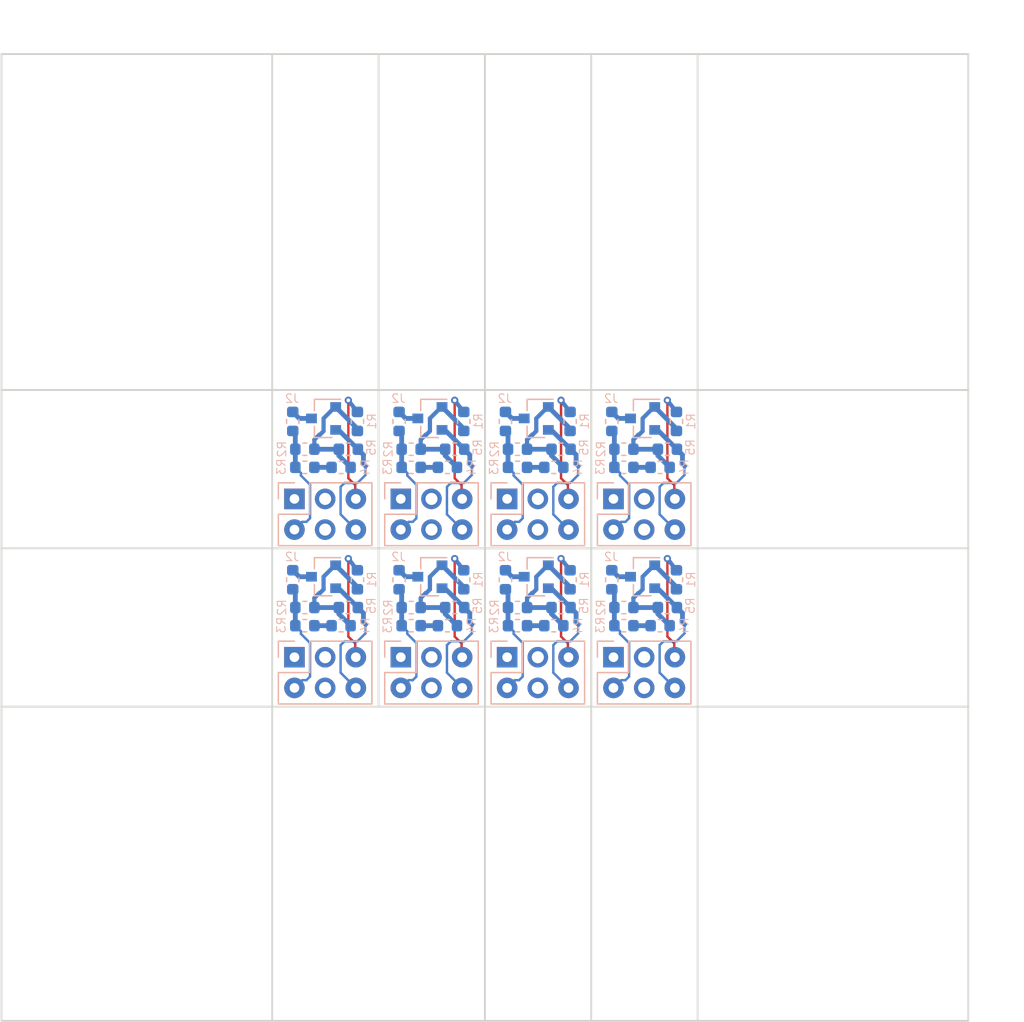
<source format=kicad_pcb>
(kicad_pcb (version 20171130) (host pcbnew "(5.0.1-3-g963ef8bb5)")

  (general
    (thickness 1.6)
    (drawings 54)
    (tracks 360)
    (zones 0)
    (modules 64)
    (nets 7)
  )

  (page A4)
  (layers
    (0 F.Cu signal)
    (31 B.Cu signal)
    (32 B.Adhes user)
    (33 F.Adhes user)
    (34 B.Paste user)
    (35 F.Paste user)
    (36 B.SilkS user)
    (37 F.SilkS user)
    (38 B.Mask user)
    (39 F.Mask user hide)
    (40 Dwgs.User user)
    (41 Cmts.User user hide)
    (42 Eco1.User user)
    (43 Eco2.User user)
    (44 Edge.Cuts user)
    (45 Margin user hide)
    (46 B.CrtYd user hide)
    (47 F.CrtYd user hide)
    (48 B.Fab user hide)
    (49 F.Fab user hide)
  )

  (setup
    (last_trace_width 0.153)
    (user_trace_width 0.2)
    (user_trace_width 0.35)
    (user_trace_width 0.4)
    (user_trace_width 0.6)
    (user_trace_width 1.25)
    (user_trace_width 2)
    (user_trace_width 5)
    (user_trace_width 10)
    (trace_clearance 0.153)
    (zone_clearance 0.1)
    (zone_45_only no)
    (trace_min 0.153)
    (segment_width 0.15)
    (edge_width 0.15)
    (via_size 0.6)
    (via_drill 0.3)
    (via_min_size 0.456)
    (via_min_drill 0.201)
    (uvia_size 0.3)
    (uvia_drill 0.1)
    (uvias_allowed no)
    (uvia_min_size 0.2)
    (uvia_min_drill 0.1)
    (pcb_text_width 0.3)
    (pcb_text_size 1 1)
    (mod_edge_width 0.15)
    (mod_text_size 0.7 0.7)
    (mod_text_width 0.08)
    (pad_size 1.7 1.7)
    (pad_drill 0.8)
    (pad_to_mask_clearance 0.15)
    (solder_mask_min_width 0.25)
    (pad_to_paste_clearance_ratio -0.04)
    (aux_axis_origin 0 0)
    (visible_elements FFFDFF7F)
    (pcbplotparams
      (layerselection 0x031d4_ffffffff)
      (usegerberextensions false)
      (usegerberattributes false)
      (usegerberadvancedattributes false)
      (creategerberjobfile true)
      (gerberprecision 5)
      (excludeedgelayer true)
      (linewidth 0.021524)
      (plotframeref false)
      (viasonmask true)
      (mode 1)
      (useauxorigin false)
      (hpglpennumber 1)
      (hpglpenspeed 20)
      (hpglpendiameter 15.000000)
      (psnegative false)
      (psa4output false)
      (plotreference true)
      (plotvalue false)
      (plotinvisibletext false)
      (padsonsilk false)
      (subtractmaskfromsilk false)
      (outputformat 1)
      (mirror false)
      (drillshape 0)
      (scaleselection 1)
      (outputdirectory "./"))
  )

  (net 0 "")
  (net 1 "Net-(J2-Pad1)")
  (net 2 "Net-(J1-Pad2)")
  (net 3 "Net-(J1-Pad5)")
  (net 4 GND)
  (net 5 "Net-(Q1-Pad1)")
  (net 6 "Net-(R3-Pad2)")

  (net_class Default "This is the default net class."
    (clearance 0.153)
    (trace_width 0.153)
    (via_dia 0.6)
    (via_drill 0.3)
    (uvia_dia 0.3)
    (uvia_drill 0.1)
    (add_net GND)
    (add_net "Net-(J1-Pad2)")
    (add_net "Net-(J1-Pad5)")
    (add_net "Net-(J2-Pad1)")
    (add_net "Net-(Q1-Pad1)")
    (add_net "Net-(R3-Pad2)")
  )

  (module Resistor_SMD:R_0603_1608Metric (layer B.Cu) (tedit 5B301BBD) (tstamp 5D7B9AE1)
    (at -3.1 -19.8)
    (descr "Resistor SMD 0603 (1608 Metric), square (rectangular) end terminal, IPC_7351 nominal, (Body size source: http://www.tortai-tech.com/upload/download/2011102023233369053.pdf), generated with kicad-footprint-generator")
    (tags resistor)
    (path /5D6954BC)
    (attr smd)
    (fp_text reference R4 (at 2 0 90) (layer B.SilkS)
      (effects (font (size 0.7 0.7) (thickness 0.08)) (justify mirror))
    )
    (fp_text value 10K (at 0 -1.43) (layer B.Fab)
      (effects (font (size 0.7 0.7) (thickness 0.08)) (justify mirror))
    )
    (fp_line (start -0.8 -0.4) (end -0.8 0.4) (layer B.Fab) (width 0.1))
    (fp_line (start -0.8 0.4) (end 0.8 0.4) (layer B.Fab) (width 0.1))
    (fp_line (start 0.8 0.4) (end 0.8 -0.4) (layer B.Fab) (width 0.1))
    (fp_line (start 0.8 -0.4) (end -0.8 -0.4) (layer B.Fab) (width 0.1))
    (fp_line (start -0.162779 0.51) (end 0.162779 0.51) (layer B.SilkS) (width 0.12))
    (fp_line (start -0.162779 -0.51) (end 0.162779 -0.51) (layer B.SilkS) (width 0.12))
    (fp_line (start -1.48 -0.73) (end -1.48 0.73) (layer B.CrtYd) (width 0.05))
    (fp_line (start -1.48 0.73) (end 1.48 0.73) (layer B.CrtYd) (width 0.05))
    (fp_line (start 1.48 0.73) (end 1.48 -0.73) (layer B.CrtYd) (width 0.05))
    (fp_line (start 1.48 -0.73) (end -1.48 -0.73) (layer B.CrtYd) (width 0.05))
    (fp_text user %R (at 0 0) (layer B.Fab)
      (effects (font (size 0.4 0.4) (thickness 0.06)) (justify mirror))
    )
    (pad 1 smd roundrect (at -0.7875 0) (size 0.875 0.95) (layers B.Cu B.Paste B.Mask) (roundrect_rratio 0.25)
      (net 6 "Net-(R3-Pad2)"))
    (pad 2 smd roundrect (at 0.7875 0) (size 0.875 0.95) (layers B.Cu B.Paste B.Mask) (roundrect_rratio 0.25)
      (net 5 "Net-(Q1-Pad1)"))
    (model ${KISYS3DMOD}/Resistor_SMD.3dshapes/R_0603_1608Metric.wrl
      (at (xyz 0 0 0))
      (scale (xyz 1 1 1))
      (rotate (xyz 0 0 0))
    )
  )

  (module Resistor_SMD:R_0603_1608Metric (layer B.Cu) (tedit 5B301BBD) (tstamp 5D7B9AD1)
    (at -1.75 -23.6 90)
    (descr "Resistor SMD 0603 (1608 Metric), square (rectangular) end terminal, IPC_7351 nominal, (Body size source: http://www.tortai-tech.com/upload/download/2011102023233369053.pdf), generated with kicad-footprint-generator")
    (tags resistor)
    (path /5D696715)
    (attr smd)
    (fp_text reference R1 (at 0 1.2 90) (layer B.SilkS)
      (effects (font (size 0.7 0.7) (thickness 0.08)) (justify mirror))
    )
    (fp_text value 10K (at 0 -1.43 90) (layer B.Fab)
      (effects (font (size 0.7 0.7) (thickness 0.08)) (justify mirror))
    )
    (fp_text user %R (at 0 0 90) (layer B.Fab)
      (effects (font (size 0.4 0.4) (thickness 0.06)) (justify mirror))
    )
    (fp_line (start 1.48 -0.73) (end -1.48 -0.73) (layer B.CrtYd) (width 0.05))
    (fp_line (start 1.48 0.73) (end 1.48 -0.73) (layer B.CrtYd) (width 0.05))
    (fp_line (start -1.48 0.73) (end 1.48 0.73) (layer B.CrtYd) (width 0.05))
    (fp_line (start -1.48 -0.73) (end -1.48 0.73) (layer B.CrtYd) (width 0.05))
    (fp_line (start -0.162779 -0.51) (end 0.162779 -0.51) (layer B.SilkS) (width 0.12))
    (fp_line (start -0.162779 0.51) (end 0.162779 0.51) (layer B.SilkS) (width 0.12))
    (fp_line (start 0.8 -0.4) (end -0.8 -0.4) (layer B.Fab) (width 0.1))
    (fp_line (start 0.8 0.4) (end 0.8 -0.4) (layer B.Fab) (width 0.1))
    (fp_line (start -0.8 0.4) (end 0.8 0.4) (layer B.Fab) (width 0.1))
    (fp_line (start -0.8 -0.4) (end -0.8 0.4) (layer B.Fab) (width 0.1))
    (pad 2 smd roundrect (at 0.7875 0 90) (size 0.875 0.95) (layers B.Cu B.Paste B.Mask) (roundrect_rratio 0.25)
      (net 3 "Net-(J1-Pad5)"))
    (pad 1 smd roundrect (at -0.7875 0 90) (size 0.875 0.95) (layers B.Cu B.Paste B.Mask) (roundrect_rratio 0.25)
      (net 5 "Net-(Q1-Pad1)"))
    (model ${KISYS3DMOD}/Resistor_SMD.3dshapes/R_0603_1608Metric.wrl
      (at (xyz 0 0 0))
      (scale (xyz 1 1 1))
      (rotate (xyz 0 0 0))
    )
  )

  (module Resistor_SMD:R_0603_1608Metric (layer B.Cu) (tedit 5B301BBD) (tstamp 5D7B9AB4)
    (at -6.1 -21.3)
    (descr "Resistor SMD 0603 (1608 Metric), square (rectangular) end terminal, IPC_7351 nominal, (Body size source: http://www.tortai-tech.com/upload/download/2011102023233369053.pdf), generated with kicad-footprint-generator")
    (tags resistor)
    (path /5D69555B)
    (attr smd)
    (fp_text reference R2 (at -1.9 0 90) (layer B.SilkS)
      (effects (font (size 0.7 0.7) (thickness 0.08)) (justify mirror))
    )
    (fp_text value 10K (at 0 -1.43) (layer B.Fab)
      (effects (font (size 0.7 0.7) (thickness 0.08)) (justify mirror))
    )
    (fp_line (start -0.8 -0.4) (end -0.8 0.4) (layer B.Fab) (width 0.1))
    (fp_line (start -0.8 0.4) (end 0.8 0.4) (layer B.Fab) (width 0.1))
    (fp_line (start 0.8 0.4) (end 0.8 -0.4) (layer B.Fab) (width 0.1))
    (fp_line (start 0.8 -0.4) (end -0.8 -0.4) (layer B.Fab) (width 0.1))
    (fp_line (start -0.162779 0.51) (end 0.162779 0.51) (layer B.SilkS) (width 0.12))
    (fp_line (start -0.162779 -0.51) (end 0.162779 -0.51) (layer B.SilkS) (width 0.12))
    (fp_line (start -1.48 -0.73) (end -1.48 0.73) (layer B.CrtYd) (width 0.05))
    (fp_line (start -1.48 0.73) (end 1.48 0.73) (layer B.CrtYd) (width 0.05))
    (fp_line (start 1.48 0.73) (end 1.48 -0.73) (layer B.CrtYd) (width 0.05))
    (fp_line (start 1.48 -0.73) (end -1.48 -0.73) (layer B.CrtYd) (width 0.05))
    (fp_text user %R (at 0 0) (layer B.Fab)
      (effects (font (size 0.4 0.4) (thickness 0.06)) (justify mirror))
    )
    (pad 1 smd roundrect (at -0.7875 0) (size 0.875 0.95) (layers B.Cu B.Paste B.Mask) (roundrect_rratio 0.25)
      (net 2 "Net-(J1-Pad2)"))
    (pad 2 smd roundrect (at 0.7875 0) (size 0.875 0.95) (layers B.Cu B.Paste B.Mask) (roundrect_rratio 0.25)
      (net 5 "Net-(Q1-Pad1)"))
    (model ${KISYS3DMOD}/Resistor_SMD.3dshapes/R_0603_1608Metric.wrl
      (at (xyz 0 0 0))
      (scale (xyz 1 1 1))
      (rotate (xyz 0 0 0))
    )
  )

  (module Resistor_SMD:R_0603_1608Metric (layer B.Cu) (tedit 5B301BBD) (tstamp 5D7B9A9E)
    (at -15.9 -23.6 270)
    (descr "Resistor SMD 0603 (1608 Metric), square (rectangular) end terminal, IPC_7351 nominal, (Body size source: http://www.tortai-tech.com/upload/download/2011102023233369053.pdf), generated with kicad-footprint-generator")
    (tags resistor)
    (path /5D692F75)
    (attr smd)
    (fp_text reference J2 (at -1.9 0.05) (layer B.SilkS)
      (effects (font (size 0.7 0.7) (thickness 0.08)) (justify mirror))
    )
    (fp_text value Conn_01x02_Male (at 0 -1.43 270) (layer B.Fab)
      (effects (font (size 0.7 0.7) (thickness 0.08)) (justify mirror))
    )
    (fp_line (start -0.8 -0.4) (end -0.8 0.4) (layer B.Fab) (width 0.1))
    (fp_line (start -0.8 0.4) (end 0.8 0.4) (layer B.Fab) (width 0.1))
    (fp_line (start 0.8 0.4) (end 0.8 -0.4) (layer B.Fab) (width 0.1))
    (fp_line (start 0.8 -0.4) (end -0.8 -0.4) (layer B.Fab) (width 0.1))
    (fp_line (start -0.162779 0.51) (end 0.162779 0.51) (layer B.SilkS) (width 0.12))
    (fp_line (start -0.162779 -0.51) (end 0.162779 -0.51) (layer B.SilkS) (width 0.12))
    (fp_line (start -1.48 -0.73) (end -1.48 0.73) (layer B.CrtYd) (width 0.05))
    (fp_line (start -1.48 0.73) (end 1.48 0.73) (layer B.CrtYd) (width 0.05))
    (fp_line (start 1.48 0.73) (end 1.48 -0.73) (layer B.CrtYd) (width 0.05))
    (fp_line (start 1.48 -0.73) (end -1.48 -0.73) (layer B.CrtYd) (width 0.05))
    (fp_text user %R (at 0 0 270) (layer B.Fab)
      (effects (font (size 0.4 0.4) (thickness 0.06)) (justify mirror))
    )
    (pad 1 smd roundrect (at -0.7875 0 270) (size 0.875 0.95) (layers B.Cu B.Paste B.Mask) (roundrect_rratio 0.25)
      (net 1 "Net-(J2-Pad1)"))
    (pad 2 smd roundrect (at 0.7875 0 270) (size 0.875 0.95) (layers B.Cu B.Paste B.Mask) (roundrect_rratio 0.25)
      (net 2 "Net-(J1-Pad2)"))
    (model ${KISYS3DMOD}/Resistor_SMD.3dshapes/R_0603_1608Metric.wrl
      (at (xyz 0 0 0))
      (scale (xyz 1 1 1))
      (rotate (xyz 0 0 0))
    )
  )

  (module Resistor_SMD:R_0603_1608Metric (layer B.Cu) (tedit 5B301BBD) (tstamp 5D7B9A8E)
    (at -11.3 -21.3)
    (descr "Resistor SMD 0603 (1608 Metric), square (rectangular) end terminal, IPC_7351 nominal, (Body size source: http://www.tortai-tech.com/upload/download/2011102023233369053.pdf), generated with kicad-footprint-generator")
    (tags resistor)
    (path /5D694337)
    (attr smd)
    (fp_text reference R5 (at 1.9 -0.15 90) (layer B.SilkS)
      (effects (font (size 0.7 0.7) (thickness 0.08)) (justify mirror))
    )
    (fp_text value 10K (at 0 -1.43) (layer B.Fab)
      (effects (font (size 0.7 0.7) (thickness 0.08)) (justify mirror))
    )
    (fp_line (start -0.8 -0.4) (end -0.8 0.4) (layer B.Fab) (width 0.1))
    (fp_line (start -0.8 0.4) (end 0.8 0.4) (layer B.Fab) (width 0.1))
    (fp_line (start 0.8 0.4) (end 0.8 -0.4) (layer B.Fab) (width 0.1))
    (fp_line (start 0.8 -0.4) (end -0.8 -0.4) (layer B.Fab) (width 0.1))
    (fp_line (start -0.162779 0.51) (end 0.162779 0.51) (layer B.SilkS) (width 0.12))
    (fp_line (start -0.162779 -0.51) (end 0.162779 -0.51) (layer B.SilkS) (width 0.12))
    (fp_line (start -1.48 -0.73) (end -1.48 0.73) (layer B.CrtYd) (width 0.05))
    (fp_line (start -1.48 0.73) (end 1.48 0.73) (layer B.CrtYd) (width 0.05))
    (fp_line (start 1.48 0.73) (end 1.48 -0.73) (layer B.CrtYd) (width 0.05))
    (fp_line (start 1.48 -0.73) (end -1.48 -0.73) (layer B.CrtYd) (width 0.05))
    (fp_text user %R (at 0 0) (layer B.Fab)
      (effects (font (size 0.4 0.4) (thickness 0.06)) (justify mirror))
    )
    (pad 1 smd roundrect (at -0.7875 0) (size 0.875 0.95) (layers B.Cu B.Paste B.Mask) (roundrect_rratio 0.25)
      (net 5 "Net-(Q1-Pad1)"))
    (pad 2 smd roundrect (at 0.7875 0) (size 0.875 0.95) (layers B.Cu B.Paste B.Mask) (roundrect_rratio 0.25)
      (net 4 GND))
    (model ${KISYS3DMOD}/Resistor_SMD.3dshapes/R_0603_1608Metric.wrl
      (at (xyz 0 0 0))
      (scale (xyz 1 1 1))
      (rotate (xyz 0 0 0))
    )
  )

  (module Resistor_SMD:R_0603_1608Metric (layer B.Cu) (tedit 5B301BBD) (tstamp 5D7B9A7E)
    (at -7.1 -23.6 270)
    (descr "Resistor SMD 0603 (1608 Metric), square (rectangular) end terminal, IPC_7351 nominal, (Body size source: http://www.tortai-tech.com/upload/download/2011102023233369053.pdf), generated with kicad-footprint-generator")
    (tags resistor)
    (path /5D692F75)
    (attr smd)
    (fp_text reference J2 (at -1.9 0.05) (layer B.SilkS)
      (effects (font (size 0.7 0.7) (thickness 0.08)) (justify mirror))
    )
    (fp_text value Conn_01x02_Male (at 0 -1.43 270) (layer B.Fab)
      (effects (font (size 0.7 0.7) (thickness 0.08)) (justify mirror))
    )
    (fp_text user %R (at 0 0 270) (layer B.Fab)
      (effects (font (size 0.4 0.4) (thickness 0.06)) (justify mirror))
    )
    (fp_line (start 1.48 -0.73) (end -1.48 -0.73) (layer B.CrtYd) (width 0.05))
    (fp_line (start 1.48 0.73) (end 1.48 -0.73) (layer B.CrtYd) (width 0.05))
    (fp_line (start -1.48 0.73) (end 1.48 0.73) (layer B.CrtYd) (width 0.05))
    (fp_line (start -1.48 -0.73) (end -1.48 0.73) (layer B.CrtYd) (width 0.05))
    (fp_line (start -0.162779 -0.51) (end 0.162779 -0.51) (layer B.SilkS) (width 0.12))
    (fp_line (start -0.162779 0.51) (end 0.162779 0.51) (layer B.SilkS) (width 0.12))
    (fp_line (start 0.8 -0.4) (end -0.8 -0.4) (layer B.Fab) (width 0.1))
    (fp_line (start 0.8 0.4) (end 0.8 -0.4) (layer B.Fab) (width 0.1))
    (fp_line (start -0.8 0.4) (end 0.8 0.4) (layer B.Fab) (width 0.1))
    (fp_line (start -0.8 -0.4) (end -0.8 0.4) (layer B.Fab) (width 0.1))
    (pad 2 smd roundrect (at 0.7875 0 270) (size 0.875 0.95) (layers B.Cu B.Paste B.Mask) (roundrect_rratio 0.25)
      (net 2 "Net-(J1-Pad2)"))
    (pad 1 smd roundrect (at -0.7875 0 270) (size 0.875 0.95) (layers B.Cu B.Paste B.Mask) (roundrect_rratio 0.25)
      (net 1 "Net-(J2-Pad1)"))
    (model ${KISYS3DMOD}/Resistor_SMD.3dshapes/R_0603_1608Metric.wrl
      (at (xyz 0 0 0))
      (scale (xyz 1 1 1))
      (rotate (xyz 0 0 0))
    )
  )

  (module Resistor_SMD:R_0603_1608Metric (layer B.Cu) (tedit 5B301BBD) (tstamp 5D7B9A6E)
    (at -1.75 -10.5 90)
    (descr "Resistor SMD 0603 (1608 Metric), square (rectangular) end terminal, IPC_7351 nominal, (Body size source: http://www.tortai-tech.com/upload/download/2011102023233369053.pdf), generated with kicad-footprint-generator")
    (tags resistor)
    (path /5D696715)
    (attr smd)
    (fp_text reference R1 (at 0 1.2 90) (layer B.SilkS)
      (effects (font (size 0.7 0.7) (thickness 0.08)) (justify mirror))
    )
    (fp_text value 10K (at 0 -1.43 90) (layer B.Fab)
      (effects (font (size 0.7 0.7) (thickness 0.08)) (justify mirror))
    )
    (fp_line (start -0.8 -0.4) (end -0.8 0.4) (layer B.Fab) (width 0.1))
    (fp_line (start -0.8 0.4) (end 0.8 0.4) (layer B.Fab) (width 0.1))
    (fp_line (start 0.8 0.4) (end 0.8 -0.4) (layer B.Fab) (width 0.1))
    (fp_line (start 0.8 -0.4) (end -0.8 -0.4) (layer B.Fab) (width 0.1))
    (fp_line (start -0.162779 0.51) (end 0.162779 0.51) (layer B.SilkS) (width 0.12))
    (fp_line (start -0.162779 -0.51) (end 0.162779 -0.51) (layer B.SilkS) (width 0.12))
    (fp_line (start -1.48 -0.73) (end -1.48 0.73) (layer B.CrtYd) (width 0.05))
    (fp_line (start -1.48 0.73) (end 1.48 0.73) (layer B.CrtYd) (width 0.05))
    (fp_line (start 1.48 0.73) (end 1.48 -0.73) (layer B.CrtYd) (width 0.05))
    (fp_line (start 1.48 -0.73) (end -1.48 -0.73) (layer B.CrtYd) (width 0.05))
    (fp_text user %R (at 0 0 90) (layer B.Fab)
      (effects (font (size 0.4 0.4) (thickness 0.06)) (justify mirror))
    )
    (pad 1 smd roundrect (at -0.7875 0 90) (size 0.875 0.95) (layers B.Cu B.Paste B.Mask) (roundrect_rratio 0.25)
      (net 5 "Net-(Q1-Pad1)"))
    (pad 2 smd roundrect (at 0.7875 0 90) (size 0.875 0.95) (layers B.Cu B.Paste B.Mask) (roundrect_rratio 0.25)
      (net 3 "Net-(J1-Pad5)"))
    (model ${KISYS3DMOD}/Resistor_SMD.3dshapes/R_0603_1608Metric.wrl
      (at (xyz 0 0 0))
      (scale (xyz 1 1 1))
      (rotate (xyz 0 0 0))
    )
  )

  (module Connector_PinHeader_2.54mm:PinHeader_2x03_P2.54mm_Vertical (layer B.Cu) (tedit 5D705CF9) (tstamp 5D7B9A53)
    (at -6.96 -4.09 270)
    (descr "Through hole straight pin header, 2x03, 2.54mm pitch, double rows")
    (tags "Through hole pin header THT 2x03 2.54mm double row")
    (path /5D69220A)
    (fp_text reference J1 (at 1.27 2.33 270) (layer B.SilkS) hide
      (effects (font (size 0.7 0.7) (thickness 0.08)) (justify mirror))
    )
    (fp_text value Conn_02x03_Odd_Even (at 1.27 -7.41 270) (layer B.Fab)
      (effects (font (size 0.7 0.7) (thickness 0.08)) (justify mirror))
    )
    (fp_line (start 0 1.27) (end 3.81 1.27) (layer B.Fab) (width 0.1))
    (fp_line (start 3.81 1.27) (end 3.81 -6.35) (layer B.Fab) (width 0.1))
    (fp_line (start 3.81 -6.35) (end -1.27 -6.35) (layer B.Fab) (width 0.1))
    (fp_line (start -1.27 -6.35) (end -1.27 0) (layer B.Fab) (width 0.1))
    (fp_line (start -1.27 0) (end 0 1.27) (layer B.Fab) (width 0.1))
    (fp_line (start -1.33 -6.41) (end 3.87 -6.41) (layer B.SilkS) (width 0.12))
    (fp_line (start -1.33 -1.27) (end -1.33 -6.41) (layer B.SilkS) (width 0.12))
    (fp_line (start 3.87 1.33) (end 3.87 -6.41) (layer B.SilkS) (width 0.12))
    (fp_line (start -1.33 -1.27) (end 1.27 -1.27) (layer B.SilkS) (width 0.12))
    (fp_line (start 1.27 -1.27) (end 1.27 1.33) (layer B.SilkS) (width 0.12))
    (fp_line (start 1.27 1.33) (end 3.87 1.33) (layer B.SilkS) (width 0.12))
    (fp_line (start -1.33 0) (end -1.33 1.33) (layer B.SilkS) (width 0.12))
    (fp_line (start -1.33 1.33) (end 0 1.33) (layer B.SilkS) (width 0.12))
    (fp_line (start -1.8 1.8) (end -1.8 -6.85) (layer B.CrtYd) (width 0.05))
    (fp_line (start -1.8 -6.85) (end 4.35 -6.85) (layer B.CrtYd) (width 0.05))
    (fp_line (start 4.35 -6.85) (end 4.35 1.8) (layer B.CrtYd) (width 0.05))
    (fp_line (start 4.35 1.8) (end -1.8 1.8) (layer B.CrtYd) (width 0.05))
    (fp_text user %R (at 1.27 -2.54 180) (layer B.Fab)
      (effects (font (size 1 1) (thickness 0.15)) (justify mirror))
    )
    (pad 1 thru_hole rect (at 0 0 270) (size 1.7 1.7) (drill 0.8) (layers *.Cu *.Mask))
    (pad 2 thru_hole oval (at 2.54 0 270) (size 1.7 1.7) (drill 0.8) (layers *.Cu *.Mask)
      (net 2 "Net-(J1-Pad2)"))
    (pad 3 thru_hole oval (at 0 -2.54 270) (size 1.7 1.7) (drill 1) (layers *.Cu *.Mask))
    (pad 4 thru_hole oval (at 2.54 -2.54 270) (size 1.7 1.7) (drill 1) (layers *.Cu *.Mask))
    (pad 5 thru_hole oval (at 0 -5.08 270) (size 1.7 1.7) (drill 0.8) (layers *.Cu *.Mask)
      (net 3 "Net-(J1-Pad5)"))
    (pad 6 thru_hole oval (at 2.54 -5.08 270) (size 1.7 1.7) (drill 0.8) (layers *.Cu *.Mask)
      (net 4 GND))
    (model ${KISYS3DMOD}/Connector_PinHeader_2.54mm.3dshapes/PinHeader_2x03_P2.54mm_Vertical.wrl
      (at (xyz 0 0 0))
      (scale (xyz 1 1 1))
      (rotate (xyz 0 0 0))
    )
  )

  (module Package_TO_SOT_SMD:SOT-23 (layer B.Cu) (tedit 5D70595E) (tstamp 5D7B9A3F)
    (at -4.55 -10.75 180)
    (descr "SOT-23, Standard")
    (tags SOT-23)
    (path /5D75E9E2)
    (attr smd)
    (fp_text reference Q1 (at 1.25 1.9 180) (layer B.SilkS) hide
      (effects (font (size 0.7 0.7) (thickness 0.08)) (justify mirror))
    )
    (fp_text value BC817 (at 0 -2.5 180) (layer B.Fab)
      (effects (font (size 0.7 0.7) (thickness 0.08)) (justify mirror))
    )
    (fp_text user %R (at 0 0 90) (layer B.Fab)
      (effects (font (size 0.5 0.5) (thickness 0.075)) (justify mirror))
    )
    (fp_line (start -0.7 0.95) (end -0.7 -1.5) (layer B.Fab) (width 0.1))
    (fp_line (start -0.15 1.52) (end 0.7 1.52) (layer B.Fab) (width 0.1))
    (fp_line (start -0.7 0.95) (end -0.15 1.52) (layer B.Fab) (width 0.1))
    (fp_line (start 0.7 1.52) (end 0.7 -1.52) (layer B.Fab) (width 0.1))
    (fp_line (start -0.7 -1.52) (end 0.7 -1.52) (layer B.Fab) (width 0.1))
    (fp_line (start 0.76 -1.58) (end 0.76 -0.65) (layer B.SilkS) (width 0.12))
    (fp_line (start 0.76 1.58) (end 0.76 0.65) (layer B.SilkS) (width 0.12))
    (fp_line (start -1.7 1.75) (end 1.7 1.75) (layer B.CrtYd) (width 0.05))
    (fp_line (start 1.7 1.75) (end 1.7 -1.75) (layer B.CrtYd) (width 0.05))
    (fp_line (start 1.7 -1.75) (end -1.7 -1.75) (layer B.CrtYd) (width 0.05))
    (fp_line (start -1.7 -1.75) (end -1.7 1.75) (layer B.CrtYd) (width 0.05))
    (fp_line (start 0.76 1.58) (end -1.4 1.58) (layer B.SilkS) (width 0.12))
    (fp_line (start 0.76 -1.58) (end -0.7 -1.58) (layer B.SilkS) (width 0.12))
    (pad 1 smd rect (at -1 0.95 180) (size 0.9 0.8) (layers B.Cu B.Paste B.Mask)
      (net 5 "Net-(Q1-Pad1)"))
    (pad 2 smd rect (at -1 -0.95 180) (size 0.9 0.8) (layers B.Cu B.Paste B.Mask)
      (net 4 GND))
    (pad 3 smd rect (at 1 0 180) (size 0.9 0.8) (layers B.Cu B.Paste B.Mask)
      (net 1 "Net-(J2-Pad1)"))
    (model ${KISYS3DMOD}/Package_TO_SOT_SMD.3dshapes/SOT-23.wrl
      (at (xyz 0 0 0))
      (scale (xyz 1 1 1))
      (rotate (xyz 0 0 0))
    )
  )

  (module Resistor_SMD:R_0603_1608Metric (layer B.Cu) (tedit 5B301BBD) (tstamp 5D7B9A2F)
    (at -3.1 -6.7)
    (descr "Resistor SMD 0603 (1608 Metric), square (rectangular) end terminal, IPC_7351 nominal, (Body size source: http://www.tortai-tech.com/upload/download/2011102023233369053.pdf), generated with kicad-footprint-generator")
    (tags resistor)
    (path /5D6954BC)
    (attr smd)
    (fp_text reference R4 (at 2 0 90) (layer B.SilkS)
      (effects (font (size 0.7 0.7) (thickness 0.08)) (justify mirror))
    )
    (fp_text value 10K (at 0 -1.43) (layer B.Fab)
      (effects (font (size 0.7 0.7) (thickness 0.08)) (justify mirror))
    )
    (fp_text user %R (at 0 0) (layer B.Fab)
      (effects (font (size 0.4 0.4) (thickness 0.06)) (justify mirror))
    )
    (fp_line (start 1.48 -0.73) (end -1.48 -0.73) (layer B.CrtYd) (width 0.05))
    (fp_line (start 1.48 0.73) (end 1.48 -0.73) (layer B.CrtYd) (width 0.05))
    (fp_line (start -1.48 0.73) (end 1.48 0.73) (layer B.CrtYd) (width 0.05))
    (fp_line (start -1.48 -0.73) (end -1.48 0.73) (layer B.CrtYd) (width 0.05))
    (fp_line (start -0.162779 -0.51) (end 0.162779 -0.51) (layer B.SilkS) (width 0.12))
    (fp_line (start -0.162779 0.51) (end 0.162779 0.51) (layer B.SilkS) (width 0.12))
    (fp_line (start 0.8 -0.4) (end -0.8 -0.4) (layer B.Fab) (width 0.1))
    (fp_line (start 0.8 0.4) (end 0.8 -0.4) (layer B.Fab) (width 0.1))
    (fp_line (start -0.8 0.4) (end 0.8 0.4) (layer B.Fab) (width 0.1))
    (fp_line (start -0.8 -0.4) (end -0.8 0.4) (layer B.Fab) (width 0.1))
    (pad 2 smd roundrect (at 0.7875 0) (size 0.875 0.95) (layers B.Cu B.Paste B.Mask) (roundrect_rratio 0.25)
      (net 5 "Net-(Q1-Pad1)"))
    (pad 1 smd roundrect (at -0.7875 0) (size 0.875 0.95) (layers B.Cu B.Paste B.Mask) (roundrect_rratio 0.25)
      (net 6 "Net-(R3-Pad2)"))
    (model ${KISYS3DMOD}/Resistor_SMD.3dshapes/R_0603_1608Metric.wrl
      (at (xyz 0 0 0))
      (scale (xyz 1 1 1))
      (rotate (xyz 0 0 0))
    )
  )

  (module Resistor_SMD:R_0603_1608Metric (layer B.Cu) (tedit 5B301BBD) (tstamp 5D7B9A1F)
    (at -6.1 -6.7)
    (descr "Resistor SMD 0603 (1608 Metric), square (rectangular) end terminal, IPC_7351 nominal, (Body size source: http://www.tortai-tech.com/upload/download/2011102023233369053.pdf), generated with kicad-footprint-generator")
    (tags resistor)
    (path /5D695520)
    (attr smd)
    (fp_text reference R3 (at -1.95 -0.05 90) (layer B.SilkS)
      (effects (font (size 0.7 0.7) (thickness 0.08)) (justify mirror))
    )
    (fp_text value 1K (at 0 -1.43) (layer B.Fab)
      (effects (font (size 0.7 0.7) (thickness 0.08)) (justify mirror))
    )
    (fp_line (start -0.8 -0.4) (end -0.8 0.4) (layer B.Fab) (width 0.1))
    (fp_line (start -0.8 0.4) (end 0.8 0.4) (layer B.Fab) (width 0.1))
    (fp_line (start 0.8 0.4) (end 0.8 -0.4) (layer B.Fab) (width 0.1))
    (fp_line (start 0.8 -0.4) (end -0.8 -0.4) (layer B.Fab) (width 0.1))
    (fp_line (start -0.162779 0.51) (end 0.162779 0.51) (layer B.SilkS) (width 0.12))
    (fp_line (start -0.162779 -0.51) (end 0.162779 -0.51) (layer B.SilkS) (width 0.12))
    (fp_line (start -1.48 -0.73) (end -1.48 0.73) (layer B.CrtYd) (width 0.05))
    (fp_line (start -1.48 0.73) (end 1.48 0.73) (layer B.CrtYd) (width 0.05))
    (fp_line (start 1.48 0.73) (end 1.48 -0.73) (layer B.CrtYd) (width 0.05))
    (fp_line (start 1.48 -0.73) (end -1.48 -0.73) (layer B.CrtYd) (width 0.05))
    (fp_text user %R (at 0 0) (layer B.Fab)
      (effects (font (size 0.4 0.4) (thickness 0.06)) (justify mirror))
    )
    (pad 1 smd roundrect (at -0.7875 0) (size 0.875 0.95) (layers B.Cu B.Paste B.Mask) (roundrect_rratio 0.25)
      (net 2 "Net-(J1-Pad2)"))
    (pad 2 smd roundrect (at 0.7875 0) (size 0.875 0.95) (layers B.Cu B.Paste B.Mask) (roundrect_rratio 0.25)
      (net 6 "Net-(R3-Pad2)"))
    (model ${KISYS3DMOD}/Resistor_SMD.3dshapes/R_0603_1608Metric.wrl
      (at (xyz 0 0 0))
      (scale (xyz 1 1 1))
      (rotate (xyz 0 0 0))
    )
  )

  (module Resistor_SMD:R_0603_1608Metric (layer B.Cu) (tedit 5B301BBD) (tstamp 5D7B9A0F)
    (at -6.1 -8.2)
    (descr "Resistor SMD 0603 (1608 Metric), square (rectangular) end terminal, IPC_7351 nominal, (Body size source: http://www.tortai-tech.com/upload/download/2011102023233369053.pdf), generated with kicad-footprint-generator")
    (tags resistor)
    (path /5D69555B)
    (attr smd)
    (fp_text reference R2 (at -1.9 0 90) (layer B.SilkS)
      (effects (font (size 0.7 0.7) (thickness 0.08)) (justify mirror))
    )
    (fp_text value 10K (at 0 -1.43) (layer B.Fab)
      (effects (font (size 0.7 0.7) (thickness 0.08)) (justify mirror))
    )
    (fp_text user %R (at 0 0) (layer B.Fab)
      (effects (font (size 0.4 0.4) (thickness 0.06)) (justify mirror))
    )
    (fp_line (start 1.48 -0.73) (end -1.48 -0.73) (layer B.CrtYd) (width 0.05))
    (fp_line (start 1.48 0.73) (end 1.48 -0.73) (layer B.CrtYd) (width 0.05))
    (fp_line (start -1.48 0.73) (end 1.48 0.73) (layer B.CrtYd) (width 0.05))
    (fp_line (start -1.48 -0.73) (end -1.48 0.73) (layer B.CrtYd) (width 0.05))
    (fp_line (start -0.162779 -0.51) (end 0.162779 -0.51) (layer B.SilkS) (width 0.12))
    (fp_line (start -0.162779 0.51) (end 0.162779 0.51) (layer B.SilkS) (width 0.12))
    (fp_line (start 0.8 -0.4) (end -0.8 -0.4) (layer B.Fab) (width 0.1))
    (fp_line (start 0.8 0.4) (end 0.8 -0.4) (layer B.Fab) (width 0.1))
    (fp_line (start -0.8 0.4) (end 0.8 0.4) (layer B.Fab) (width 0.1))
    (fp_line (start -0.8 -0.4) (end -0.8 0.4) (layer B.Fab) (width 0.1))
    (pad 2 smd roundrect (at 0.7875 0) (size 0.875 0.95) (layers B.Cu B.Paste B.Mask) (roundrect_rratio 0.25)
      (net 5 "Net-(Q1-Pad1)"))
    (pad 1 smd roundrect (at -0.7875 0) (size 0.875 0.95) (layers B.Cu B.Paste B.Mask) (roundrect_rratio 0.25)
      (net 2 "Net-(J1-Pad2)"))
    (model ${KISYS3DMOD}/Resistor_SMD.3dshapes/R_0603_1608Metric.wrl
      (at (xyz 0 0 0))
      (scale (xyz 1 1 1))
      (rotate (xyz 0 0 0))
    )
  )

  (module Resistor_SMD:R_0603_1608Metric (layer B.Cu) (tedit 5B301BBD) (tstamp 5D7B99FF)
    (at -7.1 -10.5 270)
    (descr "Resistor SMD 0603 (1608 Metric), square (rectangular) end terminal, IPC_7351 nominal, (Body size source: http://www.tortai-tech.com/upload/download/2011102023233369053.pdf), generated with kicad-footprint-generator")
    (tags resistor)
    (path /5D692F75)
    (attr smd)
    (fp_text reference J2 (at -1.9 0.05) (layer B.SilkS)
      (effects (font (size 0.7 0.7) (thickness 0.08)) (justify mirror))
    )
    (fp_text value Conn_01x02_Male (at 0 -1.43 270) (layer B.Fab)
      (effects (font (size 0.7 0.7) (thickness 0.08)) (justify mirror))
    )
    (fp_line (start -0.8 -0.4) (end -0.8 0.4) (layer B.Fab) (width 0.1))
    (fp_line (start -0.8 0.4) (end 0.8 0.4) (layer B.Fab) (width 0.1))
    (fp_line (start 0.8 0.4) (end 0.8 -0.4) (layer B.Fab) (width 0.1))
    (fp_line (start 0.8 -0.4) (end -0.8 -0.4) (layer B.Fab) (width 0.1))
    (fp_line (start -0.162779 0.51) (end 0.162779 0.51) (layer B.SilkS) (width 0.12))
    (fp_line (start -0.162779 -0.51) (end 0.162779 -0.51) (layer B.SilkS) (width 0.12))
    (fp_line (start -1.48 -0.73) (end -1.48 0.73) (layer B.CrtYd) (width 0.05))
    (fp_line (start -1.48 0.73) (end 1.48 0.73) (layer B.CrtYd) (width 0.05))
    (fp_line (start 1.48 0.73) (end 1.48 -0.73) (layer B.CrtYd) (width 0.05))
    (fp_line (start 1.48 -0.73) (end -1.48 -0.73) (layer B.CrtYd) (width 0.05))
    (fp_text user %R (at 0 0 270) (layer B.Fab)
      (effects (font (size 0.4 0.4) (thickness 0.06)) (justify mirror))
    )
    (pad 1 smd roundrect (at -0.7875 0 270) (size 0.875 0.95) (layers B.Cu B.Paste B.Mask) (roundrect_rratio 0.25)
      (net 1 "Net-(J2-Pad1)"))
    (pad 2 smd roundrect (at 0.7875 0 270) (size 0.875 0.95) (layers B.Cu B.Paste B.Mask) (roundrect_rratio 0.25)
      (net 2 "Net-(J1-Pad2)"))
    (model ${KISYS3DMOD}/Resistor_SMD.3dshapes/R_0603_1608Metric.wrl
      (at (xyz 0 0 0))
      (scale (xyz 1 1 1))
      (rotate (xyz 0 0 0))
    )
  )

  (module Resistor_SMD:R_0603_1608Metric (layer B.Cu) (tedit 5B301BBD) (tstamp 5D7B99EF)
    (at -2.5 -8.2)
    (descr "Resistor SMD 0603 (1608 Metric), square (rectangular) end terminal, IPC_7351 nominal, (Body size source: http://www.tortai-tech.com/upload/download/2011102023233369053.pdf), generated with kicad-footprint-generator")
    (tags resistor)
    (path /5D694337)
    (attr smd)
    (fp_text reference R5 (at 1.9 -0.15 90) (layer B.SilkS)
      (effects (font (size 0.7 0.7) (thickness 0.08)) (justify mirror))
    )
    (fp_text value 10K (at 0 -1.43) (layer B.Fab)
      (effects (font (size 0.7 0.7) (thickness 0.08)) (justify mirror))
    )
    (fp_line (start -0.8 -0.4) (end -0.8 0.4) (layer B.Fab) (width 0.1))
    (fp_line (start -0.8 0.4) (end 0.8 0.4) (layer B.Fab) (width 0.1))
    (fp_line (start 0.8 0.4) (end 0.8 -0.4) (layer B.Fab) (width 0.1))
    (fp_line (start 0.8 -0.4) (end -0.8 -0.4) (layer B.Fab) (width 0.1))
    (fp_line (start -0.162779 0.51) (end 0.162779 0.51) (layer B.SilkS) (width 0.12))
    (fp_line (start -0.162779 -0.51) (end 0.162779 -0.51) (layer B.SilkS) (width 0.12))
    (fp_line (start -1.48 -0.73) (end -1.48 0.73) (layer B.CrtYd) (width 0.05))
    (fp_line (start -1.48 0.73) (end 1.48 0.73) (layer B.CrtYd) (width 0.05))
    (fp_line (start 1.48 0.73) (end 1.48 -0.73) (layer B.CrtYd) (width 0.05))
    (fp_line (start 1.48 -0.73) (end -1.48 -0.73) (layer B.CrtYd) (width 0.05))
    (fp_text user %R (at 0 0) (layer B.Fab)
      (effects (font (size 0.4 0.4) (thickness 0.06)) (justify mirror))
    )
    (pad 1 smd roundrect (at -0.7875 0) (size 0.875 0.95) (layers B.Cu B.Paste B.Mask) (roundrect_rratio 0.25)
      (net 5 "Net-(Q1-Pad1)"))
    (pad 2 smd roundrect (at 0.7875 0) (size 0.875 0.95) (layers B.Cu B.Paste B.Mask) (roundrect_rratio 0.25)
      (net 4 GND))
    (model ${KISYS3DMOD}/Resistor_SMD.3dshapes/R_0603_1608Metric.wrl
      (at (xyz 0 0 0))
      (scale (xyz 1 1 1))
      (rotate (xyz 0 0 0))
    )
  )

  (module Resistor_SMD:R_0603_1608Metric (layer B.Cu) (tedit 5B301BBD) (tstamp 5D7B99A5)
    (at -11.9 -19.8)
    (descr "Resistor SMD 0603 (1608 Metric), square (rectangular) end terminal, IPC_7351 nominal, (Body size source: http://www.tortai-tech.com/upload/download/2011102023233369053.pdf), generated with kicad-footprint-generator")
    (tags resistor)
    (path /5D6954BC)
    (attr smd)
    (fp_text reference R4 (at 2 0 90) (layer B.SilkS)
      (effects (font (size 0.7 0.7) (thickness 0.08)) (justify mirror))
    )
    (fp_text value 10K (at 0 -1.43) (layer B.Fab)
      (effects (font (size 0.7 0.7) (thickness 0.08)) (justify mirror))
    )
    (fp_text user %R (at 0 0) (layer B.Fab)
      (effects (font (size 0.4 0.4) (thickness 0.06)) (justify mirror))
    )
    (fp_line (start 1.48 -0.73) (end -1.48 -0.73) (layer B.CrtYd) (width 0.05))
    (fp_line (start 1.48 0.73) (end 1.48 -0.73) (layer B.CrtYd) (width 0.05))
    (fp_line (start -1.48 0.73) (end 1.48 0.73) (layer B.CrtYd) (width 0.05))
    (fp_line (start -1.48 -0.73) (end -1.48 0.73) (layer B.CrtYd) (width 0.05))
    (fp_line (start -0.162779 -0.51) (end 0.162779 -0.51) (layer B.SilkS) (width 0.12))
    (fp_line (start -0.162779 0.51) (end 0.162779 0.51) (layer B.SilkS) (width 0.12))
    (fp_line (start 0.8 -0.4) (end -0.8 -0.4) (layer B.Fab) (width 0.1))
    (fp_line (start 0.8 0.4) (end 0.8 -0.4) (layer B.Fab) (width 0.1))
    (fp_line (start -0.8 0.4) (end 0.8 0.4) (layer B.Fab) (width 0.1))
    (fp_line (start -0.8 -0.4) (end -0.8 0.4) (layer B.Fab) (width 0.1))
    (pad 2 smd roundrect (at 0.7875 0) (size 0.875 0.95) (layers B.Cu B.Paste B.Mask) (roundrect_rratio 0.25)
      (net 5 "Net-(Q1-Pad1)"))
    (pad 1 smd roundrect (at -0.7875 0) (size 0.875 0.95) (layers B.Cu B.Paste B.Mask) (roundrect_rratio 0.25)
      (net 6 "Net-(R3-Pad2)"))
    (model ${KISYS3DMOD}/Resistor_SMD.3dshapes/R_0603_1608Metric.wrl
      (at (xyz 0 0 0))
      (scale (xyz 1 1 1))
      (rotate (xyz 0 0 0))
    )
  )

  (module Resistor_SMD:R_0603_1608Metric (layer B.Cu) (tedit 5B301BBD) (tstamp 5D7B9983)
    (at -2.5 -21.3)
    (descr "Resistor SMD 0603 (1608 Metric), square (rectangular) end terminal, IPC_7351 nominal, (Body size source: http://www.tortai-tech.com/upload/download/2011102023233369053.pdf), generated with kicad-footprint-generator")
    (tags resistor)
    (path /5D694337)
    (attr smd)
    (fp_text reference R5 (at 1.9 -0.15 90) (layer B.SilkS)
      (effects (font (size 0.7 0.7) (thickness 0.08)) (justify mirror))
    )
    (fp_text value 10K (at 0 -1.43) (layer B.Fab)
      (effects (font (size 0.7 0.7) (thickness 0.08)) (justify mirror))
    )
    (fp_text user %R (at 0 0) (layer B.Fab)
      (effects (font (size 0.4 0.4) (thickness 0.06)) (justify mirror))
    )
    (fp_line (start 1.48 -0.73) (end -1.48 -0.73) (layer B.CrtYd) (width 0.05))
    (fp_line (start 1.48 0.73) (end 1.48 -0.73) (layer B.CrtYd) (width 0.05))
    (fp_line (start -1.48 0.73) (end 1.48 0.73) (layer B.CrtYd) (width 0.05))
    (fp_line (start -1.48 -0.73) (end -1.48 0.73) (layer B.CrtYd) (width 0.05))
    (fp_line (start -0.162779 -0.51) (end 0.162779 -0.51) (layer B.SilkS) (width 0.12))
    (fp_line (start -0.162779 0.51) (end 0.162779 0.51) (layer B.SilkS) (width 0.12))
    (fp_line (start 0.8 -0.4) (end -0.8 -0.4) (layer B.Fab) (width 0.1))
    (fp_line (start 0.8 0.4) (end 0.8 -0.4) (layer B.Fab) (width 0.1))
    (fp_line (start -0.8 0.4) (end 0.8 0.4) (layer B.Fab) (width 0.1))
    (fp_line (start -0.8 -0.4) (end -0.8 0.4) (layer B.Fab) (width 0.1))
    (pad 2 smd roundrect (at 0.7875 0) (size 0.875 0.95) (layers B.Cu B.Paste B.Mask) (roundrect_rratio 0.25)
      (net 4 GND))
    (pad 1 smd roundrect (at -0.7875 0) (size 0.875 0.95) (layers B.Cu B.Paste B.Mask) (roundrect_rratio 0.25)
      (net 5 "Net-(Q1-Pad1)"))
    (model ${KISYS3DMOD}/Resistor_SMD.3dshapes/R_0603_1608Metric.wrl
      (at (xyz 0 0 0))
      (scale (xyz 1 1 1))
      (rotate (xyz 0 0 0))
    )
  )

  (module Connector_PinHeader_2.54mm:PinHeader_2x03_P2.54mm_Vertical (layer B.Cu) (tedit 5D705CF9) (tstamp 5D7B9959)
    (at -6.96 -17.19 270)
    (descr "Through hole straight pin header, 2x03, 2.54mm pitch, double rows")
    (tags "Through hole pin header THT 2x03 2.54mm double row")
    (path /5D69220A)
    (fp_text reference J1 (at 1.27 2.33 270) (layer B.SilkS) hide
      (effects (font (size 0.7 0.7) (thickness 0.08)) (justify mirror))
    )
    (fp_text value Conn_02x03_Odd_Even (at 1.27 -7.41 270) (layer B.Fab)
      (effects (font (size 0.7 0.7) (thickness 0.08)) (justify mirror))
    )
    (fp_text user %R (at 1.27 -2.54 180) (layer B.Fab)
      (effects (font (size 1 1) (thickness 0.15)) (justify mirror))
    )
    (fp_line (start 4.35 1.8) (end -1.8 1.8) (layer B.CrtYd) (width 0.05))
    (fp_line (start 4.35 -6.85) (end 4.35 1.8) (layer B.CrtYd) (width 0.05))
    (fp_line (start -1.8 -6.85) (end 4.35 -6.85) (layer B.CrtYd) (width 0.05))
    (fp_line (start -1.8 1.8) (end -1.8 -6.85) (layer B.CrtYd) (width 0.05))
    (fp_line (start -1.33 1.33) (end 0 1.33) (layer B.SilkS) (width 0.12))
    (fp_line (start -1.33 0) (end -1.33 1.33) (layer B.SilkS) (width 0.12))
    (fp_line (start 1.27 1.33) (end 3.87 1.33) (layer B.SilkS) (width 0.12))
    (fp_line (start 1.27 -1.27) (end 1.27 1.33) (layer B.SilkS) (width 0.12))
    (fp_line (start -1.33 -1.27) (end 1.27 -1.27) (layer B.SilkS) (width 0.12))
    (fp_line (start 3.87 1.33) (end 3.87 -6.41) (layer B.SilkS) (width 0.12))
    (fp_line (start -1.33 -1.27) (end -1.33 -6.41) (layer B.SilkS) (width 0.12))
    (fp_line (start -1.33 -6.41) (end 3.87 -6.41) (layer B.SilkS) (width 0.12))
    (fp_line (start -1.27 0) (end 0 1.27) (layer B.Fab) (width 0.1))
    (fp_line (start -1.27 -6.35) (end -1.27 0) (layer B.Fab) (width 0.1))
    (fp_line (start 3.81 -6.35) (end -1.27 -6.35) (layer B.Fab) (width 0.1))
    (fp_line (start 3.81 1.27) (end 3.81 -6.35) (layer B.Fab) (width 0.1))
    (fp_line (start 0 1.27) (end 3.81 1.27) (layer B.Fab) (width 0.1))
    (pad 6 thru_hole oval (at 2.54 -5.08 270) (size 1.7 1.7) (drill 0.8) (layers *.Cu *.Mask)
      (net 4 GND))
    (pad 5 thru_hole oval (at 0 -5.08 270) (size 1.7 1.7) (drill 0.8) (layers *.Cu *.Mask)
      (net 3 "Net-(J1-Pad5)"))
    (pad 4 thru_hole oval (at 2.54 -2.54 270) (size 1.7 1.7) (drill 1) (layers *.Cu *.Mask))
    (pad 3 thru_hole oval (at 0 -2.54 270) (size 1.7 1.7) (drill 1) (layers *.Cu *.Mask))
    (pad 2 thru_hole oval (at 2.54 0 270) (size 1.7 1.7) (drill 0.8) (layers *.Cu *.Mask)
      (net 2 "Net-(J1-Pad2)"))
    (pad 1 thru_hole rect (at 0 0 270) (size 1.7 1.7) (drill 0.8) (layers *.Cu *.Mask))
    (model ${KISYS3DMOD}/Connector_PinHeader_2.54mm.3dshapes/PinHeader_2x03_P2.54mm_Vertical.wrl
      (at (xyz 0 0 0))
      (scale (xyz 1 1 1))
      (rotate (xyz 0 0 0))
    )
  )

  (module Package_TO_SOT_SMD:SOT-23 (layer B.Cu) (tedit 5D70595E) (tstamp 5D7B9945)
    (at -4.55 -23.85 180)
    (descr "SOT-23, Standard")
    (tags SOT-23)
    (path /5D75E9E2)
    (attr smd)
    (fp_text reference Q1 (at 1.25 1.9 180) (layer B.SilkS) hide
      (effects (font (size 0.7 0.7) (thickness 0.08)) (justify mirror))
    )
    (fp_text value BC817 (at 0 -2.5 180) (layer B.Fab)
      (effects (font (size 0.7 0.7) (thickness 0.08)) (justify mirror))
    )
    (fp_line (start 0.76 -1.58) (end -0.7 -1.58) (layer B.SilkS) (width 0.12))
    (fp_line (start 0.76 1.58) (end -1.4 1.58) (layer B.SilkS) (width 0.12))
    (fp_line (start -1.7 -1.75) (end -1.7 1.75) (layer B.CrtYd) (width 0.05))
    (fp_line (start 1.7 -1.75) (end -1.7 -1.75) (layer B.CrtYd) (width 0.05))
    (fp_line (start 1.7 1.75) (end 1.7 -1.75) (layer B.CrtYd) (width 0.05))
    (fp_line (start -1.7 1.75) (end 1.7 1.75) (layer B.CrtYd) (width 0.05))
    (fp_line (start 0.76 1.58) (end 0.76 0.65) (layer B.SilkS) (width 0.12))
    (fp_line (start 0.76 -1.58) (end 0.76 -0.65) (layer B.SilkS) (width 0.12))
    (fp_line (start -0.7 -1.52) (end 0.7 -1.52) (layer B.Fab) (width 0.1))
    (fp_line (start 0.7 1.52) (end 0.7 -1.52) (layer B.Fab) (width 0.1))
    (fp_line (start -0.7 0.95) (end -0.15 1.52) (layer B.Fab) (width 0.1))
    (fp_line (start -0.15 1.52) (end 0.7 1.52) (layer B.Fab) (width 0.1))
    (fp_line (start -0.7 0.95) (end -0.7 -1.5) (layer B.Fab) (width 0.1))
    (fp_text user %R (at 0 0 90) (layer B.Fab)
      (effects (font (size 0.5 0.5) (thickness 0.075)) (justify mirror))
    )
    (pad 3 smd rect (at 1 0 180) (size 0.9 0.8) (layers B.Cu B.Paste B.Mask)
      (net 1 "Net-(J2-Pad1)"))
    (pad 2 smd rect (at -1 -0.95 180) (size 0.9 0.8) (layers B.Cu B.Paste B.Mask)
      (net 4 GND))
    (pad 1 smd rect (at -1 0.95 180) (size 0.9 0.8) (layers B.Cu B.Paste B.Mask)
      (net 5 "Net-(Q1-Pad1)"))
    (model ${KISYS3DMOD}/Package_TO_SOT_SMD.3dshapes/SOT-23.wrl
      (at (xyz 0 0 0))
      (scale (xyz 1 1 1))
      (rotate (xyz 0 0 0))
    )
  )

  (module Resistor_SMD:R_0603_1608Metric (layer B.Cu) (tedit 5B301BBD) (tstamp 5D7B98FF)
    (at -15.9 -10.5 270)
    (descr "Resistor SMD 0603 (1608 Metric), square (rectangular) end terminal, IPC_7351 nominal, (Body size source: http://www.tortai-tech.com/upload/download/2011102023233369053.pdf), generated with kicad-footprint-generator")
    (tags resistor)
    (path /5D692F75)
    (attr smd)
    (fp_text reference J2 (at -1.9 0.05) (layer B.SilkS)
      (effects (font (size 0.7 0.7) (thickness 0.08)) (justify mirror))
    )
    (fp_text value Conn_01x02_Male (at 0 -1.43 270) (layer B.Fab)
      (effects (font (size 0.7 0.7) (thickness 0.08)) (justify mirror))
    )
    (fp_text user %R (at 0 0 270) (layer B.Fab)
      (effects (font (size 0.4 0.4) (thickness 0.06)) (justify mirror))
    )
    (fp_line (start 1.48 -0.73) (end -1.48 -0.73) (layer B.CrtYd) (width 0.05))
    (fp_line (start 1.48 0.73) (end 1.48 -0.73) (layer B.CrtYd) (width 0.05))
    (fp_line (start -1.48 0.73) (end 1.48 0.73) (layer B.CrtYd) (width 0.05))
    (fp_line (start -1.48 -0.73) (end -1.48 0.73) (layer B.CrtYd) (width 0.05))
    (fp_line (start -0.162779 -0.51) (end 0.162779 -0.51) (layer B.SilkS) (width 0.12))
    (fp_line (start -0.162779 0.51) (end 0.162779 0.51) (layer B.SilkS) (width 0.12))
    (fp_line (start 0.8 -0.4) (end -0.8 -0.4) (layer B.Fab) (width 0.1))
    (fp_line (start 0.8 0.4) (end 0.8 -0.4) (layer B.Fab) (width 0.1))
    (fp_line (start -0.8 0.4) (end 0.8 0.4) (layer B.Fab) (width 0.1))
    (fp_line (start -0.8 -0.4) (end -0.8 0.4) (layer B.Fab) (width 0.1))
    (pad 2 smd roundrect (at 0.7875 0 270) (size 0.875 0.95) (layers B.Cu B.Paste B.Mask) (roundrect_rratio 0.25)
      (net 2 "Net-(J1-Pad2)"))
    (pad 1 smd roundrect (at -0.7875 0 270) (size 0.875 0.95) (layers B.Cu B.Paste B.Mask) (roundrect_rratio 0.25)
      (net 1 "Net-(J2-Pad1)"))
    (model ${KISYS3DMOD}/Resistor_SMD.3dshapes/R_0603_1608Metric.wrl
      (at (xyz 0 0 0))
      (scale (xyz 1 1 1))
      (rotate (xyz 0 0 0))
    )
  )

  (module Resistor_SMD:R_0603_1608Metric (layer B.Cu) (tedit 5B301BBD) (tstamp 5D7B98EF)
    (at -11.3 -8.2)
    (descr "Resistor SMD 0603 (1608 Metric), square (rectangular) end terminal, IPC_7351 nominal, (Body size source: http://www.tortai-tech.com/upload/download/2011102023233369053.pdf), generated with kicad-footprint-generator")
    (tags resistor)
    (path /5D694337)
    (attr smd)
    (fp_text reference R5 (at 1.9 -0.15 90) (layer B.SilkS)
      (effects (font (size 0.7 0.7) (thickness 0.08)) (justify mirror))
    )
    (fp_text value 10K (at 0 -1.43) (layer B.Fab)
      (effects (font (size 0.7 0.7) (thickness 0.08)) (justify mirror))
    )
    (fp_text user %R (at 0 0) (layer B.Fab)
      (effects (font (size 0.4 0.4) (thickness 0.06)) (justify mirror))
    )
    (fp_line (start 1.48 -0.73) (end -1.48 -0.73) (layer B.CrtYd) (width 0.05))
    (fp_line (start 1.48 0.73) (end 1.48 -0.73) (layer B.CrtYd) (width 0.05))
    (fp_line (start -1.48 0.73) (end 1.48 0.73) (layer B.CrtYd) (width 0.05))
    (fp_line (start -1.48 -0.73) (end -1.48 0.73) (layer B.CrtYd) (width 0.05))
    (fp_line (start -0.162779 -0.51) (end 0.162779 -0.51) (layer B.SilkS) (width 0.12))
    (fp_line (start -0.162779 0.51) (end 0.162779 0.51) (layer B.SilkS) (width 0.12))
    (fp_line (start 0.8 -0.4) (end -0.8 -0.4) (layer B.Fab) (width 0.1))
    (fp_line (start 0.8 0.4) (end 0.8 -0.4) (layer B.Fab) (width 0.1))
    (fp_line (start -0.8 0.4) (end 0.8 0.4) (layer B.Fab) (width 0.1))
    (fp_line (start -0.8 -0.4) (end -0.8 0.4) (layer B.Fab) (width 0.1))
    (pad 2 smd roundrect (at 0.7875 0) (size 0.875 0.95) (layers B.Cu B.Paste B.Mask) (roundrect_rratio 0.25)
      (net 4 GND))
    (pad 1 smd roundrect (at -0.7875 0) (size 0.875 0.95) (layers B.Cu B.Paste B.Mask) (roundrect_rratio 0.25)
      (net 5 "Net-(Q1-Pad1)"))
    (model ${KISYS3DMOD}/Resistor_SMD.3dshapes/R_0603_1608Metric.wrl
      (at (xyz 0 0 0))
      (scale (xyz 1 1 1))
      (rotate (xyz 0 0 0))
    )
  )

  (module Resistor_SMD:R_0603_1608Metric (layer B.Cu) (tedit 5B301BBD) (tstamp 5D7B98DF)
    (at -11.9 -6.7)
    (descr "Resistor SMD 0603 (1608 Metric), square (rectangular) end terminal, IPC_7351 nominal, (Body size source: http://www.tortai-tech.com/upload/download/2011102023233369053.pdf), generated with kicad-footprint-generator")
    (tags resistor)
    (path /5D6954BC)
    (attr smd)
    (fp_text reference R4 (at 2 0 90) (layer B.SilkS)
      (effects (font (size 0.7 0.7) (thickness 0.08)) (justify mirror))
    )
    (fp_text value 10K (at 0 -1.43) (layer B.Fab)
      (effects (font (size 0.7 0.7) (thickness 0.08)) (justify mirror))
    )
    (fp_line (start -0.8 -0.4) (end -0.8 0.4) (layer B.Fab) (width 0.1))
    (fp_line (start -0.8 0.4) (end 0.8 0.4) (layer B.Fab) (width 0.1))
    (fp_line (start 0.8 0.4) (end 0.8 -0.4) (layer B.Fab) (width 0.1))
    (fp_line (start 0.8 -0.4) (end -0.8 -0.4) (layer B.Fab) (width 0.1))
    (fp_line (start -0.162779 0.51) (end 0.162779 0.51) (layer B.SilkS) (width 0.12))
    (fp_line (start -0.162779 -0.51) (end 0.162779 -0.51) (layer B.SilkS) (width 0.12))
    (fp_line (start -1.48 -0.73) (end -1.48 0.73) (layer B.CrtYd) (width 0.05))
    (fp_line (start -1.48 0.73) (end 1.48 0.73) (layer B.CrtYd) (width 0.05))
    (fp_line (start 1.48 0.73) (end 1.48 -0.73) (layer B.CrtYd) (width 0.05))
    (fp_line (start 1.48 -0.73) (end -1.48 -0.73) (layer B.CrtYd) (width 0.05))
    (fp_text user %R (at 0 0) (layer B.Fab)
      (effects (font (size 0.4 0.4) (thickness 0.06)) (justify mirror))
    )
    (pad 1 smd roundrect (at -0.7875 0) (size 0.875 0.95) (layers B.Cu B.Paste B.Mask) (roundrect_rratio 0.25)
      (net 6 "Net-(R3-Pad2)"))
    (pad 2 smd roundrect (at 0.7875 0) (size 0.875 0.95) (layers B.Cu B.Paste B.Mask) (roundrect_rratio 0.25)
      (net 5 "Net-(Q1-Pad1)"))
    (model ${KISYS3DMOD}/Resistor_SMD.3dshapes/R_0603_1608Metric.wrl
      (at (xyz 0 0 0))
      (scale (xyz 1 1 1))
      (rotate (xyz 0 0 0))
    )
  )

  (module Resistor_SMD:R_0603_1608Metric (layer B.Cu) (tedit 5B301BBD) (tstamp 5D7B98CF)
    (at -14.9 -6.7)
    (descr "Resistor SMD 0603 (1608 Metric), square (rectangular) end terminal, IPC_7351 nominal, (Body size source: http://www.tortai-tech.com/upload/download/2011102023233369053.pdf), generated with kicad-footprint-generator")
    (tags resistor)
    (path /5D695520)
    (attr smd)
    (fp_text reference R3 (at -1.95 -0.05 90) (layer B.SilkS)
      (effects (font (size 0.7 0.7) (thickness 0.08)) (justify mirror))
    )
    (fp_text value 1K (at 0 -1.43) (layer B.Fab)
      (effects (font (size 0.7 0.7) (thickness 0.08)) (justify mirror))
    )
    (fp_text user %R (at 0 0) (layer B.Fab)
      (effects (font (size 0.4 0.4) (thickness 0.06)) (justify mirror))
    )
    (fp_line (start 1.48 -0.73) (end -1.48 -0.73) (layer B.CrtYd) (width 0.05))
    (fp_line (start 1.48 0.73) (end 1.48 -0.73) (layer B.CrtYd) (width 0.05))
    (fp_line (start -1.48 0.73) (end 1.48 0.73) (layer B.CrtYd) (width 0.05))
    (fp_line (start -1.48 -0.73) (end -1.48 0.73) (layer B.CrtYd) (width 0.05))
    (fp_line (start -0.162779 -0.51) (end 0.162779 -0.51) (layer B.SilkS) (width 0.12))
    (fp_line (start -0.162779 0.51) (end 0.162779 0.51) (layer B.SilkS) (width 0.12))
    (fp_line (start 0.8 -0.4) (end -0.8 -0.4) (layer B.Fab) (width 0.1))
    (fp_line (start 0.8 0.4) (end 0.8 -0.4) (layer B.Fab) (width 0.1))
    (fp_line (start -0.8 0.4) (end 0.8 0.4) (layer B.Fab) (width 0.1))
    (fp_line (start -0.8 -0.4) (end -0.8 0.4) (layer B.Fab) (width 0.1))
    (pad 2 smd roundrect (at 0.7875 0) (size 0.875 0.95) (layers B.Cu B.Paste B.Mask) (roundrect_rratio 0.25)
      (net 6 "Net-(R3-Pad2)"))
    (pad 1 smd roundrect (at -0.7875 0) (size 0.875 0.95) (layers B.Cu B.Paste B.Mask) (roundrect_rratio 0.25)
      (net 2 "Net-(J1-Pad2)"))
    (model ${KISYS3DMOD}/Resistor_SMD.3dshapes/R_0603_1608Metric.wrl
      (at (xyz 0 0 0))
      (scale (xyz 1 1 1))
      (rotate (xyz 0 0 0))
    )
  )

  (module Resistor_SMD:R_0603_1608Metric (layer B.Cu) (tedit 5B301BBD) (tstamp 5D7B98BF)
    (at -14.9 -8.2)
    (descr "Resistor SMD 0603 (1608 Metric), square (rectangular) end terminal, IPC_7351 nominal, (Body size source: http://www.tortai-tech.com/upload/download/2011102023233369053.pdf), generated with kicad-footprint-generator")
    (tags resistor)
    (path /5D69555B)
    (attr smd)
    (fp_text reference R2 (at -1.9 0 90) (layer B.SilkS)
      (effects (font (size 0.7 0.7) (thickness 0.08)) (justify mirror))
    )
    (fp_text value 10K (at 0 -1.43) (layer B.Fab)
      (effects (font (size 0.7 0.7) (thickness 0.08)) (justify mirror))
    )
    (fp_line (start -0.8 -0.4) (end -0.8 0.4) (layer B.Fab) (width 0.1))
    (fp_line (start -0.8 0.4) (end 0.8 0.4) (layer B.Fab) (width 0.1))
    (fp_line (start 0.8 0.4) (end 0.8 -0.4) (layer B.Fab) (width 0.1))
    (fp_line (start 0.8 -0.4) (end -0.8 -0.4) (layer B.Fab) (width 0.1))
    (fp_line (start -0.162779 0.51) (end 0.162779 0.51) (layer B.SilkS) (width 0.12))
    (fp_line (start -0.162779 -0.51) (end 0.162779 -0.51) (layer B.SilkS) (width 0.12))
    (fp_line (start -1.48 -0.73) (end -1.48 0.73) (layer B.CrtYd) (width 0.05))
    (fp_line (start -1.48 0.73) (end 1.48 0.73) (layer B.CrtYd) (width 0.05))
    (fp_line (start 1.48 0.73) (end 1.48 -0.73) (layer B.CrtYd) (width 0.05))
    (fp_line (start 1.48 -0.73) (end -1.48 -0.73) (layer B.CrtYd) (width 0.05))
    (fp_text user %R (at 0 0) (layer B.Fab)
      (effects (font (size 0.4 0.4) (thickness 0.06)) (justify mirror))
    )
    (pad 1 smd roundrect (at -0.7875 0) (size 0.875 0.95) (layers B.Cu B.Paste B.Mask) (roundrect_rratio 0.25)
      (net 2 "Net-(J1-Pad2)"))
    (pad 2 smd roundrect (at 0.7875 0) (size 0.875 0.95) (layers B.Cu B.Paste B.Mask) (roundrect_rratio 0.25)
      (net 5 "Net-(Q1-Pad1)"))
    (model ${KISYS3DMOD}/Resistor_SMD.3dshapes/R_0603_1608Metric.wrl
      (at (xyz 0 0 0))
      (scale (xyz 1 1 1))
      (rotate (xyz 0 0 0))
    )
  )

  (module Package_TO_SOT_SMD:SOT-23 (layer B.Cu) (tedit 5D70595E) (tstamp 5D7B98AB)
    (at -13.35 -10.75 180)
    (descr "SOT-23, Standard")
    (tags SOT-23)
    (path /5D75E9E2)
    (attr smd)
    (fp_text reference Q1 (at 1.25 1.9 180) (layer B.SilkS) hide
      (effects (font (size 0.7 0.7) (thickness 0.08)) (justify mirror))
    )
    (fp_text value BC817 (at 0 -2.5 180) (layer B.Fab)
      (effects (font (size 0.7 0.7) (thickness 0.08)) (justify mirror))
    )
    (fp_line (start 0.76 -1.58) (end -0.7 -1.58) (layer B.SilkS) (width 0.12))
    (fp_line (start 0.76 1.58) (end -1.4 1.58) (layer B.SilkS) (width 0.12))
    (fp_line (start -1.7 -1.75) (end -1.7 1.75) (layer B.CrtYd) (width 0.05))
    (fp_line (start 1.7 -1.75) (end -1.7 -1.75) (layer B.CrtYd) (width 0.05))
    (fp_line (start 1.7 1.75) (end 1.7 -1.75) (layer B.CrtYd) (width 0.05))
    (fp_line (start -1.7 1.75) (end 1.7 1.75) (layer B.CrtYd) (width 0.05))
    (fp_line (start 0.76 1.58) (end 0.76 0.65) (layer B.SilkS) (width 0.12))
    (fp_line (start 0.76 -1.58) (end 0.76 -0.65) (layer B.SilkS) (width 0.12))
    (fp_line (start -0.7 -1.52) (end 0.7 -1.52) (layer B.Fab) (width 0.1))
    (fp_line (start 0.7 1.52) (end 0.7 -1.52) (layer B.Fab) (width 0.1))
    (fp_line (start -0.7 0.95) (end -0.15 1.52) (layer B.Fab) (width 0.1))
    (fp_line (start -0.15 1.52) (end 0.7 1.52) (layer B.Fab) (width 0.1))
    (fp_line (start -0.7 0.95) (end -0.7 -1.5) (layer B.Fab) (width 0.1))
    (fp_text user %R (at 0 0 90) (layer B.Fab)
      (effects (font (size 0.5 0.5) (thickness 0.075)) (justify mirror))
    )
    (pad 3 smd rect (at 1 0 180) (size 0.9 0.8) (layers B.Cu B.Paste B.Mask)
      (net 1 "Net-(J2-Pad1)"))
    (pad 2 smd rect (at -1 -0.95 180) (size 0.9 0.8) (layers B.Cu B.Paste B.Mask)
      (net 4 GND))
    (pad 1 smd rect (at -1 0.95 180) (size 0.9 0.8) (layers B.Cu B.Paste B.Mask)
      (net 5 "Net-(Q1-Pad1)"))
    (model ${KISYS3DMOD}/Package_TO_SOT_SMD.3dshapes/SOT-23.wrl
      (at (xyz 0 0 0))
      (scale (xyz 1 1 1))
      (rotate (xyz 0 0 0))
    )
  )

  (module Connector_PinHeader_2.54mm:PinHeader_2x03_P2.54mm_Vertical (layer B.Cu) (tedit 5D705CF9) (tstamp 5D7B9890)
    (at -15.76 -4.09 270)
    (descr "Through hole straight pin header, 2x03, 2.54mm pitch, double rows")
    (tags "Through hole pin header THT 2x03 2.54mm double row")
    (path /5D69220A)
    (fp_text reference J1 (at 1.27 2.33 270) (layer B.SilkS) hide
      (effects (font (size 0.7 0.7) (thickness 0.08)) (justify mirror))
    )
    (fp_text value Conn_02x03_Odd_Even (at 1.27 -7.41 270) (layer B.Fab)
      (effects (font (size 0.7 0.7) (thickness 0.08)) (justify mirror))
    )
    (fp_text user %R (at 1.27 -2.54 180) (layer B.Fab)
      (effects (font (size 1 1) (thickness 0.15)) (justify mirror))
    )
    (fp_line (start 4.35 1.8) (end -1.8 1.8) (layer B.CrtYd) (width 0.05))
    (fp_line (start 4.35 -6.85) (end 4.35 1.8) (layer B.CrtYd) (width 0.05))
    (fp_line (start -1.8 -6.85) (end 4.35 -6.85) (layer B.CrtYd) (width 0.05))
    (fp_line (start -1.8 1.8) (end -1.8 -6.85) (layer B.CrtYd) (width 0.05))
    (fp_line (start -1.33 1.33) (end 0 1.33) (layer B.SilkS) (width 0.12))
    (fp_line (start -1.33 0) (end -1.33 1.33) (layer B.SilkS) (width 0.12))
    (fp_line (start 1.27 1.33) (end 3.87 1.33) (layer B.SilkS) (width 0.12))
    (fp_line (start 1.27 -1.27) (end 1.27 1.33) (layer B.SilkS) (width 0.12))
    (fp_line (start -1.33 -1.27) (end 1.27 -1.27) (layer B.SilkS) (width 0.12))
    (fp_line (start 3.87 1.33) (end 3.87 -6.41) (layer B.SilkS) (width 0.12))
    (fp_line (start -1.33 -1.27) (end -1.33 -6.41) (layer B.SilkS) (width 0.12))
    (fp_line (start -1.33 -6.41) (end 3.87 -6.41) (layer B.SilkS) (width 0.12))
    (fp_line (start -1.27 0) (end 0 1.27) (layer B.Fab) (width 0.1))
    (fp_line (start -1.27 -6.35) (end -1.27 0) (layer B.Fab) (width 0.1))
    (fp_line (start 3.81 -6.35) (end -1.27 -6.35) (layer B.Fab) (width 0.1))
    (fp_line (start 3.81 1.27) (end 3.81 -6.35) (layer B.Fab) (width 0.1))
    (fp_line (start 0 1.27) (end 3.81 1.27) (layer B.Fab) (width 0.1))
    (pad 6 thru_hole oval (at 2.54 -5.08 270) (size 1.7 1.7) (drill 0.8) (layers *.Cu *.Mask)
      (net 4 GND))
    (pad 5 thru_hole oval (at 0 -5.08 270) (size 1.7 1.7) (drill 0.8) (layers *.Cu *.Mask)
      (net 3 "Net-(J1-Pad5)"))
    (pad 4 thru_hole oval (at 2.54 -2.54 270) (size 1.7 1.7) (drill 1) (layers *.Cu *.Mask))
    (pad 3 thru_hole oval (at 0 -2.54 270) (size 1.7 1.7) (drill 1) (layers *.Cu *.Mask))
    (pad 2 thru_hole oval (at 2.54 0 270) (size 1.7 1.7) (drill 0.8) (layers *.Cu *.Mask)
      (net 2 "Net-(J1-Pad2)"))
    (pad 1 thru_hole rect (at 0 0 270) (size 1.7 1.7) (drill 0.8) (layers *.Cu *.Mask))
    (model ${KISYS3DMOD}/Connector_PinHeader_2.54mm.3dshapes/PinHeader_2x03_P2.54mm_Vertical.wrl
      (at (xyz 0 0 0))
      (scale (xyz 1 1 1))
      (rotate (xyz 0 0 0))
    )
  )

  (module Resistor_SMD:R_0603_1608Metric (layer B.Cu) (tedit 5B301BBD) (tstamp 5D7B9880)
    (at -10.55 -10.5 90)
    (descr "Resistor SMD 0603 (1608 Metric), square (rectangular) end terminal, IPC_7351 nominal, (Body size source: http://www.tortai-tech.com/upload/download/2011102023233369053.pdf), generated with kicad-footprint-generator")
    (tags resistor)
    (path /5D696715)
    (attr smd)
    (fp_text reference R1 (at 0 1.2 90) (layer B.SilkS)
      (effects (font (size 0.7 0.7) (thickness 0.08)) (justify mirror))
    )
    (fp_text value 10K (at 0 -1.43 90) (layer B.Fab)
      (effects (font (size 0.7 0.7) (thickness 0.08)) (justify mirror))
    )
    (fp_text user %R (at 0 0 90) (layer B.Fab)
      (effects (font (size 0.4 0.4) (thickness 0.06)) (justify mirror))
    )
    (fp_line (start 1.48 -0.73) (end -1.48 -0.73) (layer B.CrtYd) (width 0.05))
    (fp_line (start 1.48 0.73) (end 1.48 -0.73) (layer B.CrtYd) (width 0.05))
    (fp_line (start -1.48 0.73) (end 1.48 0.73) (layer B.CrtYd) (width 0.05))
    (fp_line (start -1.48 -0.73) (end -1.48 0.73) (layer B.CrtYd) (width 0.05))
    (fp_line (start -0.162779 -0.51) (end 0.162779 -0.51) (layer B.SilkS) (width 0.12))
    (fp_line (start -0.162779 0.51) (end 0.162779 0.51) (layer B.SilkS) (width 0.12))
    (fp_line (start 0.8 -0.4) (end -0.8 -0.4) (layer B.Fab) (width 0.1))
    (fp_line (start 0.8 0.4) (end 0.8 -0.4) (layer B.Fab) (width 0.1))
    (fp_line (start -0.8 0.4) (end 0.8 0.4) (layer B.Fab) (width 0.1))
    (fp_line (start -0.8 -0.4) (end -0.8 0.4) (layer B.Fab) (width 0.1))
    (pad 2 smd roundrect (at 0.7875 0 90) (size 0.875 0.95) (layers B.Cu B.Paste B.Mask) (roundrect_rratio 0.25)
      (net 3 "Net-(J1-Pad5)"))
    (pad 1 smd roundrect (at -0.7875 0 90) (size 0.875 0.95) (layers B.Cu B.Paste B.Mask) (roundrect_rratio 0.25)
      (net 5 "Net-(Q1-Pad1)"))
    (model ${KISYS3DMOD}/Resistor_SMD.3dshapes/R_0603_1608Metric.wrl
      (at (xyz 0 0 0))
      (scale (xyz 1 1 1))
      (rotate (xyz 0 0 0))
    )
  )

  (module Resistor_SMD:R_0603_1608Metric (layer B.Cu) (tedit 5B301BBD) (tstamp 5D7B9865)
    (at -10.55 -23.6 90)
    (descr "Resistor SMD 0603 (1608 Metric), square (rectangular) end terminal, IPC_7351 nominal, (Body size source: http://www.tortai-tech.com/upload/download/2011102023233369053.pdf), generated with kicad-footprint-generator")
    (tags resistor)
    (path /5D696715)
    (attr smd)
    (fp_text reference R1 (at 0 1.2 90) (layer B.SilkS)
      (effects (font (size 0.7 0.7) (thickness 0.08)) (justify mirror))
    )
    (fp_text value 10K (at 0 -1.43 90) (layer B.Fab)
      (effects (font (size 0.7 0.7) (thickness 0.08)) (justify mirror))
    )
    (fp_line (start -0.8 -0.4) (end -0.8 0.4) (layer B.Fab) (width 0.1))
    (fp_line (start -0.8 0.4) (end 0.8 0.4) (layer B.Fab) (width 0.1))
    (fp_line (start 0.8 0.4) (end 0.8 -0.4) (layer B.Fab) (width 0.1))
    (fp_line (start 0.8 -0.4) (end -0.8 -0.4) (layer B.Fab) (width 0.1))
    (fp_line (start -0.162779 0.51) (end 0.162779 0.51) (layer B.SilkS) (width 0.12))
    (fp_line (start -0.162779 -0.51) (end 0.162779 -0.51) (layer B.SilkS) (width 0.12))
    (fp_line (start -1.48 -0.73) (end -1.48 0.73) (layer B.CrtYd) (width 0.05))
    (fp_line (start -1.48 0.73) (end 1.48 0.73) (layer B.CrtYd) (width 0.05))
    (fp_line (start 1.48 0.73) (end 1.48 -0.73) (layer B.CrtYd) (width 0.05))
    (fp_line (start 1.48 -0.73) (end -1.48 -0.73) (layer B.CrtYd) (width 0.05))
    (fp_text user %R (at 0 0 90) (layer B.Fab)
      (effects (font (size 0.4 0.4) (thickness 0.06)) (justify mirror))
    )
    (pad 1 smd roundrect (at -0.7875 0 90) (size 0.875 0.95) (layers B.Cu B.Paste B.Mask) (roundrect_rratio 0.25)
      (net 5 "Net-(Q1-Pad1)"))
    (pad 2 smd roundrect (at 0.7875 0 90) (size 0.875 0.95) (layers B.Cu B.Paste B.Mask) (roundrect_rratio 0.25)
      (net 3 "Net-(J1-Pad5)"))
    (model ${KISYS3DMOD}/Resistor_SMD.3dshapes/R_0603_1608Metric.wrl
      (at (xyz 0 0 0))
      (scale (xyz 1 1 1))
      (rotate (xyz 0 0 0))
    )
  )

  (module Connector_PinHeader_2.54mm:PinHeader_2x03_P2.54mm_Vertical (layer B.Cu) (tedit 5D705CF9) (tstamp 5D7B984A)
    (at -15.76 -17.19 270)
    (descr "Through hole straight pin header, 2x03, 2.54mm pitch, double rows")
    (tags "Through hole pin header THT 2x03 2.54mm double row")
    (path /5D69220A)
    (fp_text reference J1 (at 1.27 2.33 270) (layer B.SilkS) hide
      (effects (font (size 0.7 0.7) (thickness 0.08)) (justify mirror))
    )
    (fp_text value Conn_02x03_Odd_Even (at 1.27 -7.41 270) (layer B.Fab)
      (effects (font (size 0.7 0.7) (thickness 0.08)) (justify mirror))
    )
    (fp_line (start 0 1.27) (end 3.81 1.27) (layer B.Fab) (width 0.1))
    (fp_line (start 3.81 1.27) (end 3.81 -6.35) (layer B.Fab) (width 0.1))
    (fp_line (start 3.81 -6.35) (end -1.27 -6.35) (layer B.Fab) (width 0.1))
    (fp_line (start -1.27 -6.35) (end -1.27 0) (layer B.Fab) (width 0.1))
    (fp_line (start -1.27 0) (end 0 1.27) (layer B.Fab) (width 0.1))
    (fp_line (start -1.33 -6.41) (end 3.87 -6.41) (layer B.SilkS) (width 0.12))
    (fp_line (start -1.33 -1.27) (end -1.33 -6.41) (layer B.SilkS) (width 0.12))
    (fp_line (start 3.87 1.33) (end 3.87 -6.41) (layer B.SilkS) (width 0.12))
    (fp_line (start -1.33 -1.27) (end 1.27 -1.27) (layer B.SilkS) (width 0.12))
    (fp_line (start 1.27 -1.27) (end 1.27 1.33) (layer B.SilkS) (width 0.12))
    (fp_line (start 1.27 1.33) (end 3.87 1.33) (layer B.SilkS) (width 0.12))
    (fp_line (start -1.33 0) (end -1.33 1.33) (layer B.SilkS) (width 0.12))
    (fp_line (start -1.33 1.33) (end 0 1.33) (layer B.SilkS) (width 0.12))
    (fp_line (start -1.8 1.8) (end -1.8 -6.85) (layer B.CrtYd) (width 0.05))
    (fp_line (start -1.8 -6.85) (end 4.35 -6.85) (layer B.CrtYd) (width 0.05))
    (fp_line (start 4.35 -6.85) (end 4.35 1.8) (layer B.CrtYd) (width 0.05))
    (fp_line (start 4.35 1.8) (end -1.8 1.8) (layer B.CrtYd) (width 0.05))
    (fp_text user %R (at 1.27 -2.54 180) (layer B.Fab)
      (effects (font (size 1 1) (thickness 0.15)) (justify mirror))
    )
    (pad 1 thru_hole rect (at 0 0 270) (size 1.7 1.7) (drill 0.8) (layers *.Cu *.Mask))
    (pad 2 thru_hole oval (at 2.54 0 270) (size 1.7 1.7) (drill 0.8) (layers *.Cu *.Mask)
      (net 2 "Net-(J1-Pad2)"))
    (pad 3 thru_hole oval (at 0 -2.54 270) (size 1.7 1.7) (drill 1) (layers *.Cu *.Mask))
    (pad 4 thru_hole oval (at 2.54 -2.54 270) (size 1.7 1.7) (drill 1) (layers *.Cu *.Mask))
    (pad 5 thru_hole oval (at 0 -5.08 270) (size 1.7 1.7) (drill 0.8) (layers *.Cu *.Mask)
      (net 3 "Net-(J1-Pad5)"))
    (pad 6 thru_hole oval (at 2.54 -5.08 270) (size 1.7 1.7) (drill 0.8) (layers *.Cu *.Mask)
      (net 4 GND))
    (model ${KISYS3DMOD}/Connector_PinHeader_2.54mm.3dshapes/PinHeader_2x03_P2.54mm_Vertical.wrl
      (at (xyz 0 0 0))
      (scale (xyz 1 1 1))
      (rotate (xyz 0 0 0))
    )
  )

  (module Package_TO_SOT_SMD:SOT-23 (layer B.Cu) (tedit 5D70595E) (tstamp 5D7B9836)
    (at -13.35 -23.85 180)
    (descr "SOT-23, Standard")
    (tags SOT-23)
    (path /5D75E9E2)
    (attr smd)
    (fp_text reference Q1 (at 1.25 1.9 180) (layer B.SilkS) hide
      (effects (font (size 0.7 0.7) (thickness 0.08)) (justify mirror))
    )
    (fp_text value BC817 (at 0 -2.5 180) (layer B.Fab)
      (effects (font (size 0.7 0.7) (thickness 0.08)) (justify mirror))
    )
    (fp_text user %R (at 0 0 90) (layer B.Fab)
      (effects (font (size 0.5 0.5) (thickness 0.075)) (justify mirror))
    )
    (fp_line (start -0.7 0.95) (end -0.7 -1.5) (layer B.Fab) (width 0.1))
    (fp_line (start -0.15 1.52) (end 0.7 1.52) (layer B.Fab) (width 0.1))
    (fp_line (start -0.7 0.95) (end -0.15 1.52) (layer B.Fab) (width 0.1))
    (fp_line (start 0.7 1.52) (end 0.7 -1.52) (layer B.Fab) (width 0.1))
    (fp_line (start -0.7 -1.52) (end 0.7 -1.52) (layer B.Fab) (width 0.1))
    (fp_line (start 0.76 -1.58) (end 0.76 -0.65) (layer B.SilkS) (width 0.12))
    (fp_line (start 0.76 1.58) (end 0.76 0.65) (layer B.SilkS) (width 0.12))
    (fp_line (start -1.7 1.75) (end 1.7 1.75) (layer B.CrtYd) (width 0.05))
    (fp_line (start 1.7 1.75) (end 1.7 -1.75) (layer B.CrtYd) (width 0.05))
    (fp_line (start 1.7 -1.75) (end -1.7 -1.75) (layer B.CrtYd) (width 0.05))
    (fp_line (start -1.7 -1.75) (end -1.7 1.75) (layer B.CrtYd) (width 0.05))
    (fp_line (start 0.76 1.58) (end -1.4 1.58) (layer B.SilkS) (width 0.12))
    (fp_line (start 0.76 -1.58) (end -0.7 -1.58) (layer B.SilkS) (width 0.12))
    (pad 1 smd rect (at -1 0.95 180) (size 0.9 0.8) (layers B.Cu B.Paste B.Mask)
      (net 5 "Net-(Q1-Pad1)"))
    (pad 2 smd rect (at -1 -0.95 180) (size 0.9 0.8) (layers B.Cu B.Paste B.Mask)
      (net 4 GND))
    (pad 3 smd rect (at 1 0 180) (size 0.9 0.8) (layers B.Cu B.Paste B.Mask)
      (net 1 "Net-(J2-Pad1)"))
    (model ${KISYS3DMOD}/Package_TO_SOT_SMD.3dshapes/SOT-23.wrl
      (at (xyz 0 0 0))
      (scale (xyz 1 1 1))
      (rotate (xyz 0 0 0))
    )
  )

  (module Resistor_SMD:R_0603_1608Metric (layer B.Cu) (tedit 5B301BBD) (tstamp 5D7B9826)
    (at -14.9 -21.3)
    (descr "Resistor SMD 0603 (1608 Metric), square (rectangular) end terminal, IPC_7351 nominal, (Body size source: http://www.tortai-tech.com/upload/download/2011102023233369053.pdf), generated with kicad-footprint-generator")
    (tags resistor)
    (path /5D69555B)
    (attr smd)
    (fp_text reference R2 (at -1.9 0 90) (layer B.SilkS)
      (effects (font (size 0.7 0.7) (thickness 0.08)) (justify mirror))
    )
    (fp_text value 10K (at 0 -1.43) (layer B.Fab)
      (effects (font (size 0.7 0.7) (thickness 0.08)) (justify mirror))
    )
    (fp_text user %R (at 0 0) (layer B.Fab)
      (effects (font (size 0.4 0.4) (thickness 0.06)) (justify mirror))
    )
    (fp_line (start 1.48 -0.73) (end -1.48 -0.73) (layer B.CrtYd) (width 0.05))
    (fp_line (start 1.48 0.73) (end 1.48 -0.73) (layer B.CrtYd) (width 0.05))
    (fp_line (start -1.48 0.73) (end 1.48 0.73) (layer B.CrtYd) (width 0.05))
    (fp_line (start -1.48 -0.73) (end -1.48 0.73) (layer B.CrtYd) (width 0.05))
    (fp_line (start -0.162779 -0.51) (end 0.162779 -0.51) (layer B.SilkS) (width 0.12))
    (fp_line (start -0.162779 0.51) (end 0.162779 0.51) (layer B.SilkS) (width 0.12))
    (fp_line (start 0.8 -0.4) (end -0.8 -0.4) (layer B.Fab) (width 0.1))
    (fp_line (start 0.8 0.4) (end 0.8 -0.4) (layer B.Fab) (width 0.1))
    (fp_line (start -0.8 0.4) (end 0.8 0.4) (layer B.Fab) (width 0.1))
    (fp_line (start -0.8 -0.4) (end -0.8 0.4) (layer B.Fab) (width 0.1))
    (pad 2 smd roundrect (at 0.7875 0) (size 0.875 0.95) (layers B.Cu B.Paste B.Mask) (roundrect_rratio 0.25)
      (net 5 "Net-(Q1-Pad1)"))
    (pad 1 smd roundrect (at -0.7875 0) (size 0.875 0.95) (layers B.Cu B.Paste B.Mask) (roundrect_rratio 0.25)
      (net 2 "Net-(J1-Pad2)"))
    (model ${KISYS3DMOD}/Resistor_SMD.3dshapes/R_0603_1608Metric.wrl
      (at (xyz 0 0 0))
      (scale (xyz 1 1 1))
      (rotate (xyz 0 0 0))
    )
  )

  (module Resistor_SMD:R_0603_1608Metric (layer B.Cu) (tedit 5B301BBD) (tstamp 5D7B9816)
    (at -14.9 -19.8)
    (descr "Resistor SMD 0603 (1608 Metric), square (rectangular) end terminal, IPC_7351 nominal, (Body size source: http://www.tortai-tech.com/upload/download/2011102023233369053.pdf), generated with kicad-footprint-generator")
    (tags resistor)
    (path /5D695520)
    (attr smd)
    (fp_text reference R3 (at -1.95 -0.05 90) (layer B.SilkS)
      (effects (font (size 0.7 0.7) (thickness 0.08)) (justify mirror))
    )
    (fp_text value 1K (at 0 -1.43) (layer B.Fab)
      (effects (font (size 0.7 0.7) (thickness 0.08)) (justify mirror))
    )
    (fp_line (start -0.8 -0.4) (end -0.8 0.4) (layer B.Fab) (width 0.1))
    (fp_line (start -0.8 0.4) (end 0.8 0.4) (layer B.Fab) (width 0.1))
    (fp_line (start 0.8 0.4) (end 0.8 -0.4) (layer B.Fab) (width 0.1))
    (fp_line (start 0.8 -0.4) (end -0.8 -0.4) (layer B.Fab) (width 0.1))
    (fp_line (start -0.162779 0.51) (end 0.162779 0.51) (layer B.SilkS) (width 0.12))
    (fp_line (start -0.162779 -0.51) (end 0.162779 -0.51) (layer B.SilkS) (width 0.12))
    (fp_line (start -1.48 -0.73) (end -1.48 0.73) (layer B.CrtYd) (width 0.05))
    (fp_line (start -1.48 0.73) (end 1.48 0.73) (layer B.CrtYd) (width 0.05))
    (fp_line (start 1.48 0.73) (end 1.48 -0.73) (layer B.CrtYd) (width 0.05))
    (fp_line (start 1.48 -0.73) (end -1.48 -0.73) (layer B.CrtYd) (width 0.05))
    (fp_text user %R (at 0 0) (layer B.Fab)
      (effects (font (size 0.4 0.4) (thickness 0.06)) (justify mirror))
    )
    (pad 1 smd roundrect (at -0.7875 0) (size 0.875 0.95) (layers B.Cu B.Paste B.Mask) (roundrect_rratio 0.25)
      (net 2 "Net-(J1-Pad2)"))
    (pad 2 smd roundrect (at 0.7875 0) (size 0.875 0.95) (layers B.Cu B.Paste B.Mask) (roundrect_rratio 0.25)
      (net 6 "Net-(R3-Pad2)"))
    (model ${KISYS3DMOD}/Resistor_SMD.3dshapes/R_0603_1608Metric.wrl
      (at (xyz 0 0 0))
      (scale (xyz 1 1 1))
      (rotate (xyz 0 0 0))
    )
  )

  (module Resistor_SMD:R_0603_1608Metric (layer B.Cu) (tedit 5B301BBD) (tstamp 5D7B9801)
    (at -6.1 -19.8)
    (descr "Resistor SMD 0603 (1608 Metric), square (rectangular) end terminal, IPC_7351 nominal, (Body size source: http://www.tortai-tech.com/upload/download/2011102023233369053.pdf), generated with kicad-footprint-generator")
    (tags resistor)
    (path /5D695520)
    (attr smd)
    (fp_text reference R3 (at -1.95 -0.05 90) (layer B.SilkS)
      (effects (font (size 0.7 0.7) (thickness 0.08)) (justify mirror))
    )
    (fp_text value 1K (at 0 -1.43) (layer B.Fab)
      (effects (font (size 0.7 0.7) (thickness 0.08)) (justify mirror))
    )
    (fp_text user %R (at 0 0) (layer B.Fab)
      (effects (font (size 0.4 0.4) (thickness 0.06)) (justify mirror))
    )
    (fp_line (start 1.48 -0.73) (end -1.48 -0.73) (layer B.CrtYd) (width 0.05))
    (fp_line (start 1.48 0.73) (end 1.48 -0.73) (layer B.CrtYd) (width 0.05))
    (fp_line (start -1.48 0.73) (end 1.48 0.73) (layer B.CrtYd) (width 0.05))
    (fp_line (start -1.48 -0.73) (end -1.48 0.73) (layer B.CrtYd) (width 0.05))
    (fp_line (start -0.162779 -0.51) (end 0.162779 -0.51) (layer B.SilkS) (width 0.12))
    (fp_line (start -0.162779 0.51) (end 0.162779 0.51) (layer B.SilkS) (width 0.12))
    (fp_line (start 0.8 -0.4) (end -0.8 -0.4) (layer B.Fab) (width 0.1))
    (fp_line (start 0.8 0.4) (end 0.8 -0.4) (layer B.Fab) (width 0.1))
    (fp_line (start -0.8 0.4) (end 0.8 0.4) (layer B.Fab) (width 0.1))
    (fp_line (start -0.8 -0.4) (end -0.8 0.4) (layer B.Fab) (width 0.1))
    (pad 2 smd roundrect (at 0.7875 0) (size 0.875 0.95) (layers B.Cu B.Paste B.Mask) (roundrect_rratio 0.25)
      (net 6 "Net-(R3-Pad2)"))
    (pad 1 smd roundrect (at -0.7875 0) (size 0.875 0.95) (layers B.Cu B.Paste B.Mask) (roundrect_rratio 0.25)
      (net 2 "Net-(J1-Pad2)"))
    (model ${KISYS3DMOD}/Resistor_SMD.3dshapes/R_0603_1608Metric.wrl
      (at (xyz 0 0 0))
      (scale (xyz 1 1 1))
      (rotate (xyz 0 0 0))
    )
  )

  (module Resistor_SMD:R_0603_1608Metric (layer B.Cu) (tedit 5B301BBD) (tstamp 5D7B8C60)
    (at 15.85 -23.6 90)
    (descr "Resistor SMD 0603 (1608 Metric), square (rectangular) end terminal, IPC_7351 nominal, (Body size source: http://www.tortai-tech.com/upload/download/2011102023233369053.pdf), generated with kicad-footprint-generator")
    (tags resistor)
    (path /5D696715)
    (attr smd)
    (fp_text reference R1 (at 0 1.2 90) (layer B.SilkS)
      (effects (font (size 0.7 0.7) (thickness 0.08)) (justify mirror))
    )
    (fp_text value 10K (at 0 -1.43 90) (layer B.Fab)
      (effects (font (size 0.7 0.7) (thickness 0.08)) (justify mirror))
    )
    (fp_line (start -0.8 -0.4) (end -0.8 0.4) (layer B.Fab) (width 0.1))
    (fp_line (start -0.8 0.4) (end 0.8 0.4) (layer B.Fab) (width 0.1))
    (fp_line (start 0.8 0.4) (end 0.8 -0.4) (layer B.Fab) (width 0.1))
    (fp_line (start 0.8 -0.4) (end -0.8 -0.4) (layer B.Fab) (width 0.1))
    (fp_line (start -0.162779 0.51) (end 0.162779 0.51) (layer B.SilkS) (width 0.12))
    (fp_line (start -0.162779 -0.51) (end 0.162779 -0.51) (layer B.SilkS) (width 0.12))
    (fp_line (start -1.48 -0.73) (end -1.48 0.73) (layer B.CrtYd) (width 0.05))
    (fp_line (start -1.48 0.73) (end 1.48 0.73) (layer B.CrtYd) (width 0.05))
    (fp_line (start 1.48 0.73) (end 1.48 -0.73) (layer B.CrtYd) (width 0.05))
    (fp_line (start 1.48 -0.73) (end -1.48 -0.73) (layer B.CrtYd) (width 0.05))
    (fp_text user %R (at 0 0 90) (layer B.Fab)
      (effects (font (size 0.4 0.4) (thickness 0.06)) (justify mirror))
    )
    (pad 1 smd roundrect (at -0.7875 0 90) (size 0.875 0.95) (layers B.Cu B.Paste B.Mask) (roundrect_rratio 0.25)
      (net 5 "Net-(Q1-Pad1)"))
    (pad 2 smd roundrect (at 0.7875 0 90) (size 0.875 0.95) (layers B.Cu B.Paste B.Mask) (roundrect_rratio 0.25)
      (net 3 "Net-(J1-Pad5)"))
    (model ${KISYS3DMOD}/Resistor_SMD.3dshapes/R_0603_1608Metric.wrl
      (at (xyz 0 0 0))
      (scale (xyz 1 1 1))
      (rotate (xyz 0 0 0))
    )
  )

  (module Connector_PinHeader_2.54mm:PinHeader_2x03_P2.54mm_Vertical (layer B.Cu) (tedit 5D705CF9) (tstamp 5D7B90B2)
    (at 10.64 -17.19 270)
    (descr "Through hole straight pin header, 2x03, 2.54mm pitch, double rows")
    (tags "Through hole pin header THT 2x03 2.54mm double row")
    (path /5D69220A)
    (fp_text reference J1 (at 1.27 2.33 270) (layer B.SilkS) hide
      (effects (font (size 0.7 0.7) (thickness 0.08)) (justify mirror))
    )
    (fp_text value Conn_02x03_Odd_Even (at 1.27 -7.41 270) (layer B.Fab)
      (effects (font (size 0.7 0.7) (thickness 0.08)) (justify mirror))
    )
    (fp_line (start 0 1.27) (end 3.81 1.27) (layer B.Fab) (width 0.1))
    (fp_line (start 3.81 1.27) (end 3.81 -6.35) (layer B.Fab) (width 0.1))
    (fp_line (start 3.81 -6.35) (end -1.27 -6.35) (layer B.Fab) (width 0.1))
    (fp_line (start -1.27 -6.35) (end -1.27 0) (layer B.Fab) (width 0.1))
    (fp_line (start -1.27 0) (end 0 1.27) (layer B.Fab) (width 0.1))
    (fp_line (start -1.33 -6.41) (end 3.87 -6.41) (layer B.SilkS) (width 0.12))
    (fp_line (start -1.33 -1.27) (end -1.33 -6.41) (layer B.SilkS) (width 0.12))
    (fp_line (start 3.87 1.33) (end 3.87 -6.41) (layer B.SilkS) (width 0.12))
    (fp_line (start -1.33 -1.27) (end 1.27 -1.27) (layer B.SilkS) (width 0.12))
    (fp_line (start 1.27 -1.27) (end 1.27 1.33) (layer B.SilkS) (width 0.12))
    (fp_line (start 1.27 1.33) (end 3.87 1.33) (layer B.SilkS) (width 0.12))
    (fp_line (start -1.33 0) (end -1.33 1.33) (layer B.SilkS) (width 0.12))
    (fp_line (start -1.33 1.33) (end 0 1.33) (layer B.SilkS) (width 0.12))
    (fp_line (start -1.8 1.8) (end -1.8 -6.85) (layer B.CrtYd) (width 0.05))
    (fp_line (start -1.8 -6.85) (end 4.35 -6.85) (layer B.CrtYd) (width 0.05))
    (fp_line (start 4.35 -6.85) (end 4.35 1.8) (layer B.CrtYd) (width 0.05))
    (fp_line (start 4.35 1.8) (end -1.8 1.8) (layer B.CrtYd) (width 0.05))
    (fp_text user %R (at 1.27 -2.54 180) (layer B.Fab)
      (effects (font (size 1 1) (thickness 0.15)) (justify mirror))
    )
    (pad 1 thru_hole rect (at 0 0 270) (size 1.7 1.7) (drill 0.8) (layers *.Cu *.Mask))
    (pad 2 thru_hole oval (at 2.54 0 270) (size 1.7 1.7) (drill 0.8) (layers *.Cu *.Mask)
      (net 2 "Net-(J1-Pad2)"))
    (pad 3 thru_hole oval (at 0 -2.54 270) (size 1.7 1.7) (drill 1) (layers *.Cu *.Mask))
    (pad 4 thru_hole oval (at 2.54 -2.54 270) (size 1.7 1.7) (drill 1) (layers *.Cu *.Mask))
    (pad 5 thru_hole oval (at 0 -5.08 270) (size 1.7 1.7) (drill 0.8) (layers *.Cu *.Mask)
      (net 3 "Net-(J1-Pad5)"))
    (pad 6 thru_hole oval (at 2.54 -5.08 270) (size 1.7 1.7) (drill 0.8) (layers *.Cu *.Mask)
      (net 4 GND))
    (model ${KISYS3DMOD}/Connector_PinHeader_2.54mm.3dshapes/PinHeader_2x03_P2.54mm_Vertical.wrl
      (at (xyz 0 0 0))
      (scale (xyz 1 1 1))
      (rotate (xyz 0 0 0))
    )
  )

  (module Package_TO_SOT_SMD:SOT-23 (layer B.Cu) (tedit 5D70595E) (tstamp 5D7B90FC)
    (at 13.05 -23.85 180)
    (descr "SOT-23, Standard")
    (tags SOT-23)
    (path /5D75E9E2)
    (attr smd)
    (fp_text reference Q1 (at 1.25 1.9 180) (layer B.SilkS) hide
      (effects (font (size 0.7 0.7) (thickness 0.08)) (justify mirror))
    )
    (fp_text value BC817 (at 0 -2.5 180) (layer B.Fab)
      (effects (font (size 0.7 0.7) (thickness 0.08)) (justify mirror))
    )
    (fp_text user %R (at 0 0 90) (layer B.Fab)
      (effects (font (size 0.5 0.5) (thickness 0.075)) (justify mirror))
    )
    (fp_line (start -0.7 0.95) (end -0.7 -1.5) (layer B.Fab) (width 0.1))
    (fp_line (start -0.15 1.52) (end 0.7 1.52) (layer B.Fab) (width 0.1))
    (fp_line (start -0.7 0.95) (end -0.15 1.52) (layer B.Fab) (width 0.1))
    (fp_line (start 0.7 1.52) (end 0.7 -1.52) (layer B.Fab) (width 0.1))
    (fp_line (start -0.7 -1.52) (end 0.7 -1.52) (layer B.Fab) (width 0.1))
    (fp_line (start 0.76 -1.58) (end 0.76 -0.65) (layer B.SilkS) (width 0.12))
    (fp_line (start 0.76 1.58) (end 0.76 0.65) (layer B.SilkS) (width 0.12))
    (fp_line (start -1.7 1.75) (end 1.7 1.75) (layer B.CrtYd) (width 0.05))
    (fp_line (start 1.7 1.75) (end 1.7 -1.75) (layer B.CrtYd) (width 0.05))
    (fp_line (start 1.7 -1.75) (end -1.7 -1.75) (layer B.CrtYd) (width 0.05))
    (fp_line (start -1.7 -1.75) (end -1.7 1.75) (layer B.CrtYd) (width 0.05))
    (fp_line (start 0.76 1.58) (end -1.4 1.58) (layer B.SilkS) (width 0.12))
    (fp_line (start 0.76 -1.58) (end -0.7 -1.58) (layer B.SilkS) (width 0.12))
    (pad 1 smd rect (at -1 0.95 180) (size 0.9 0.8) (layers B.Cu B.Paste B.Mask)
      (net 5 "Net-(Q1-Pad1)"))
    (pad 2 smd rect (at -1 -0.95 180) (size 0.9 0.8) (layers B.Cu B.Paste B.Mask)
      (net 4 GND))
    (pad 3 smd rect (at 1 0 180) (size 0.9 0.8) (layers B.Cu B.Paste B.Mask)
      (net 1 "Net-(J2-Pad1)"))
    (model ${KISYS3DMOD}/Package_TO_SOT_SMD.3dshapes/SOT-23.wrl
      (at (xyz 0 0 0))
      (scale (xyz 1 1 1))
      (rotate (xyz 0 0 0))
    )
  )

  (module Resistor_SMD:R_0603_1608Metric (layer B.Cu) (tedit 5B301BBD) (tstamp 5D7B8C30)
    (at 14.5 -19.8)
    (descr "Resistor SMD 0603 (1608 Metric), square (rectangular) end terminal, IPC_7351 nominal, (Body size source: http://www.tortai-tech.com/upload/download/2011102023233369053.pdf), generated with kicad-footprint-generator")
    (tags resistor)
    (path /5D6954BC)
    (attr smd)
    (fp_text reference R4 (at 2 0 90) (layer B.SilkS)
      (effects (font (size 0.7 0.7) (thickness 0.08)) (justify mirror))
    )
    (fp_text value 10K (at 0 -1.43) (layer B.Fab)
      (effects (font (size 0.7 0.7) (thickness 0.08)) (justify mirror))
    )
    (fp_text user %R (at 0 0) (layer B.Fab)
      (effects (font (size 0.4 0.4) (thickness 0.06)) (justify mirror))
    )
    (fp_line (start 1.48 -0.73) (end -1.48 -0.73) (layer B.CrtYd) (width 0.05))
    (fp_line (start 1.48 0.73) (end 1.48 -0.73) (layer B.CrtYd) (width 0.05))
    (fp_line (start -1.48 0.73) (end 1.48 0.73) (layer B.CrtYd) (width 0.05))
    (fp_line (start -1.48 -0.73) (end -1.48 0.73) (layer B.CrtYd) (width 0.05))
    (fp_line (start -0.162779 -0.51) (end 0.162779 -0.51) (layer B.SilkS) (width 0.12))
    (fp_line (start -0.162779 0.51) (end 0.162779 0.51) (layer B.SilkS) (width 0.12))
    (fp_line (start 0.8 -0.4) (end -0.8 -0.4) (layer B.Fab) (width 0.1))
    (fp_line (start 0.8 0.4) (end 0.8 -0.4) (layer B.Fab) (width 0.1))
    (fp_line (start -0.8 0.4) (end 0.8 0.4) (layer B.Fab) (width 0.1))
    (fp_line (start -0.8 -0.4) (end -0.8 0.4) (layer B.Fab) (width 0.1))
    (pad 2 smd roundrect (at 0.7875 0) (size 0.875 0.95) (layers B.Cu B.Paste B.Mask) (roundrect_rratio 0.25)
      (net 5 "Net-(Q1-Pad1)"))
    (pad 1 smd roundrect (at -0.7875 0) (size 0.875 0.95) (layers B.Cu B.Paste B.Mask) (roundrect_rratio 0.25)
      (net 6 "Net-(R3-Pad2)"))
    (model ${KISYS3DMOD}/Resistor_SMD.3dshapes/R_0603_1608Metric.wrl
      (at (xyz 0 0 0))
      (scale (xyz 1 1 1))
      (rotate (xyz 0 0 0))
    )
  )

  (module Resistor_SMD:R_0603_1608Metric (layer B.Cu) (tedit 5B301BBD) (tstamp 5D7B94D0)
    (at 11.5 -19.8)
    (descr "Resistor SMD 0603 (1608 Metric), square (rectangular) end terminal, IPC_7351 nominal, (Body size source: http://www.tortai-tech.com/upload/download/2011102023233369053.pdf), generated with kicad-footprint-generator")
    (tags resistor)
    (path /5D695520)
    (attr smd)
    (fp_text reference R3 (at -1.95 -0.05 90) (layer B.SilkS)
      (effects (font (size 0.7 0.7) (thickness 0.08)) (justify mirror))
    )
    (fp_text value 1K (at 0 -1.43) (layer B.Fab)
      (effects (font (size 0.7 0.7) (thickness 0.08)) (justify mirror))
    )
    (fp_line (start -0.8 -0.4) (end -0.8 0.4) (layer B.Fab) (width 0.1))
    (fp_line (start -0.8 0.4) (end 0.8 0.4) (layer B.Fab) (width 0.1))
    (fp_line (start 0.8 0.4) (end 0.8 -0.4) (layer B.Fab) (width 0.1))
    (fp_line (start 0.8 -0.4) (end -0.8 -0.4) (layer B.Fab) (width 0.1))
    (fp_line (start -0.162779 0.51) (end 0.162779 0.51) (layer B.SilkS) (width 0.12))
    (fp_line (start -0.162779 -0.51) (end 0.162779 -0.51) (layer B.SilkS) (width 0.12))
    (fp_line (start -1.48 -0.73) (end -1.48 0.73) (layer B.CrtYd) (width 0.05))
    (fp_line (start -1.48 0.73) (end 1.48 0.73) (layer B.CrtYd) (width 0.05))
    (fp_line (start 1.48 0.73) (end 1.48 -0.73) (layer B.CrtYd) (width 0.05))
    (fp_line (start 1.48 -0.73) (end -1.48 -0.73) (layer B.CrtYd) (width 0.05))
    (fp_text user %R (at 0 0) (layer B.Fab)
      (effects (font (size 0.4 0.4) (thickness 0.06)) (justify mirror))
    )
    (pad 1 smd roundrect (at -0.7875 0) (size 0.875 0.95) (layers B.Cu B.Paste B.Mask) (roundrect_rratio 0.25)
      (net 2 "Net-(J1-Pad2)"))
    (pad 2 smd roundrect (at 0.7875 0) (size 0.875 0.95) (layers B.Cu B.Paste B.Mask) (roundrect_rratio 0.25)
      (net 6 "Net-(R3-Pad2)"))
    (model ${KISYS3DMOD}/Resistor_SMD.3dshapes/R_0603_1608Metric.wrl
      (at (xyz 0 0 0))
      (scale (xyz 1 1 1))
      (rotate (xyz 0 0 0))
    )
  )

  (module Resistor_SMD:R_0603_1608Metric (layer B.Cu) (tedit 5B301BBD) (tstamp 5D7B8CB7)
    (at 11.5 -21.3)
    (descr "Resistor SMD 0603 (1608 Metric), square (rectangular) end terminal, IPC_7351 nominal, (Body size source: http://www.tortai-tech.com/upload/download/2011102023233369053.pdf), generated with kicad-footprint-generator")
    (tags resistor)
    (path /5D69555B)
    (attr smd)
    (fp_text reference R2 (at -1.9 0 90) (layer B.SilkS)
      (effects (font (size 0.7 0.7) (thickness 0.08)) (justify mirror))
    )
    (fp_text value 10K (at 0 -1.43) (layer B.Fab)
      (effects (font (size 0.7 0.7) (thickness 0.08)) (justify mirror))
    )
    (fp_text user %R (at 0 0) (layer B.Fab)
      (effects (font (size 0.4 0.4) (thickness 0.06)) (justify mirror))
    )
    (fp_line (start 1.48 -0.73) (end -1.48 -0.73) (layer B.CrtYd) (width 0.05))
    (fp_line (start 1.48 0.73) (end 1.48 -0.73) (layer B.CrtYd) (width 0.05))
    (fp_line (start -1.48 0.73) (end 1.48 0.73) (layer B.CrtYd) (width 0.05))
    (fp_line (start -1.48 -0.73) (end -1.48 0.73) (layer B.CrtYd) (width 0.05))
    (fp_line (start -0.162779 -0.51) (end 0.162779 -0.51) (layer B.SilkS) (width 0.12))
    (fp_line (start -0.162779 0.51) (end 0.162779 0.51) (layer B.SilkS) (width 0.12))
    (fp_line (start 0.8 -0.4) (end -0.8 -0.4) (layer B.Fab) (width 0.1))
    (fp_line (start 0.8 0.4) (end 0.8 -0.4) (layer B.Fab) (width 0.1))
    (fp_line (start -0.8 0.4) (end 0.8 0.4) (layer B.Fab) (width 0.1))
    (fp_line (start -0.8 -0.4) (end -0.8 0.4) (layer B.Fab) (width 0.1))
    (pad 2 smd roundrect (at 0.7875 0) (size 0.875 0.95) (layers B.Cu B.Paste B.Mask) (roundrect_rratio 0.25)
      (net 5 "Net-(Q1-Pad1)"))
    (pad 1 smd roundrect (at -0.7875 0) (size 0.875 0.95) (layers B.Cu B.Paste B.Mask) (roundrect_rratio 0.25)
      (net 2 "Net-(J1-Pad2)"))
    (model ${KISYS3DMOD}/Resistor_SMD.3dshapes/R_0603_1608Metric.wrl
      (at (xyz 0 0 0))
      (scale (xyz 1 1 1))
      (rotate (xyz 0 0 0))
    )
  )

  (module Resistor_SMD:R_0603_1608Metric (layer B.Cu) (tedit 5B301BBD) (tstamp 5D7B8D59)
    (at 10.5 -23.6 270)
    (descr "Resistor SMD 0603 (1608 Metric), square (rectangular) end terminal, IPC_7351 nominal, (Body size source: http://www.tortai-tech.com/upload/download/2011102023233369053.pdf), generated with kicad-footprint-generator")
    (tags resistor)
    (path /5D692F75)
    (attr smd)
    (fp_text reference J2 (at -1.9 0.05) (layer B.SilkS)
      (effects (font (size 0.7 0.7) (thickness 0.08)) (justify mirror))
    )
    (fp_text value Conn_01x02_Male (at 0 -1.43 270) (layer B.Fab)
      (effects (font (size 0.7 0.7) (thickness 0.08)) (justify mirror))
    )
    (fp_line (start -0.8 -0.4) (end -0.8 0.4) (layer B.Fab) (width 0.1))
    (fp_line (start -0.8 0.4) (end 0.8 0.4) (layer B.Fab) (width 0.1))
    (fp_line (start 0.8 0.4) (end 0.8 -0.4) (layer B.Fab) (width 0.1))
    (fp_line (start 0.8 -0.4) (end -0.8 -0.4) (layer B.Fab) (width 0.1))
    (fp_line (start -0.162779 0.51) (end 0.162779 0.51) (layer B.SilkS) (width 0.12))
    (fp_line (start -0.162779 -0.51) (end 0.162779 -0.51) (layer B.SilkS) (width 0.12))
    (fp_line (start -1.48 -0.73) (end -1.48 0.73) (layer B.CrtYd) (width 0.05))
    (fp_line (start -1.48 0.73) (end 1.48 0.73) (layer B.CrtYd) (width 0.05))
    (fp_line (start 1.48 0.73) (end 1.48 -0.73) (layer B.CrtYd) (width 0.05))
    (fp_line (start 1.48 -0.73) (end -1.48 -0.73) (layer B.CrtYd) (width 0.05))
    (fp_text user %R (at 0 0 270) (layer B.Fab)
      (effects (font (size 0.4 0.4) (thickness 0.06)) (justify mirror))
    )
    (pad 1 smd roundrect (at -0.7875 0 270) (size 0.875 0.95) (layers B.Cu B.Paste B.Mask) (roundrect_rratio 0.25)
      (net 1 "Net-(J2-Pad1)"))
    (pad 2 smd roundrect (at 0.7875 0 270) (size 0.875 0.95) (layers B.Cu B.Paste B.Mask) (roundrect_rratio 0.25)
      (net 2 "Net-(J1-Pad2)"))
    (model ${KISYS3DMOD}/Resistor_SMD.3dshapes/R_0603_1608Metric.wrl
      (at (xyz 0 0 0))
      (scale (xyz 1 1 1))
      (rotate (xyz 0 0 0))
    )
  )

  (module Resistor_SMD:R_0603_1608Metric (layer B.Cu) (tedit 5B301BBD) (tstamp 5D7B904A)
    (at 15.1 -21.3)
    (descr "Resistor SMD 0603 (1608 Metric), square (rectangular) end terminal, IPC_7351 nominal, (Body size source: http://www.tortai-tech.com/upload/download/2011102023233369053.pdf), generated with kicad-footprint-generator")
    (tags resistor)
    (path /5D694337)
    (attr smd)
    (fp_text reference R5 (at 1.9 -0.15 90) (layer B.SilkS)
      (effects (font (size 0.7 0.7) (thickness 0.08)) (justify mirror))
    )
    (fp_text value 10K (at 0 -1.43) (layer B.Fab)
      (effects (font (size 0.7 0.7) (thickness 0.08)) (justify mirror))
    )
    (fp_line (start -0.8 -0.4) (end -0.8 0.4) (layer B.Fab) (width 0.1))
    (fp_line (start -0.8 0.4) (end 0.8 0.4) (layer B.Fab) (width 0.1))
    (fp_line (start 0.8 0.4) (end 0.8 -0.4) (layer B.Fab) (width 0.1))
    (fp_line (start 0.8 -0.4) (end -0.8 -0.4) (layer B.Fab) (width 0.1))
    (fp_line (start -0.162779 0.51) (end 0.162779 0.51) (layer B.SilkS) (width 0.12))
    (fp_line (start -0.162779 -0.51) (end 0.162779 -0.51) (layer B.SilkS) (width 0.12))
    (fp_line (start -1.48 -0.73) (end -1.48 0.73) (layer B.CrtYd) (width 0.05))
    (fp_line (start -1.48 0.73) (end 1.48 0.73) (layer B.CrtYd) (width 0.05))
    (fp_line (start 1.48 0.73) (end 1.48 -0.73) (layer B.CrtYd) (width 0.05))
    (fp_line (start 1.48 -0.73) (end -1.48 -0.73) (layer B.CrtYd) (width 0.05))
    (fp_text user %R (at 0 0) (layer B.Fab)
      (effects (font (size 0.4 0.4) (thickness 0.06)) (justify mirror))
    )
    (pad 1 smd roundrect (at -0.7875 0) (size 0.875 0.95) (layers B.Cu B.Paste B.Mask) (roundrect_rratio 0.25)
      (net 5 "Net-(Q1-Pad1)"))
    (pad 2 smd roundrect (at 0.7875 0) (size 0.875 0.95) (layers B.Cu B.Paste B.Mask) (roundrect_rratio 0.25)
      (net 4 GND))
    (model ${KISYS3DMOD}/Resistor_SMD.3dshapes/R_0603_1608Metric.wrl
      (at (xyz 0 0 0))
      (scale (xyz 1 1 1))
      (rotate (xyz 0 0 0))
    )
  )

  (module Resistor_SMD:R_0603_1608Metric (layer B.Cu) (tedit 5B301BBD) (tstamp 5D7B8CF9)
    (at 1.7 -23.6 270)
    (descr "Resistor SMD 0603 (1608 Metric), square (rectangular) end terminal, IPC_7351 nominal, (Body size source: http://www.tortai-tech.com/upload/download/2011102023233369053.pdf), generated with kicad-footprint-generator")
    (tags resistor)
    (path /5D692F75)
    (attr smd)
    (fp_text reference J2 (at -1.9 0.05) (layer B.SilkS)
      (effects (font (size 0.7 0.7) (thickness 0.08)) (justify mirror))
    )
    (fp_text value Conn_01x02_Male (at 0 -1.43 270) (layer B.Fab)
      (effects (font (size 0.7 0.7) (thickness 0.08)) (justify mirror))
    )
    (fp_text user %R (at 0 0 270) (layer B.Fab)
      (effects (font (size 0.4 0.4) (thickness 0.06)) (justify mirror))
    )
    (fp_line (start 1.48 -0.73) (end -1.48 -0.73) (layer B.CrtYd) (width 0.05))
    (fp_line (start 1.48 0.73) (end 1.48 -0.73) (layer B.CrtYd) (width 0.05))
    (fp_line (start -1.48 0.73) (end 1.48 0.73) (layer B.CrtYd) (width 0.05))
    (fp_line (start -1.48 -0.73) (end -1.48 0.73) (layer B.CrtYd) (width 0.05))
    (fp_line (start -0.162779 -0.51) (end 0.162779 -0.51) (layer B.SilkS) (width 0.12))
    (fp_line (start -0.162779 0.51) (end 0.162779 0.51) (layer B.SilkS) (width 0.12))
    (fp_line (start 0.8 -0.4) (end -0.8 -0.4) (layer B.Fab) (width 0.1))
    (fp_line (start 0.8 0.4) (end 0.8 -0.4) (layer B.Fab) (width 0.1))
    (fp_line (start -0.8 0.4) (end 0.8 0.4) (layer B.Fab) (width 0.1))
    (fp_line (start -0.8 -0.4) (end -0.8 0.4) (layer B.Fab) (width 0.1))
    (pad 2 smd roundrect (at 0.7875 0 270) (size 0.875 0.95) (layers B.Cu B.Paste B.Mask) (roundrect_rratio 0.25)
      (net 2 "Net-(J1-Pad2)"))
    (pad 1 smd roundrect (at -0.7875 0 270) (size 0.875 0.95) (layers B.Cu B.Paste B.Mask) (roundrect_rratio 0.25)
      (net 1 "Net-(J2-Pad1)"))
    (model ${KISYS3DMOD}/Resistor_SMD.3dshapes/R_0603_1608Metric.wrl
      (at (xyz 0 0 0))
      (scale (xyz 1 1 1))
      (rotate (xyz 0 0 0))
    )
  )

  (module Resistor_SMD:R_0603_1608Metric (layer B.Cu) (tedit 5B301BBD) (tstamp 5D7B8D29)
    (at 6.3 -21.3)
    (descr "Resistor SMD 0603 (1608 Metric), square (rectangular) end terminal, IPC_7351 nominal, (Body size source: http://www.tortai-tech.com/upload/download/2011102023233369053.pdf), generated with kicad-footprint-generator")
    (tags resistor)
    (path /5D694337)
    (attr smd)
    (fp_text reference R5 (at 1.9 -0.15 90) (layer B.SilkS)
      (effects (font (size 0.7 0.7) (thickness 0.08)) (justify mirror))
    )
    (fp_text value 10K (at 0 -1.43) (layer B.Fab)
      (effects (font (size 0.7 0.7) (thickness 0.08)) (justify mirror))
    )
    (fp_text user %R (at 0 0) (layer B.Fab)
      (effects (font (size 0.4 0.4) (thickness 0.06)) (justify mirror))
    )
    (fp_line (start 1.48 -0.73) (end -1.48 -0.73) (layer B.CrtYd) (width 0.05))
    (fp_line (start 1.48 0.73) (end 1.48 -0.73) (layer B.CrtYd) (width 0.05))
    (fp_line (start -1.48 0.73) (end 1.48 0.73) (layer B.CrtYd) (width 0.05))
    (fp_line (start -1.48 -0.73) (end -1.48 0.73) (layer B.CrtYd) (width 0.05))
    (fp_line (start -0.162779 -0.51) (end 0.162779 -0.51) (layer B.SilkS) (width 0.12))
    (fp_line (start -0.162779 0.51) (end 0.162779 0.51) (layer B.SilkS) (width 0.12))
    (fp_line (start 0.8 -0.4) (end -0.8 -0.4) (layer B.Fab) (width 0.1))
    (fp_line (start 0.8 0.4) (end 0.8 -0.4) (layer B.Fab) (width 0.1))
    (fp_line (start -0.8 0.4) (end 0.8 0.4) (layer B.Fab) (width 0.1))
    (fp_line (start -0.8 -0.4) (end -0.8 0.4) (layer B.Fab) (width 0.1))
    (pad 2 smd roundrect (at 0.7875 0) (size 0.875 0.95) (layers B.Cu B.Paste B.Mask) (roundrect_rratio 0.25)
      (net 4 GND))
    (pad 1 smd roundrect (at -0.7875 0) (size 0.875 0.95) (layers B.Cu B.Paste B.Mask) (roundrect_rratio 0.25)
      (net 5 "Net-(Q1-Pad1)"))
    (model ${KISYS3DMOD}/Resistor_SMD.3dshapes/R_0603_1608Metric.wrl
      (at (xyz 0 0 0))
      (scale (xyz 1 1 1))
      (rotate (xyz 0 0 0))
    )
  )

  (module Resistor_SMD:R_0603_1608Metric (layer B.Cu) (tedit 5B301BBD) (tstamp 5D7B8FE4)
    (at 5.7 -19.8)
    (descr "Resistor SMD 0603 (1608 Metric), square (rectangular) end terminal, IPC_7351 nominal, (Body size source: http://www.tortai-tech.com/upload/download/2011102023233369053.pdf), generated with kicad-footprint-generator")
    (tags resistor)
    (path /5D6954BC)
    (attr smd)
    (fp_text reference R4 (at 2 0 90) (layer B.SilkS)
      (effects (font (size 0.7 0.7) (thickness 0.08)) (justify mirror))
    )
    (fp_text value 10K (at 0 -1.43) (layer B.Fab)
      (effects (font (size 0.7 0.7) (thickness 0.08)) (justify mirror))
    )
    (fp_line (start -0.8 -0.4) (end -0.8 0.4) (layer B.Fab) (width 0.1))
    (fp_line (start -0.8 0.4) (end 0.8 0.4) (layer B.Fab) (width 0.1))
    (fp_line (start 0.8 0.4) (end 0.8 -0.4) (layer B.Fab) (width 0.1))
    (fp_line (start 0.8 -0.4) (end -0.8 -0.4) (layer B.Fab) (width 0.1))
    (fp_line (start -0.162779 0.51) (end 0.162779 0.51) (layer B.SilkS) (width 0.12))
    (fp_line (start -0.162779 -0.51) (end 0.162779 -0.51) (layer B.SilkS) (width 0.12))
    (fp_line (start -1.48 -0.73) (end -1.48 0.73) (layer B.CrtYd) (width 0.05))
    (fp_line (start -1.48 0.73) (end 1.48 0.73) (layer B.CrtYd) (width 0.05))
    (fp_line (start 1.48 0.73) (end 1.48 -0.73) (layer B.CrtYd) (width 0.05))
    (fp_line (start 1.48 -0.73) (end -1.48 -0.73) (layer B.CrtYd) (width 0.05))
    (fp_text user %R (at 0 0) (layer B.Fab)
      (effects (font (size 0.4 0.4) (thickness 0.06)) (justify mirror))
    )
    (pad 1 smd roundrect (at -0.7875 0) (size 0.875 0.95) (layers B.Cu B.Paste B.Mask) (roundrect_rratio 0.25)
      (net 6 "Net-(R3-Pad2)"))
    (pad 2 smd roundrect (at 0.7875 0) (size 0.875 0.95) (layers B.Cu B.Paste B.Mask) (roundrect_rratio 0.25)
      (net 5 "Net-(Q1-Pad1)"))
    (model ${KISYS3DMOD}/Resistor_SMD.3dshapes/R_0603_1608Metric.wrl
      (at (xyz 0 0 0))
      (scale (xyz 1 1 1))
      (rotate (xyz 0 0 0))
    )
  )

  (module Resistor_SMD:R_0603_1608Metric (layer B.Cu) (tedit 5B301BBD) (tstamp 5D7B9491)
    (at 2.7 -19.8)
    (descr "Resistor SMD 0603 (1608 Metric), square (rectangular) end terminal, IPC_7351 nominal, (Body size source: http://www.tortai-tech.com/upload/download/2011102023233369053.pdf), generated with kicad-footprint-generator")
    (tags resistor)
    (path /5D695520)
    (attr smd)
    (fp_text reference R3 (at -1.95 -0.05 90) (layer B.SilkS)
      (effects (font (size 0.7 0.7) (thickness 0.08)) (justify mirror))
    )
    (fp_text value 1K (at 0 -1.43) (layer B.Fab)
      (effects (font (size 0.7 0.7) (thickness 0.08)) (justify mirror))
    )
    (fp_text user %R (at 0 0) (layer B.Fab)
      (effects (font (size 0.4 0.4) (thickness 0.06)) (justify mirror))
    )
    (fp_line (start 1.48 -0.73) (end -1.48 -0.73) (layer B.CrtYd) (width 0.05))
    (fp_line (start 1.48 0.73) (end 1.48 -0.73) (layer B.CrtYd) (width 0.05))
    (fp_line (start -1.48 0.73) (end 1.48 0.73) (layer B.CrtYd) (width 0.05))
    (fp_line (start -1.48 -0.73) (end -1.48 0.73) (layer B.CrtYd) (width 0.05))
    (fp_line (start -0.162779 -0.51) (end 0.162779 -0.51) (layer B.SilkS) (width 0.12))
    (fp_line (start -0.162779 0.51) (end 0.162779 0.51) (layer B.SilkS) (width 0.12))
    (fp_line (start 0.8 -0.4) (end -0.8 -0.4) (layer B.Fab) (width 0.1))
    (fp_line (start 0.8 0.4) (end 0.8 -0.4) (layer B.Fab) (width 0.1))
    (fp_line (start -0.8 0.4) (end 0.8 0.4) (layer B.Fab) (width 0.1))
    (fp_line (start -0.8 -0.4) (end -0.8 0.4) (layer B.Fab) (width 0.1))
    (pad 2 smd roundrect (at 0.7875 0) (size 0.875 0.95) (layers B.Cu B.Paste B.Mask) (roundrect_rratio 0.25)
      (net 6 "Net-(R3-Pad2)"))
    (pad 1 smd roundrect (at -0.7875 0) (size 0.875 0.95) (layers B.Cu B.Paste B.Mask) (roundrect_rratio 0.25)
      (net 2 "Net-(J1-Pad2)"))
    (model ${KISYS3DMOD}/Resistor_SMD.3dshapes/R_0603_1608Metric.wrl
      (at (xyz 0 0 0))
      (scale (xyz 1 1 1))
      (rotate (xyz 0 0 0))
    )
  )

  (module Resistor_SMD:R_0603_1608Metric (layer B.Cu) (tedit 5B301BBD) (tstamp 5D7B9461)
    (at 2.7 -21.3)
    (descr "Resistor SMD 0603 (1608 Metric), square (rectangular) end terminal, IPC_7351 nominal, (Body size source: http://www.tortai-tech.com/upload/download/2011102023233369053.pdf), generated with kicad-footprint-generator")
    (tags resistor)
    (path /5D69555B)
    (attr smd)
    (fp_text reference R2 (at -1.9 0 90) (layer B.SilkS)
      (effects (font (size 0.7 0.7) (thickness 0.08)) (justify mirror))
    )
    (fp_text value 10K (at 0 -1.43) (layer B.Fab)
      (effects (font (size 0.7 0.7) (thickness 0.08)) (justify mirror))
    )
    (fp_line (start -0.8 -0.4) (end -0.8 0.4) (layer B.Fab) (width 0.1))
    (fp_line (start -0.8 0.4) (end 0.8 0.4) (layer B.Fab) (width 0.1))
    (fp_line (start 0.8 0.4) (end 0.8 -0.4) (layer B.Fab) (width 0.1))
    (fp_line (start 0.8 -0.4) (end -0.8 -0.4) (layer B.Fab) (width 0.1))
    (fp_line (start -0.162779 0.51) (end 0.162779 0.51) (layer B.SilkS) (width 0.12))
    (fp_line (start -0.162779 -0.51) (end 0.162779 -0.51) (layer B.SilkS) (width 0.12))
    (fp_line (start -1.48 -0.73) (end -1.48 0.73) (layer B.CrtYd) (width 0.05))
    (fp_line (start -1.48 0.73) (end 1.48 0.73) (layer B.CrtYd) (width 0.05))
    (fp_line (start 1.48 0.73) (end 1.48 -0.73) (layer B.CrtYd) (width 0.05))
    (fp_line (start 1.48 -0.73) (end -1.48 -0.73) (layer B.CrtYd) (width 0.05))
    (fp_text user %R (at 0 0) (layer B.Fab)
      (effects (font (size 0.4 0.4) (thickness 0.06)) (justify mirror))
    )
    (pad 1 smd roundrect (at -0.7875 0) (size 0.875 0.95) (layers B.Cu B.Paste B.Mask) (roundrect_rratio 0.25)
      (net 2 "Net-(J1-Pad2)"))
    (pad 2 smd roundrect (at 0.7875 0) (size 0.875 0.95) (layers B.Cu B.Paste B.Mask) (roundrect_rratio 0.25)
      (net 5 "Net-(Q1-Pad1)"))
    (model ${KISYS3DMOD}/Resistor_SMD.3dshapes/R_0603_1608Metric.wrl
      (at (xyz 0 0 0))
      (scale (xyz 1 1 1))
      (rotate (xyz 0 0 0))
    )
  )

  (module Package_TO_SOT_SMD:SOT-23 (layer B.Cu) (tedit 5D70595E) (tstamp 5D7B9429)
    (at 4.25 -23.85 180)
    (descr "SOT-23, Standard")
    (tags SOT-23)
    (path /5D75E9E2)
    (attr smd)
    (fp_text reference Q1 (at 1.25 1.9 180) (layer B.SilkS) hide
      (effects (font (size 0.7 0.7) (thickness 0.08)) (justify mirror))
    )
    (fp_text value BC817 (at 0 -2.5 180) (layer B.Fab)
      (effects (font (size 0.7 0.7) (thickness 0.08)) (justify mirror))
    )
    (fp_line (start 0.76 -1.58) (end -0.7 -1.58) (layer B.SilkS) (width 0.12))
    (fp_line (start 0.76 1.58) (end -1.4 1.58) (layer B.SilkS) (width 0.12))
    (fp_line (start -1.7 -1.75) (end -1.7 1.75) (layer B.CrtYd) (width 0.05))
    (fp_line (start 1.7 -1.75) (end -1.7 -1.75) (layer B.CrtYd) (width 0.05))
    (fp_line (start 1.7 1.75) (end 1.7 -1.75) (layer B.CrtYd) (width 0.05))
    (fp_line (start -1.7 1.75) (end 1.7 1.75) (layer B.CrtYd) (width 0.05))
    (fp_line (start 0.76 1.58) (end 0.76 0.65) (layer B.SilkS) (width 0.12))
    (fp_line (start 0.76 -1.58) (end 0.76 -0.65) (layer B.SilkS) (width 0.12))
    (fp_line (start -0.7 -1.52) (end 0.7 -1.52) (layer B.Fab) (width 0.1))
    (fp_line (start 0.7 1.52) (end 0.7 -1.52) (layer B.Fab) (width 0.1))
    (fp_line (start -0.7 0.95) (end -0.15 1.52) (layer B.Fab) (width 0.1))
    (fp_line (start -0.15 1.52) (end 0.7 1.52) (layer B.Fab) (width 0.1))
    (fp_line (start -0.7 0.95) (end -0.7 -1.5) (layer B.Fab) (width 0.1))
    (fp_text user %R (at 0 0 90) (layer B.Fab)
      (effects (font (size 0.5 0.5) (thickness 0.075)) (justify mirror))
    )
    (pad 3 smd rect (at 1 0 180) (size 0.9 0.8) (layers B.Cu B.Paste B.Mask)
      (net 1 "Net-(J2-Pad1)"))
    (pad 2 smd rect (at -1 -0.95 180) (size 0.9 0.8) (layers B.Cu B.Paste B.Mask)
      (net 4 GND))
    (pad 1 smd rect (at -1 0.95 180) (size 0.9 0.8) (layers B.Cu B.Paste B.Mask)
      (net 5 "Net-(Q1-Pad1)"))
    (model ${KISYS3DMOD}/Package_TO_SOT_SMD.3dshapes/SOT-23.wrl
      (at (xyz 0 0 0))
      (scale (xyz 1 1 1))
      (rotate (xyz 0 0 0))
    )
  )

  (module Connector_PinHeader_2.54mm:PinHeader_2x03_P2.54mm_Vertical (layer B.Cu) (tedit 5D705CF9) (tstamp 5D7B93DF)
    (at 1.84 -17.19 270)
    (descr "Through hole straight pin header, 2x03, 2.54mm pitch, double rows")
    (tags "Through hole pin header THT 2x03 2.54mm double row")
    (path /5D69220A)
    (fp_text reference J1 (at 1.27 2.33 270) (layer B.SilkS) hide
      (effects (font (size 0.7 0.7) (thickness 0.08)) (justify mirror))
    )
    (fp_text value Conn_02x03_Odd_Even (at 1.27 -7.41 270) (layer B.Fab)
      (effects (font (size 0.7 0.7) (thickness 0.08)) (justify mirror))
    )
    (fp_text user %R (at 1.27 -2.54 180) (layer B.Fab)
      (effects (font (size 1 1) (thickness 0.15)) (justify mirror))
    )
    (fp_line (start 4.35 1.8) (end -1.8 1.8) (layer B.CrtYd) (width 0.05))
    (fp_line (start 4.35 -6.85) (end 4.35 1.8) (layer B.CrtYd) (width 0.05))
    (fp_line (start -1.8 -6.85) (end 4.35 -6.85) (layer B.CrtYd) (width 0.05))
    (fp_line (start -1.8 1.8) (end -1.8 -6.85) (layer B.CrtYd) (width 0.05))
    (fp_line (start -1.33 1.33) (end 0 1.33) (layer B.SilkS) (width 0.12))
    (fp_line (start -1.33 0) (end -1.33 1.33) (layer B.SilkS) (width 0.12))
    (fp_line (start 1.27 1.33) (end 3.87 1.33) (layer B.SilkS) (width 0.12))
    (fp_line (start 1.27 -1.27) (end 1.27 1.33) (layer B.SilkS) (width 0.12))
    (fp_line (start -1.33 -1.27) (end 1.27 -1.27) (layer B.SilkS) (width 0.12))
    (fp_line (start 3.87 1.33) (end 3.87 -6.41) (layer B.SilkS) (width 0.12))
    (fp_line (start -1.33 -1.27) (end -1.33 -6.41) (layer B.SilkS) (width 0.12))
    (fp_line (start -1.33 -6.41) (end 3.87 -6.41) (layer B.SilkS) (width 0.12))
    (fp_line (start -1.27 0) (end 0 1.27) (layer B.Fab) (width 0.1))
    (fp_line (start -1.27 -6.35) (end -1.27 0) (layer B.Fab) (width 0.1))
    (fp_line (start 3.81 -6.35) (end -1.27 -6.35) (layer B.Fab) (width 0.1))
    (fp_line (start 3.81 1.27) (end 3.81 -6.35) (layer B.Fab) (width 0.1))
    (fp_line (start 0 1.27) (end 3.81 1.27) (layer B.Fab) (width 0.1))
    (pad 6 thru_hole oval (at 2.54 -5.08 270) (size 1.7 1.7) (drill 0.8) (layers *.Cu *.Mask)
      (net 4 GND))
    (pad 5 thru_hole oval (at 0 -5.08 270) (size 1.7 1.7) (drill 0.8) (layers *.Cu *.Mask)
      (net 3 "Net-(J1-Pad5)"))
    (pad 4 thru_hole oval (at 2.54 -2.54 270) (size 1.7 1.7) (drill 1) (layers *.Cu *.Mask))
    (pad 3 thru_hole oval (at 0 -2.54 270) (size 1.7 1.7) (drill 1) (layers *.Cu *.Mask))
    (pad 2 thru_hole oval (at 2.54 0 270) (size 1.7 1.7) (drill 0.8) (layers *.Cu *.Mask)
      (net 2 "Net-(J1-Pad2)"))
    (pad 1 thru_hole rect (at 0 0 270) (size 1.7 1.7) (drill 0.8) (layers *.Cu *.Mask))
    (model ${KISYS3DMOD}/Connector_PinHeader_2.54mm.3dshapes/PinHeader_2x03_P2.54mm_Vertical.wrl
      (at (xyz 0 0 0))
      (scale (xyz 1 1 1))
      (rotate (xyz 0 0 0))
    )
  )

  (module Resistor_SMD:R_0603_1608Metric (layer B.Cu) (tedit 5B301BBD) (tstamp 5D7B93A4)
    (at 7.05 -23.6 90)
    (descr "Resistor SMD 0603 (1608 Metric), square (rectangular) end terminal, IPC_7351 nominal, (Body size source: http://www.tortai-tech.com/upload/download/2011102023233369053.pdf), generated with kicad-footprint-generator")
    (tags resistor)
    (path /5D696715)
    (attr smd)
    (fp_text reference R1 (at 0 1.2 90) (layer B.SilkS)
      (effects (font (size 0.7 0.7) (thickness 0.08)) (justify mirror))
    )
    (fp_text value 10K (at 0 -1.43 90) (layer B.Fab)
      (effects (font (size 0.7 0.7) (thickness 0.08)) (justify mirror))
    )
    (fp_text user %R (at 0 0 90) (layer B.Fab)
      (effects (font (size 0.4 0.4) (thickness 0.06)) (justify mirror))
    )
    (fp_line (start 1.48 -0.73) (end -1.48 -0.73) (layer B.CrtYd) (width 0.05))
    (fp_line (start 1.48 0.73) (end 1.48 -0.73) (layer B.CrtYd) (width 0.05))
    (fp_line (start -1.48 0.73) (end 1.48 0.73) (layer B.CrtYd) (width 0.05))
    (fp_line (start -1.48 -0.73) (end -1.48 0.73) (layer B.CrtYd) (width 0.05))
    (fp_line (start -0.162779 -0.51) (end 0.162779 -0.51) (layer B.SilkS) (width 0.12))
    (fp_line (start -0.162779 0.51) (end 0.162779 0.51) (layer B.SilkS) (width 0.12))
    (fp_line (start 0.8 -0.4) (end -0.8 -0.4) (layer B.Fab) (width 0.1))
    (fp_line (start 0.8 0.4) (end 0.8 -0.4) (layer B.Fab) (width 0.1))
    (fp_line (start -0.8 0.4) (end 0.8 0.4) (layer B.Fab) (width 0.1))
    (fp_line (start -0.8 -0.4) (end -0.8 0.4) (layer B.Fab) (width 0.1))
    (pad 2 smd roundrect (at 0.7875 0 90) (size 0.875 0.95) (layers B.Cu B.Paste B.Mask) (roundrect_rratio 0.25)
      (net 3 "Net-(J1-Pad5)"))
    (pad 1 smd roundrect (at -0.7875 0 90) (size 0.875 0.95) (layers B.Cu B.Paste B.Mask) (roundrect_rratio 0.25)
      (net 5 "Net-(Q1-Pad1)"))
    (model ${KISYS3DMOD}/Resistor_SMD.3dshapes/R_0603_1608Metric.wrl
      (at (xyz 0 0 0))
      (scale (xyz 1 1 1))
      (rotate (xyz 0 0 0))
    )
  )

  (module Resistor_SMD:R_0603_1608Metric (layer B.Cu) (tedit 5B301BBD) (tstamp 5D7B8ED6)
    (at 10.5 -10.5 270)
    (descr "Resistor SMD 0603 (1608 Metric), square (rectangular) end terminal, IPC_7351 nominal, (Body size source: http://www.tortai-tech.com/upload/download/2011102023233369053.pdf), generated with kicad-footprint-generator")
    (tags resistor)
    (path /5D692F75)
    (attr smd)
    (fp_text reference J2 (at -1.9 0.05) (layer B.SilkS)
      (effects (font (size 0.7 0.7) (thickness 0.08)) (justify mirror))
    )
    (fp_text value Conn_01x02_Male (at 0 -1.43 270) (layer B.Fab)
      (effects (font (size 0.7 0.7) (thickness 0.08)) (justify mirror))
    )
    (fp_text user %R (at 0 0 270) (layer B.Fab)
      (effects (font (size 0.4 0.4) (thickness 0.06)) (justify mirror))
    )
    (fp_line (start 1.48 -0.73) (end -1.48 -0.73) (layer B.CrtYd) (width 0.05))
    (fp_line (start 1.48 0.73) (end 1.48 -0.73) (layer B.CrtYd) (width 0.05))
    (fp_line (start -1.48 0.73) (end 1.48 0.73) (layer B.CrtYd) (width 0.05))
    (fp_line (start -1.48 -0.73) (end -1.48 0.73) (layer B.CrtYd) (width 0.05))
    (fp_line (start -0.162779 -0.51) (end 0.162779 -0.51) (layer B.SilkS) (width 0.12))
    (fp_line (start -0.162779 0.51) (end 0.162779 0.51) (layer B.SilkS) (width 0.12))
    (fp_line (start 0.8 -0.4) (end -0.8 -0.4) (layer B.Fab) (width 0.1))
    (fp_line (start 0.8 0.4) (end 0.8 -0.4) (layer B.Fab) (width 0.1))
    (fp_line (start -0.8 0.4) (end 0.8 0.4) (layer B.Fab) (width 0.1))
    (fp_line (start -0.8 -0.4) (end -0.8 0.4) (layer B.Fab) (width 0.1))
    (pad 2 smd roundrect (at 0.7875 0 270) (size 0.875 0.95) (layers B.Cu B.Paste B.Mask) (roundrect_rratio 0.25)
      (net 2 "Net-(J1-Pad2)"))
    (pad 1 smd roundrect (at -0.7875 0 270) (size 0.875 0.95) (layers B.Cu B.Paste B.Mask) (roundrect_rratio 0.25)
      (net 1 "Net-(J2-Pad1)"))
    (model ${KISYS3DMOD}/Resistor_SMD.3dshapes/R_0603_1608Metric.wrl
      (at (xyz 0 0 0))
      (scale (xyz 1 1 1))
      (rotate (xyz 0 0 0))
    )
  )

  (module Resistor_SMD:R_0603_1608Metric (layer B.Cu) (tedit 5B301BBD) (tstamp 5D7B8F06)
    (at 15.1 -8.2)
    (descr "Resistor SMD 0603 (1608 Metric), square (rectangular) end terminal, IPC_7351 nominal, (Body size source: http://www.tortai-tech.com/upload/download/2011102023233369053.pdf), generated with kicad-footprint-generator")
    (tags resistor)
    (path /5D694337)
    (attr smd)
    (fp_text reference R5 (at 1.9 -0.15 90) (layer B.SilkS)
      (effects (font (size 0.7 0.7) (thickness 0.08)) (justify mirror))
    )
    (fp_text value 10K (at 0 -1.43) (layer B.Fab)
      (effects (font (size 0.7 0.7) (thickness 0.08)) (justify mirror))
    )
    (fp_text user %R (at 0 0) (layer B.Fab)
      (effects (font (size 0.4 0.4) (thickness 0.06)) (justify mirror))
    )
    (fp_line (start 1.48 -0.73) (end -1.48 -0.73) (layer B.CrtYd) (width 0.05))
    (fp_line (start 1.48 0.73) (end 1.48 -0.73) (layer B.CrtYd) (width 0.05))
    (fp_line (start -1.48 0.73) (end 1.48 0.73) (layer B.CrtYd) (width 0.05))
    (fp_line (start -1.48 -0.73) (end -1.48 0.73) (layer B.CrtYd) (width 0.05))
    (fp_line (start -0.162779 -0.51) (end 0.162779 -0.51) (layer B.SilkS) (width 0.12))
    (fp_line (start -0.162779 0.51) (end 0.162779 0.51) (layer B.SilkS) (width 0.12))
    (fp_line (start 0.8 -0.4) (end -0.8 -0.4) (layer B.Fab) (width 0.1))
    (fp_line (start 0.8 0.4) (end 0.8 -0.4) (layer B.Fab) (width 0.1))
    (fp_line (start -0.8 0.4) (end 0.8 0.4) (layer B.Fab) (width 0.1))
    (fp_line (start -0.8 -0.4) (end -0.8 0.4) (layer B.Fab) (width 0.1))
    (pad 2 smd roundrect (at 0.7875 0) (size 0.875 0.95) (layers B.Cu B.Paste B.Mask) (roundrect_rratio 0.25)
      (net 4 GND))
    (pad 1 smd roundrect (at -0.7875 0) (size 0.875 0.95) (layers B.Cu B.Paste B.Mask) (roundrect_rratio 0.25)
      (net 5 "Net-(Q1-Pad1)"))
    (model ${KISYS3DMOD}/Resistor_SMD.3dshapes/R_0603_1608Metric.wrl
      (at (xyz 0 0 0))
      (scale (xyz 1 1 1))
      (rotate (xyz 0 0 0))
    )
  )

  (module Resistor_SMD:R_0603_1608Metric (layer B.Cu) (tedit 5B301BBD) (tstamp 5D7B8E46)
    (at 14.5 -6.7)
    (descr "Resistor SMD 0603 (1608 Metric), square (rectangular) end terminal, IPC_7351 nominal, (Body size source: http://www.tortai-tech.com/upload/download/2011102023233369053.pdf), generated with kicad-footprint-generator")
    (tags resistor)
    (path /5D6954BC)
    (attr smd)
    (fp_text reference R4 (at 2 0 90) (layer B.SilkS)
      (effects (font (size 0.7 0.7) (thickness 0.08)) (justify mirror))
    )
    (fp_text value 10K (at 0 -1.43) (layer B.Fab)
      (effects (font (size 0.7 0.7) (thickness 0.08)) (justify mirror))
    )
    (fp_line (start -0.8 -0.4) (end -0.8 0.4) (layer B.Fab) (width 0.1))
    (fp_line (start -0.8 0.4) (end 0.8 0.4) (layer B.Fab) (width 0.1))
    (fp_line (start 0.8 0.4) (end 0.8 -0.4) (layer B.Fab) (width 0.1))
    (fp_line (start 0.8 -0.4) (end -0.8 -0.4) (layer B.Fab) (width 0.1))
    (fp_line (start -0.162779 0.51) (end 0.162779 0.51) (layer B.SilkS) (width 0.12))
    (fp_line (start -0.162779 -0.51) (end 0.162779 -0.51) (layer B.SilkS) (width 0.12))
    (fp_line (start -1.48 -0.73) (end -1.48 0.73) (layer B.CrtYd) (width 0.05))
    (fp_line (start -1.48 0.73) (end 1.48 0.73) (layer B.CrtYd) (width 0.05))
    (fp_line (start 1.48 0.73) (end 1.48 -0.73) (layer B.CrtYd) (width 0.05))
    (fp_line (start 1.48 -0.73) (end -1.48 -0.73) (layer B.CrtYd) (width 0.05))
    (fp_text user %R (at 0 0) (layer B.Fab)
      (effects (font (size 0.4 0.4) (thickness 0.06)) (justify mirror))
    )
    (pad 1 smd roundrect (at -0.7875 0) (size 0.875 0.95) (layers B.Cu B.Paste B.Mask) (roundrect_rratio 0.25)
      (net 6 "Net-(R3-Pad2)"))
    (pad 2 smd roundrect (at 0.7875 0) (size 0.875 0.95) (layers B.Cu B.Paste B.Mask) (roundrect_rratio 0.25)
      (net 5 "Net-(Q1-Pad1)"))
    (model ${KISYS3DMOD}/Resistor_SMD.3dshapes/R_0603_1608Metric.wrl
      (at (xyz 0 0 0))
      (scale (xyz 1 1 1))
      (rotate (xyz 0 0 0))
    )
  )

  (module Resistor_SMD:R_0603_1608Metric (layer B.Cu) (tedit 5B301BBD) (tstamp 5D7B8E76)
    (at 11.5 -6.7)
    (descr "Resistor SMD 0603 (1608 Metric), square (rectangular) end terminal, IPC_7351 nominal, (Body size source: http://www.tortai-tech.com/upload/download/2011102023233369053.pdf), generated with kicad-footprint-generator")
    (tags resistor)
    (path /5D695520)
    (attr smd)
    (fp_text reference R3 (at -1.95 -0.05 90) (layer B.SilkS)
      (effects (font (size 0.7 0.7) (thickness 0.08)) (justify mirror))
    )
    (fp_text value 1K (at 0 -1.43) (layer B.Fab)
      (effects (font (size 0.7 0.7) (thickness 0.08)) (justify mirror))
    )
    (fp_text user %R (at 0 0) (layer B.Fab)
      (effects (font (size 0.4 0.4) (thickness 0.06)) (justify mirror))
    )
    (fp_line (start 1.48 -0.73) (end -1.48 -0.73) (layer B.CrtYd) (width 0.05))
    (fp_line (start 1.48 0.73) (end 1.48 -0.73) (layer B.CrtYd) (width 0.05))
    (fp_line (start -1.48 0.73) (end 1.48 0.73) (layer B.CrtYd) (width 0.05))
    (fp_line (start -1.48 -0.73) (end -1.48 0.73) (layer B.CrtYd) (width 0.05))
    (fp_line (start -0.162779 -0.51) (end 0.162779 -0.51) (layer B.SilkS) (width 0.12))
    (fp_line (start -0.162779 0.51) (end 0.162779 0.51) (layer B.SilkS) (width 0.12))
    (fp_line (start 0.8 -0.4) (end -0.8 -0.4) (layer B.Fab) (width 0.1))
    (fp_line (start 0.8 0.4) (end 0.8 -0.4) (layer B.Fab) (width 0.1))
    (fp_line (start -0.8 0.4) (end 0.8 0.4) (layer B.Fab) (width 0.1))
    (fp_line (start -0.8 -0.4) (end -0.8 0.4) (layer B.Fab) (width 0.1))
    (pad 2 smd roundrect (at 0.7875 0) (size 0.875 0.95) (layers B.Cu B.Paste B.Mask) (roundrect_rratio 0.25)
      (net 6 "Net-(R3-Pad2)"))
    (pad 1 smd roundrect (at -0.7875 0) (size 0.875 0.95) (layers B.Cu B.Paste B.Mask) (roundrect_rratio 0.25)
      (net 2 "Net-(J1-Pad2)"))
    (model ${KISYS3DMOD}/Resistor_SMD.3dshapes/R_0603_1608Metric.wrl
      (at (xyz 0 0 0))
      (scale (xyz 1 1 1))
      (rotate (xyz 0 0 0))
    )
  )

  (module Resistor_SMD:R_0603_1608Metric (layer B.Cu) (tedit 5B301BBD) (tstamp 5D7B8EA6)
    (at 11.5 -8.2)
    (descr "Resistor SMD 0603 (1608 Metric), square (rectangular) end terminal, IPC_7351 nominal, (Body size source: http://www.tortai-tech.com/upload/download/2011102023233369053.pdf), generated with kicad-footprint-generator")
    (tags resistor)
    (path /5D69555B)
    (attr smd)
    (fp_text reference R2 (at -1.9 0 90) (layer B.SilkS)
      (effects (font (size 0.7 0.7) (thickness 0.08)) (justify mirror))
    )
    (fp_text value 10K (at 0 -1.43) (layer B.Fab)
      (effects (font (size 0.7 0.7) (thickness 0.08)) (justify mirror))
    )
    (fp_line (start -0.8 -0.4) (end -0.8 0.4) (layer B.Fab) (width 0.1))
    (fp_line (start -0.8 0.4) (end 0.8 0.4) (layer B.Fab) (width 0.1))
    (fp_line (start 0.8 0.4) (end 0.8 -0.4) (layer B.Fab) (width 0.1))
    (fp_line (start 0.8 -0.4) (end -0.8 -0.4) (layer B.Fab) (width 0.1))
    (fp_line (start -0.162779 0.51) (end 0.162779 0.51) (layer B.SilkS) (width 0.12))
    (fp_line (start -0.162779 -0.51) (end 0.162779 -0.51) (layer B.SilkS) (width 0.12))
    (fp_line (start -1.48 -0.73) (end -1.48 0.73) (layer B.CrtYd) (width 0.05))
    (fp_line (start -1.48 0.73) (end 1.48 0.73) (layer B.CrtYd) (width 0.05))
    (fp_line (start 1.48 0.73) (end 1.48 -0.73) (layer B.CrtYd) (width 0.05))
    (fp_line (start 1.48 -0.73) (end -1.48 -0.73) (layer B.CrtYd) (width 0.05))
    (fp_text user %R (at 0 0) (layer B.Fab)
      (effects (font (size 0.4 0.4) (thickness 0.06)) (justify mirror))
    )
    (pad 1 smd roundrect (at -0.7875 0) (size 0.875 0.95) (layers B.Cu B.Paste B.Mask) (roundrect_rratio 0.25)
      (net 2 "Net-(J1-Pad2)"))
    (pad 2 smd roundrect (at 0.7875 0) (size 0.875 0.95) (layers B.Cu B.Paste B.Mask) (roundrect_rratio 0.25)
      (net 5 "Net-(Q1-Pad1)"))
    (model ${KISYS3DMOD}/Resistor_SMD.3dshapes/R_0603_1608Metric.wrl
      (at (xyz 0 0 0))
      (scale (xyz 1 1 1))
      (rotate (xyz 0 0 0))
    )
  )

  (module Package_TO_SOT_SMD:SOT-23 (layer B.Cu) (tedit 5D70595E) (tstamp 5D7B8E0E)
    (at 13.05 -10.75 180)
    (descr "SOT-23, Standard")
    (tags SOT-23)
    (path /5D75E9E2)
    (attr smd)
    (fp_text reference Q1 (at 1.25 1.9 180) (layer B.SilkS) hide
      (effects (font (size 0.7 0.7) (thickness 0.08)) (justify mirror))
    )
    (fp_text value BC817 (at 0 -2.5 180) (layer B.Fab)
      (effects (font (size 0.7 0.7) (thickness 0.08)) (justify mirror))
    )
    (fp_line (start 0.76 -1.58) (end -0.7 -1.58) (layer B.SilkS) (width 0.12))
    (fp_line (start 0.76 1.58) (end -1.4 1.58) (layer B.SilkS) (width 0.12))
    (fp_line (start -1.7 -1.75) (end -1.7 1.75) (layer B.CrtYd) (width 0.05))
    (fp_line (start 1.7 -1.75) (end -1.7 -1.75) (layer B.CrtYd) (width 0.05))
    (fp_line (start 1.7 1.75) (end 1.7 -1.75) (layer B.CrtYd) (width 0.05))
    (fp_line (start -1.7 1.75) (end 1.7 1.75) (layer B.CrtYd) (width 0.05))
    (fp_line (start 0.76 1.58) (end 0.76 0.65) (layer B.SilkS) (width 0.12))
    (fp_line (start 0.76 -1.58) (end 0.76 -0.65) (layer B.SilkS) (width 0.12))
    (fp_line (start -0.7 -1.52) (end 0.7 -1.52) (layer B.Fab) (width 0.1))
    (fp_line (start 0.7 1.52) (end 0.7 -1.52) (layer B.Fab) (width 0.1))
    (fp_line (start -0.7 0.95) (end -0.15 1.52) (layer B.Fab) (width 0.1))
    (fp_line (start -0.15 1.52) (end 0.7 1.52) (layer B.Fab) (width 0.1))
    (fp_line (start -0.7 0.95) (end -0.7 -1.5) (layer B.Fab) (width 0.1))
    (fp_text user %R (at 0 0 90) (layer B.Fab)
      (effects (font (size 0.5 0.5) (thickness 0.075)) (justify mirror))
    )
    (pad 3 smd rect (at 1 0 180) (size 0.9 0.8) (layers B.Cu B.Paste B.Mask)
      (net 1 "Net-(J2-Pad1)"))
    (pad 2 smd rect (at -1 -0.95 180) (size 0.9 0.8) (layers B.Cu B.Paste B.Mask)
      (net 4 GND))
    (pad 1 smd rect (at -1 0.95 180) (size 0.9 0.8) (layers B.Cu B.Paste B.Mask)
      (net 5 "Net-(Q1-Pad1)"))
    (model ${KISYS3DMOD}/Package_TO_SOT_SMD.3dshapes/SOT-23.wrl
      (at (xyz 0 0 0))
      (scale (xyz 1 1 1))
      (rotate (xyz 0 0 0))
    )
  )

  (module Connector_PinHeader_2.54mm:PinHeader_2x03_P2.54mm_Vertical (layer B.Cu) (tedit 5D705CF9) (tstamp 5D7B8DC4)
    (at 10.64 -4.09 270)
    (descr "Through hole straight pin header, 2x03, 2.54mm pitch, double rows")
    (tags "Through hole pin header THT 2x03 2.54mm double row")
    (path /5D69220A)
    (fp_text reference J1 (at 1.27 2.33 270) (layer B.SilkS) hide
      (effects (font (size 0.7 0.7) (thickness 0.08)) (justify mirror))
    )
    (fp_text value Conn_02x03_Odd_Even (at 1.27 -7.41 270) (layer B.Fab)
      (effects (font (size 0.7 0.7) (thickness 0.08)) (justify mirror))
    )
    (fp_text user %R (at 1.27 -2.54 180) (layer B.Fab)
      (effects (font (size 1 1) (thickness 0.15)) (justify mirror))
    )
    (fp_line (start 4.35 1.8) (end -1.8 1.8) (layer B.CrtYd) (width 0.05))
    (fp_line (start 4.35 -6.85) (end 4.35 1.8) (layer B.CrtYd) (width 0.05))
    (fp_line (start -1.8 -6.85) (end 4.35 -6.85) (layer B.CrtYd) (width 0.05))
    (fp_line (start -1.8 1.8) (end -1.8 -6.85) (layer B.CrtYd) (width 0.05))
    (fp_line (start -1.33 1.33) (end 0 1.33) (layer B.SilkS) (width 0.12))
    (fp_line (start -1.33 0) (end -1.33 1.33) (layer B.SilkS) (width 0.12))
    (fp_line (start 1.27 1.33) (end 3.87 1.33) (layer B.SilkS) (width 0.12))
    (fp_line (start 1.27 -1.27) (end 1.27 1.33) (layer B.SilkS) (width 0.12))
    (fp_line (start -1.33 -1.27) (end 1.27 -1.27) (layer B.SilkS) (width 0.12))
    (fp_line (start 3.87 1.33) (end 3.87 -6.41) (layer B.SilkS) (width 0.12))
    (fp_line (start -1.33 -1.27) (end -1.33 -6.41) (layer B.SilkS) (width 0.12))
    (fp_line (start -1.33 -6.41) (end 3.87 -6.41) (layer B.SilkS) (width 0.12))
    (fp_line (start -1.27 0) (end 0 1.27) (layer B.Fab) (width 0.1))
    (fp_line (start -1.27 -6.35) (end -1.27 0) (layer B.Fab) (width 0.1))
    (fp_line (start 3.81 -6.35) (end -1.27 -6.35) (layer B.Fab) (width 0.1))
    (fp_line (start 3.81 1.27) (end 3.81 -6.35) (layer B.Fab) (width 0.1))
    (fp_line (start 0 1.27) (end 3.81 1.27) (layer B.Fab) (width 0.1))
    (pad 6 thru_hole oval (at 2.54 -5.08 270) (size 1.7 1.7) (drill 0.8) (layers *.Cu *.Mask)
      (net 4 GND))
    (pad 5 thru_hole oval (at 0 -5.08 270) (size 1.7 1.7) (drill 0.8) (layers *.Cu *.Mask)
      (net 3 "Net-(J1-Pad5)"))
    (pad 4 thru_hole oval (at 2.54 -2.54 270) (size 1.7 1.7) (drill 1) (layers *.Cu *.Mask))
    (pad 3 thru_hole oval (at 0 -2.54 270) (size 1.7 1.7) (drill 1) (layers *.Cu *.Mask))
    (pad 2 thru_hole oval (at 2.54 0 270) (size 1.7 1.7) (drill 0.8) (layers *.Cu *.Mask)
      (net 2 "Net-(J1-Pad2)"))
    (pad 1 thru_hole rect (at 0 0 270) (size 1.7 1.7) (drill 0.8) (layers *.Cu *.Mask))
    (model ${KISYS3DMOD}/Connector_PinHeader_2.54mm.3dshapes/PinHeader_2x03_P2.54mm_Vertical.wrl
      (at (xyz 0 0 0))
      (scale (xyz 1 1 1))
      (rotate (xyz 0 0 0))
    )
  )

  (module Resistor_SMD:R_0603_1608Metric (layer B.Cu) (tedit 5B301BBD) (tstamp 5D7B8D89)
    (at 15.85 -10.5 90)
    (descr "Resistor SMD 0603 (1608 Metric), square (rectangular) end terminal, IPC_7351 nominal, (Body size source: http://www.tortai-tech.com/upload/download/2011102023233369053.pdf), generated with kicad-footprint-generator")
    (tags resistor)
    (path /5D696715)
    (attr smd)
    (fp_text reference R1 (at 0 1.2 90) (layer B.SilkS)
      (effects (font (size 0.7 0.7) (thickness 0.08)) (justify mirror))
    )
    (fp_text value 10K (at 0 -1.43 90) (layer B.Fab)
      (effects (font (size 0.7 0.7) (thickness 0.08)) (justify mirror))
    )
    (fp_text user %R (at 0 0 90) (layer B.Fab)
      (effects (font (size 0.4 0.4) (thickness 0.06)) (justify mirror))
    )
    (fp_line (start 1.48 -0.73) (end -1.48 -0.73) (layer B.CrtYd) (width 0.05))
    (fp_line (start 1.48 0.73) (end 1.48 -0.73) (layer B.CrtYd) (width 0.05))
    (fp_line (start -1.48 0.73) (end 1.48 0.73) (layer B.CrtYd) (width 0.05))
    (fp_line (start -1.48 -0.73) (end -1.48 0.73) (layer B.CrtYd) (width 0.05))
    (fp_line (start -0.162779 -0.51) (end 0.162779 -0.51) (layer B.SilkS) (width 0.12))
    (fp_line (start -0.162779 0.51) (end 0.162779 0.51) (layer B.SilkS) (width 0.12))
    (fp_line (start 0.8 -0.4) (end -0.8 -0.4) (layer B.Fab) (width 0.1))
    (fp_line (start 0.8 0.4) (end 0.8 -0.4) (layer B.Fab) (width 0.1))
    (fp_line (start -0.8 0.4) (end 0.8 0.4) (layer B.Fab) (width 0.1))
    (fp_line (start -0.8 -0.4) (end -0.8 0.4) (layer B.Fab) (width 0.1))
    (pad 2 smd roundrect (at 0.7875 0 90) (size 0.875 0.95) (layers B.Cu B.Paste B.Mask) (roundrect_rratio 0.25)
      (net 3 "Net-(J1-Pad5)"))
    (pad 1 smd roundrect (at -0.7875 0 90) (size 0.875 0.95) (layers B.Cu B.Paste B.Mask) (roundrect_rratio 0.25)
      (net 5 "Net-(Q1-Pad1)"))
    (model ${KISYS3DMOD}/Resistor_SMD.3dshapes/R_0603_1608Metric.wrl
      (at (xyz 0 0 0))
      (scale (xyz 1 1 1))
      (rotate (xyz 0 0 0))
    )
  )

  (module Resistor_SMD:R_0603_1608Metric (layer B.Cu) (tedit 5B301BBD) (tstamp 5D7B9353)
    (at 7.05 -10.5 90)
    (descr "Resistor SMD 0603 (1608 Metric), square (rectangular) end terminal, IPC_7351 nominal, (Body size source: http://www.tortai-tech.com/upload/download/2011102023233369053.pdf), generated with kicad-footprint-generator")
    (tags resistor)
    (path /5D696715)
    (attr smd)
    (fp_text reference R1 (at 0 1.2 90) (layer B.SilkS)
      (effects (font (size 0.7 0.7) (thickness 0.08)) (justify mirror))
    )
    (fp_text value 10K (at 0 -1.43 90) (layer B.Fab)
      (effects (font (size 0.7 0.7) (thickness 0.08)) (justify mirror))
    )
    (fp_line (start -0.8 -0.4) (end -0.8 0.4) (layer B.Fab) (width 0.1))
    (fp_line (start -0.8 0.4) (end 0.8 0.4) (layer B.Fab) (width 0.1))
    (fp_line (start 0.8 0.4) (end 0.8 -0.4) (layer B.Fab) (width 0.1))
    (fp_line (start 0.8 -0.4) (end -0.8 -0.4) (layer B.Fab) (width 0.1))
    (fp_line (start -0.162779 0.51) (end 0.162779 0.51) (layer B.SilkS) (width 0.12))
    (fp_line (start -0.162779 -0.51) (end 0.162779 -0.51) (layer B.SilkS) (width 0.12))
    (fp_line (start -1.48 -0.73) (end -1.48 0.73) (layer B.CrtYd) (width 0.05))
    (fp_line (start -1.48 0.73) (end 1.48 0.73) (layer B.CrtYd) (width 0.05))
    (fp_line (start 1.48 0.73) (end 1.48 -0.73) (layer B.CrtYd) (width 0.05))
    (fp_line (start 1.48 -0.73) (end -1.48 -0.73) (layer B.CrtYd) (width 0.05))
    (fp_text user %R (at 0 0 90) (layer B.Fab)
      (effects (font (size 0.4 0.4) (thickness 0.06)) (justify mirror))
    )
    (pad 1 smd roundrect (at -0.7875 0 90) (size 0.875 0.95) (layers B.Cu B.Paste B.Mask) (roundrect_rratio 0.25)
      (net 5 "Net-(Q1-Pad1)"))
    (pad 2 smd roundrect (at 0.7875 0 90) (size 0.875 0.95) (layers B.Cu B.Paste B.Mask) (roundrect_rratio 0.25)
      (net 3 "Net-(J1-Pad5)"))
    (model ${KISYS3DMOD}/Resistor_SMD.3dshapes/R_0603_1608Metric.wrl
      (at (xyz 0 0 0))
      (scale (xyz 1 1 1))
      (rotate (xyz 0 0 0))
    )
  )

  (module Connector_PinHeader_2.54mm:PinHeader_2x03_P2.54mm_Vertical (layer B.Cu) (tedit 5D705CF9) (tstamp 5D7B930D)
    (at 1.84 -4.09 270)
    (descr "Through hole straight pin header, 2x03, 2.54mm pitch, double rows")
    (tags "Through hole pin header THT 2x03 2.54mm double row")
    (path /5D69220A)
    (fp_text reference J1 (at 1.27 2.33 270) (layer B.SilkS) hide
      (effects (font (size 0.7 0.7) (thickness 0.08)) (justify mirror))
    )
    (fp_text value Conn_02x03_Odd_Even (at 1.27 -7.41 270) (layer B.Fab)
      (effects (font (size 0.7 0.7) (thickness 0.08)) (justify mirror))
    )
    (fp_line (start 0 1.27) (end 3.81 1.27) (layer B.Fab) (width 0.1))
    (fp_line (start 3.81 1.27) (end 3.81 -6.35) (layer B.Fab) (width 0.1))
    (fp_line (start 3.81 -6.35) (end -1.27 -6.35) (layer B.Fab) (width 0.1))
    (fp_line (start -1.27 -6.35) (end -1.27 0) (layer B.Fab) (width 0.1))
    (fp_line (start -1.27 0) (end 0 1.27) (layer B.Fab) (width 0.1))
    (fp_line (start -1.33 -6.41) (end 3.87 -6.41) (layer B.SilkS) (width 0.12))
    (fp_line (start -1.33 -1.27) (end -1.33 -6.41) (layer B.SilkS) (width 0.12))
    (fp_line (start 3.87 1.33) (end 3.87 -6.41) (layer B.SilkS) (width 0.12))
    (fp_line (start -1.33 -1.27) (end 1.27 -1.27) (layer B.SilkS) (width 0.12))
    (fp_line (start 1.27 -1.27) (end 1.27 1.33) (layer B.SilkS) (width 0.12))
    (fp_line (start 1.27 1.33) (end 3.87 1.33) (layer B.SilkS) (width 0.12))
    (fp_line (start -1.33 0) (end -1.33 1.33) (layer B.SilkS) (width 0.12))
    (fp_line (start -1.33 1.33) (end 0 1.33) (layer B.SilkS) (width 0.12))
    (fp_line (start -1.8 1.8) (end -1.8 -6.85) (layer B.CrtYd) (width 0.05))
    (fp_line (start -1.8 -6.85) (end 4.35 -6.85) (layer B.CrtYd) (width 0.05))
    (fp_line (start 4.35 -6.85) (end 4.35 1.8) (layer B.CrtYd) (width 0.05))
    (fp_line (start 4.35 1.8) (end -1.8 1.8) (layer B.CrtYd) (width 0.05))
    (fp_text user %R (at 1.27 -2.54 180) (layer B.Fab)
      (effects (font (size 1 1) (thickness 0.15)) (justify mirror))
    )
    (pad 1 thru_hole rect (at 0 0 270) (size 1.7 1.7) (drill 0.8) (layers *.Cu *.Mask))
    (pad 2 thru_hole oval (at 2.54 0 270) (size 1.7 1.7) (drill 0.8) (layers *.Cu *.Mask)
      (net 2 "Net-(J1-Pad2)"))
    (pad 3 thru_hole oval (at 0 -2.54 270) (size 1.7 1.7) (drill 1) (layers *.Cu *.Mask))
    (pad 4 thru_hole oval (at 2.54 -2.54 270) (size 1.7 1.7) (drill 1) (layers *.Cu *.Mask))
    (pad 5 thru_hole oval (at 0 -5.08 270) (size 1.7 1.7) (drill 0.8) (layers *.Cu *.Mask)
      (net 3 "Net-(J1-Pad5)"))
    (pad 6 thru_hole oval (at 2.54 -5.08 270) (size 1.7 1.7) (drill 0.8) (layers *.Cu *.Mask)
      (net 4 GND))
    (model ${KISYS3DMOD}/Connector_PinHeader_2.54mm.3dshapes/PinHeader_2x03_P2.54mm_Vertical.wrl
      (at (xyz 0 0 0))
      (scale (xyz 1 1 1))
      (rotate (xyz 0 0 0))
    )
  )

  (module Package_TO_SOT_SMD:SOT-23 (layer B.Cu) (tedit 5D70595E) (tstamp 5D7B92CA)
    (at 4.25 -10.75 180)
    (descr "SOT-23, Standard")
    (tags SOT-23)
    (path /5D75E9E2)
    (attr smd)
    (fp_text reference Q1 (at 1.25 1.9 180) (layer B.SilkS) hide
      (effects (font (size 0.7 0.7) (thickness 0.08)) (justify mirror))
    )
    (fp_text value BC817 (at 0 -2.5 180) (layer B.Fab)
      (effects (font (size 0.7 0.7) (thickness 0.08)) (justify mirror))
    )
    (fp_text user %R (at 0 0 90) (layer B.Fab)
      (effects (font (size 0.5 0.5) (thickness 0.075)) (justify mirror))
    )
    (fp_line (start -0.7 0.95) (end -0.7 -1.5) (layer B.Fab) (width 0.1))
    (fp_line (start -0.15 1.52) (end 0.7 1.52) (layer B.Fab) (width 0.1))
    (fp_line (start -0.7 0.95) (end -0.15 1.52) (layer B.Fab) (width 0.1))
    (fp_line (start 0.7 1.52) (end 0.7 -1.52) (layer B.Fab) (width 0.1))
    (fp_line (start -0.7 -1.52) (end 0.7 -1.52) (layer B.Fab) (width 0.1))
    (fp_line (start 0.76 -1.58) (end 0.76 -0.65) (layer B.SilkS) (width 0.12))
    (fp_line (start 0.76 1.58) (end 0.76 0.65) (layer B.SilkS) (width 0.12))
    (fp_line (start -1.7 1.75) (end 1.7 1.75) (layer B.CrtYd) (width 0.05))
    (fp_line (start 1.7 1.75) (end 1.7 -1.75) (layer B.CrtYd) (width 0.05))
    (fp_line (start 1.7 -1.75) (end -1.7 -1.75) (layer B.CrtYd) (width 0.05))
    (fp_line (start -1.7 -1.75) (end -1.7 1.75) (layer B.CrtYd) (width 0.05))
    (fp_line (start 0.76 1.58) (end -1.4 1.58) (layer B.SilkS) (width 0.12))
    (fp_line (start 0.76 -1.58) (end -0.7 -1.58) (layer B.SilkS) (width 0.12))
    (pad 1 smd rect (at -1 0.95 180) (size 0.9 0.8) (layers B.Cu B.Paste B.Mask)
      (net 5 "Net-(Q1-Pad1)"))
    (pad 2 smd rect (at -1 -0.95 180) (size 0.9 0.8) (layers B.Cu B.Paste B.Mask)
      (net 4 GND))
    (pad 3 smd rect (at 1 0 180) (size 0.9 0.8) (layers B.Cu B.Paste B.Mask)
      (net 1 "Net-(J2-Pad1)"))
    (model ${KISYS3DMOD}/Package_TO_SOT_SMD.3dshapes/SOT-23.wrl
      (at (xyz 0 0 0))
      (scale (xyz 1 1 1))
      (rotate (xyz 0 0 0))
    )
  )

  (module Resistor_SMD:R_0603_1608Metric (layer B.Cu) (tedit 5B301BBD) (tstamp 5D7B9296)
    (at 2.7 -8.2)
    (descr "Resistor SMD 0603 (1608 Metric), square (rectangular) end terminal, IPC_7351 nominal, (Body size source: http://www.tortai-tech.com/upload/download/2011102023233369053.pdf), generated with kicad-footprint-generator")
    (tags resistor)
    (path /5D69555B)
    (attr smd)
    (fp_text reference R2 (at -1.9 0 90) (layer B.SilkS)
      (effects (font (size 0.7 0.7) (thickness 0.08)) (justify mirror))
    )
    (fp_text value 10K (at 0 -1.43) (layer B.Fab)
      (effects (font (size 0.7 0.7) (thickness 0.08)) (justify mirror))
    )
    (fp_text user %R (at 0 0) (layer B.Fab)
      (effects (font (size 0.4 0.4) (thickness 0.06)) (justify mirror))
    )
    (fp_line (start 1.48 -0.73) (end -1.48 -0.73) (layer B.CrtYd) (width 0.05))
    (fp_line (start 1.48 0.73) (end 1.48 -0.73) (layer B.CrtYd) (width 0.05))
    (fp_line (start -1.48 0.73) (end 1.48 0.73) (layer B.CrtYd) (width 0.05))
    (fp_line (start -1.48 -0.73) (end -1.48 0.73) (layer B.CrtYd) (width 0.05))
    (fp_line (start -0.162779 -0.51) (end 0.162779 -0.51) (layer B.SilkS) (width 0.12))
    (fp_line (start -0.162779 0.51) (end 0.162779 0.51) (layer B.SilkS) (width 0.12))
    (fp_line (start 0.8 -0.4) (end -0.8 -0.4) (layer B.Fab) (width 0.1))
    (fp_line (start 0.8 0.4) (end 0.8 -0.4) (layer B.Fab) (width 0.1))
    (fp_line (start -0.8 0.4) (end 0.8 0.4) (layer B.Fab) (width 0.1))
    (fp_line (start -0.8 -0.4) (end -0.8 0.4) (layer B.Fab) (width 0.1))
    (pad 2 smd roundrect (at 0.7875 0) (size 0.875 0.95) (layers B.Cu B.Paste B.Mask) (roundrect_rratio 0.25)
      (net 5 "Net-(Q1-Pad1)"))
    (pad 1 smd roundrect (at -0.7875 0) (size 0.875 0.95) (layers B.Cu B.Paste B.Mask) (roundrect_rratio 0.25)
      (net 2 "Net-(J1-Pad2)"))
    (model ${KISYS3DMOD}/Resistor_SMD.3dshapes/R_0603_1608Metric.wrl
      (at (xyz 0 0 0))
      (scale (xyz 1 1 1))
      (rotate (xyz 0 0 0))
    )
  )

  (module Resistor_SMD:R_0603_1608Metric (layer B.Cu) (tedit 5B301BBD) (tstamp 5D7B9266)
    (at 2.7 -6.7)
    (descr "Resistor SMD 0603 (1608 Metric), square (rectangular) end terminal, IPC_7351 nominal, (Body size source: http://www.tortai-tech.com/upload/download/2011102023233369053.pdf), generated with kicad-footprint-generator")
    (tags resistor)
    (path /5D695520)
    (attr smd)
    (fp_text reference R3 (at -1.95 -0.05 90) (layer B.SilkS)
      (effects (font (size 0.7 0.7) (thickness 0.08)) (justify mirror))
    )
    (fp_text value 1K (at 0 -1.43) (layer B.Fab)
      (effects (font (size 0.7 0.7) (thickness 0.08)) (justify mirror))
    )
    (fp_line (start -0.8 -0.4) (end -0.8 0.4) (layer B.Fab) (width 0.1))
    (fp_line (start -0.8 0.4) (end 0.8 0.4) (layer B.Fab) (width 0.1))
    (fp_line (start 0.8 0.4) (end 0.8 -0.4) (layer B.Fab) (width 0.1))
    (fp_line (start 0.8 -0.4) (end -0.8 -0.4) (layer B.Fab) (width 0.1))
    (fp_line (start -0.162779 0.51) (end 0.162779 0.51) (layer B.SilkS) (width 0.12))
    (fp_line (start -0.162779 -0.51) (end 0.162779 -0.51) (layer B.SilkS) (width 0.12))
    (fp_line (start -1.48 -0.73) (end -1.48 0.73) (layer B.CrtYd) (width 0.05))
    (fp_line (start -1.48 0.73) (end 1.48 0.73) (layer B.CrtYd) (width 0.05))
    (fp_line (start 1.48 0.73) (end 1.48 -0.73) (layer B.CrtYd) (width 0.05))
    (fp_line (start 1.48 -0.73) (end -1.48 -0.73) (layer B.CrtYd) (width 0.05))
    (fp_text user %R (at 0 0) (layer B.Fab)
      (effects (font (size 0.4 0.4) (thickness 0.06)) (justify mirror))
    )
    (pad 1 smd roundrect (at -0.7875 0) (size 0.875 0.95) (layers B.Cu B.Paste B.Mask) (roundrect_rratio 0.25)
      (net 2 "Net-(J1-Pad2)"))
    (pad 2 smd roundrect (at 0.7875 0) (size 0.875 0.95) (layers B.Cu B.Paste B.Mask) (roundrect_rratio 0.25)
      (net 6 "Net-(R3-Pad2)"))
    (model ${KISYS3DMOD}/Resistor_SMD.3dshapes/R_0603_1608Metric.wrl
      (at (xyz 0 0 0))
      (scale (xyz 1 1 1))
      (rotate (xyz 0 0 0))
    )
  )

  (module Resistor_SMD:R_0603_1608Metric (layer B.Cu) (tedit 5B301BBD) (tstamp 5D7B9236)
    (at 5.7 -6.7)
    (descr "Resistor SMD 0603 (1608 Metric), square (rectangular) end terminal, IPC_7351 nominal, (Body size source: http://www.tortai-tech.com/upload/download/2011102023233369053.pdf), generated with kicad-footprint-generator")
    (tags resistor)
    (path /5D6954BC)
    (attr smd)
    (fp_text reference R4 (at 2 0 90) (layer B.SilkS)
      (effects (font (size 0.7 0.7) (thickness 0.08)) (justify mirror))
    )
    (fp_text value 10K (at 0 -1.43) (layer B.Fab)
      (effects (font (size 0.7 0.7) (thickness 0.08)) (justify mirror))
    )
    (fp_text user %R (at 0 0) (layer B.Fab)
      (effects (font (size 0.4 0.4) (thickness 0.06)) (justify mirror))
    )
    (fp_line (start 1.48 -0.73) (end -1.48 -0.73) (layer B.CrtYd) (width 0.05))
    (fp_line (start 1.48 0.73) (end 1.48 -0.73) (layer B.CrtYd) (width 0.05))
    (fp_line (start -1.48 0.73) (end 1.48 0.73) (layer B.CrtYd) (width 0.05))
    (fp_line (start -1.48 -0.73) (end -1.48 0.73) (layer B.CrtYd) (width 0.05))
    (fp_line (start -0.162779 -0.51) (end 0.162779 -0.51) (layer B.SilkS) (width 0.12))
    (fp_line (start -0.162779 0.51) (end 0.162779 0.51) (layer B.SilkS) (width 0.12))
    (fp_line (start 0.8 -0.4) (end -0.8 -0.4) (layer B.Fab) (width 0.1))
    (fp_line (start 0.8 0.4) (end 0.8 -0.4) (layer B.Fab) (width 0.1))
    (fp_line (start -0.8 0.4) (end 0.8 0.4) (layer B.Fab) (width 0.1))
    (fp_line (start -0.8 -0.4) (end -0.8 0.4) (layer B.Fab) (width 0.1))
    (pad 2 smd roundrect (at 0.7875 0) (size 0.875 0.95) (layers B.Cu B.Paste B.Mask) (roundrect_rratio 0.25)
      (net 5 "Net-(Q1-Pad1)"))
    (pad 1 smd roundrect (at -0.7875 0) (size 0.875 0.95) (layers B.Cu B.Paste B.Mask) (roundrect_rratio 0.25)
      (net 6 "Net-(R3-Pad2)"))
    (model ${KISYS3DMOD}/Resistor_SMD.3dshapes/R_0603_1608Metric.wrl
      (at (xyz 0 0 0))
      (scale (xyz 1 1 1))
      (rotate (xyz 0 0 0))
    )
  )

  (module Resistor_SMD:R_0603_1608Metric (layer B.Cu) (tedit 5B301BBD) (tstamp 5D7B9206)
    (at 6.3 -8.2)
    (descr "Resistor SMD 0603 (1608 Metric), square (rectangular) end terminal, IPC_7351 nominal, (Body size source: http://www.tortai-tech.com/upload/download/2011102023233369053.pdf), generated with kicad-footprint-generator")
    (tags resistor)
    (path /5D694337)
    (attr smd)
    (fp_text reference R5 (at 1.9 -0.15 90) (layer B.SilkS)
      (effects (font (size 0.7 0.7) (thickness 0.08)) (justify mirror))
    )
    (fp_text value 10K (at 0 -1.43) (layer B.Fab)
      (effects (font (size 0.7 0.7) (thickness 0.08)) (justify mirror))
    )
    (fp_line (start -0.8 -0.4) (end -0.8 0.4) (layer B.Fab) (width 0.1))
    (fp_line (start -0.8 0.4) (end 0.8 0.4) (layer B.Fab) (width 0.1))
    (fp_line (start 0.8 0.4) (end 0.8 -0.4) (layer B.Fab) (width 0.1))
    (fp_line (start 0.8 -0.4) (end -0.8 -0.4) (layer B.Fab) (width 0.1))
    (fp_line (start -0.162779 0.51) (end 0.162779 0.51) (layer B.SilkS) (width 0.12))
    (fp_line (start -0.162779 -0.51) (end 0.162779 -0.51) (layer B.SilkS) (width 0.12))
    (fp_line (start -1.48 -0.73) (end -1.48 0.73) (layer B.CrtYd) (width 0.05))
    (fp_line (start -1.48 0.73) (end 1.48 0.73) (layer B.CrtYd) (width 0.05))
    (fp_line (start 1.48 0.73) (end 1.48 -0.73) (layer B.CrtYd) (width 0.05))
    (fp_line (start 1.48 -0.73) (end -1.48 -0.73) (layer B.CrtYd) (width 0.05))
    (fp_text user %R (at 0 0) (layer B.Fab)
      (effects (font (size 0.4 0.4) (thickness 0.06)) (justify mirror))
    )
    (pad 1 smd roundrect (at -0.7875 0) (size 0.875 0.95) (layers B.Cu B.Paste B.Mask) (roundrect_rratio 0.25)
      (net 5 "Net-(Q1-Pad1)"))
    (pad 2 smd roundrect (at 0.7875 0) (size 0.875 0.95) (layers B.Cu B.Paste B.Mask) (roundrect_rratio 0.25)
      (net 4 GND))
    (model ${KISYS3DMOD}/Resistor_SMD.3dshapes/R_0603_1608Metric.wrl
      (at (xyz 0 0 0))
      (scale (xyz 1 1 1))
      (rotate (xyz 0 0 0))
    )
  )

  (module Resistor_SMD:R_0603_1608Metric (layer B.Cu) (tedit 5B301BBD) (tstamp 5D7B91D6)
    (at 1.7 -10.5 270)
    (descr "Resistor SMD 0603 (1608 Metric), square (rectangular) end terminal, IPC_7351 nominal, (Body size source: http://www.tortai-tech.com/upload/download/2011102023233369053.pdf), generated with kicad-footprint-generator")
    (tags resistor)
    (path /5D692F75)
    (attr smd)
    (fp_text reference J2 (at -1.9 0.05) (layer B.SilkS)
      (effects (font (size 0.7 0.7) (thickness 0.08)) (justify mirror))
    )
    (fp_text value Conn_01x02_Male (at 0 -1.43 270) (layer B.Fab)
      (effects (font (size 0.7 0.7) (thickness 0.08)) (justify mirror))
    )
    (fp_line (start -0.8 -0.4) (end -0.8 0.4) (layer B.Fab) (width 0.1))
    (fp_line (start -0.8 0.4) (end 0.8 0.4) (layer B.Fab) (width 0.1))
    (fp_line (start 0.8 0.4) (end 0.8 -0.4) (layer B.Fab) (width 0.1))
    (fp_line (start 0.8 -0.4) (end -0.8 -0.4) (layer B.Fab) (width 0.1))
    (fp_line (start -0.162779 0.51) (end 0.162779 0.51) (layer B.SilkS) (width 0.12))
    (fp_line (start -0.162779 -0.51) (end 0.162779 -0.51) (layer B.SilkS) (width 0.12))
    (fp_line (start -1.48 -0.73) (end -1.48 0.73) (layer B.CrtYd) (width 0.05))
    (fp_line (start -1.48 0.73) (end 1.48 0.73) (layer B.CrtYd) (width 0.05))
    (fp_line (start 1.48 0.73) (end 1.48 -0.73) (layer B.CrtYd) (width 0.05))
    (fp_line (start 1.48 -0.73) (end -1.48 -0.73) (layer B.CrtYd) (width 0.05))
    (fp_text user %R (at 0 0 270) (layer B.Fab)
      (effects (font (size 0.4 0.4) (thickness 0.06)) (justify mirror))
    )
    (pad 1 smd roundrect (at -0.7875 0 270) (size 0.875 0.95) (layers B.Cu B.Paste B.Mask) (roundrect_rratio 0.25)
      (net 1 "Net-(J2-Pad1)"))
    (pad 2 smd roundrect (at 0.7875 0 270) (size 0.875 0.95) (layers B.Cu B.Paste B.Mask) (roundrect_rratio 0.25)
      (net 2 "Net-(J1-Pad2)"))
    (model ${KISYS3DMOD}/Resistor_SMD.3dshapes/R_0603_1608Metric.wrl
      (at (xyz 0 0 0))
      (scale (xyz 1 1 1))
      (rotate (xyz 0 0 0))
    )
  )

  (dimension 80 (width 0.25) (layer Dwgs.User)
    (gr_text "80.000 mm" (at 43.4 -14 270) (layer Dwgs.User)
      (effects (font (size 1 1) (thickness 0.25)))
    )
    (feature1 (pts (xy 40 26) (xy 42.486421 26)))
    (feature2 (pts (xy 40 -54) (xy 42.486421 -54)))
    (crossbar (pts (xy 41.9 -54) (xy 41.9 26)))
    (arrow1a (pts (xy 41.9 26) (xy 41.313579 24.873496)))
    (arrow1b (pts (xy 41.9 26) (xy 42.486421 24.873496)))
    (arrow2a (pts (xy 41.9 -54) (xy 41.313579 -52.873496)))
    (arrow2b (pts (xy 41.9 -54) (xy 42.486421 -52.873496)))
  )
  (dimension 80 (width 0.25) (layer Dwgs.User)
    (gr_text "80.000 mm" (at 0 -57.7) (layer Dwgs.User)
      (effects (font (size 1 1) (thickness 0.25)))
    )
    (feature1 (pts (xy 40 -54) (xy 40 -56.786421)))
    (feature2 (pts (xy -40 -54) (xy -40 -56.786421)))
    (crossbar (pts (xy -40 -56.2) (xy 40 -56.2)))
    (arrow1a (pts (xy 40 -56.2) (xy 38.873496 -55.613579)))
    (arrow1b (pts (xy 40 -56.2) (xy 38.873496 -56.786421)))
    (arrow2a (pts (xy -40 -56.2) (xy -38.873496 -55.613579)))
    (arrow2b (pts (xy -40 -56.2) (xy -38.873496 -56.786421)))
  )
  (gr_line (start 17.6 0) (end 17.6 26) (layer Edge.Cuts) (width 0.15) (tstamp 5D7BA42F))
  (gr_line (start 8.8 0) (end 8.8 26) (layer Edge.Cuts) (width 0.15) (tstamp 5D7BA42D))
  (gr_line (start 0 0) (end 0 26) (layer Edge.Cuts) (width 0.15) (tstamp 5D7BA42A))
  (gr_line (start -17.6 0) (end -17.6 26) (layer Edge.Cuts) (width 0.15))
  (gr_line (start 17.6 -26.2) (end 17.6 -54) (layer Edge.Cuts) (width 0.15) (tstamp 5D7BA422))
  (gr_line (start 8.8 -26.2) (end 8.8 -54) (layer Edge.Cuts) (width 0.15) (tstamp 5D7BA41D))
  (gr_line (start 0 -26.2) (end 0 -54) (layer Edge.Cuts) (width 0.15) (tstamp 5D7BA41C))
  (gr_line (start -8.8 -26.2) (end -8.8 -54) (layer Edge.Cuts) (width 0.15) (tstamp 5D7BA419))
  (gr_line (start -17.6 -26.2) (end -17.6 -54) (layer Edge.Cuts) (width 0.15))
  (gr_line (start -40 -26.2) (end -17.6 -26.2) (layer Edge.Cuts) (width 0.15) (tstamp 5D7BA40F))
  (gr_line (start -40 -13.1) (end -17.6 -13.1) (layer Edge.Cuts) (width 0.15) (tstamp 5D7BA40E))
  (gr_line (start -40 0) (end -17.6 0) (layer Edge.Cuts) (width 0.15) (tstamp 5D7BA40D))
  (gr_line (start 17.6 0) (end 40 0) (layer Edge.Cuts) (width 0.15) (tstamp 5D7BA403))
  (gr_line (start 17.6 -13.1) (end 40 -13.1) (layer Edge.Cuts) (width 0.15) (tstamp 5D7BA401))
  (gr_line (start 17.6 -26.2) (end 40 -26.2) (layer Edge.Cuts) (width 0.15))
  (gr_line (start -8.8 0) (end 0 0) (layer Edge.Cuts) (width 0.15) (tstamp 5D7B99D4))
  (gr_line (start 0 0) (end 0 -13.1) (layer Edge.Cuts) (width 0.15) (tstamp 5D7B99D3))
  (gr_line (start 0 -13.1) (end -8.8 -13.1) (layer Edge.Cuts) (width 0.15) (tstamp 5D7B99D2))
  (gr_line (start -8.8 -13.1) (end -8.8 0) (layer Edge.Cuts) (width 0.15) (tstamp 5D7B99D1))
  (gr_line (start -8.8 -13.1) (end 0 -13.1) (layer Edge.Cuts) (width 0.15) (tstamp 5D7B999C))
  (gr_line (start 0 -13.1) (end 0 -26.2) (layer Edge.Cuts) (width 0.15) (tstamp 5D7B999B))
  (gr_line (start 0 -26.2) (end -8.8 -26.2) (layer Edge.Cuts) (width 0.15) (tstamp 5D7B999A))
  (gr_line (start -8.8 -26.2) (end -8.8 -13.1) (layer Edge.Cuts) (width 0.15) (tstamp 5D7B9999))
  (gr_line (start -17.6 -13.1) (end -8.8 -13.1) (layer Edge.Cuts) (width 0.15) (tstamp 5D7B9997))
  (gr_line (start -8.8 -13.1) (end -8.8 -26.2) (layer Edge.Cuts) (width 0.15) (tstamp 5D7B9996))
  (gr_line (start -8.8 -26.2) (end -17.6 -26.2) (layer Edge.Cuts) (width 0.15) (tstamp 5D7B9995))
  (gr_line (start -17.6 -26.2) (end -17.6 -13.1) (layer Edge.Cuts) (width 0.15) (tstamp 5D7B9994))
  (gr_line (start -17.6 0) (end -8.8 0) (layer Edge.Cuts) (width 0.15) (tstamp 5D7B9913))
  (gr_line (start -8.8 0) (end -8.8 -13.1) (layer Edge.Cuts) (width 0.15) (tstamp 5D7B9912))
  (gr_line (start -8.8 -13.1) (end -17.6 -13.1) (layer Edge.Cuts) (width 0.15) (tstamp 5D7B9911))
  (gr_line (start -17.6 -13.1) (end -17.6 0) (layer Edge.Cuts) (width 0.15) (tstamp 5D7B9910))
  (gr_line (start 40 -54) (end 40 26) (layer Edge.Cuts) (width 0.15))
  (gr_line (start -40 26) (end -40 -54) (layer Edge.Cuts) (width 0.15))
  (gr_line (start 40 26) (end -40 26) (layer Edge.Cuts) (width 0.15) (tstamp 5D7B88D1))
  (gr_line (start 40 -54) (end -40 -54) (layer Edge.Cuts) (width 0.15) (tstamp 5D7B88C0))
  (gr_line (start 8.8 -13.1) (end 17.6 -13.1) (layer Edge.Cuts) (width 0.15) (tstamp 5D7B901D))
  (gr_line (start 17.6 -13.1) (end 17.6 -26.2) (layer Edge.Cuts) (width 0.15) (tstamp 5D7B9020))
  (gr_line (start 17.6 -26.2) (end 8.8 -26.2) (layer Edge.Cuts) (width 0.15) (tstamp 5D7B9023))
  (gr_line (start 8.8 -26.2) (end 8.8 -13.1) (layer Edge.Cuts) (width 0.15) (tstamp 5D7B9026))
  (gr_line (start 0 -13.1) (end 8.8 -13.1) (layer Edge.Cuts) (width 0.15) (tstamp 5D7B902C))
  (gr_line (start 8.8 -13.1) (end 8.8 -26.2) (layer Edge.Cuts) (width 0.15) (tstamp 5D7B902F))
  (gr_line (start 8.8 -26.2) (end 0 -26.2) (layer Edge.Cuts) (width 0.15) (tstamp 5D7B9032))
  (gr_line (start 0 -26.2) (end 0 -13.1) (layer Edge.Cuts) (width 0.15) (tstamp 5D7B9035))
  (gr_line (start 8.8 0) (end 17.6 0) (layer Edge.Cuts) (width 0.15) (tstamp 5D7B8F75))
  (gr_line (start 17.6 0) (end 17.6 -13.1) (layer Edge.Cuts) (width 0.15) (tstamp 5D7B8F78))
  (gr_line (start 17.6 -13.1) (end 8.8 -13.1) (layer Edge.Cuts) (width 0.15) (tstamp 5D7B8F7B))
  (gr_line (start 8.8 -13.1) (end 8.8 0) (layer Edge.Cuts) (width 0.15) (tstamp 5D7B8F7E))
  (gr_line (start 0 -13.1) (end 0 0) (layer Edge.Cuts) (width 0.15) (tstamp 5D7B91C1))
  (gr_line (start 8.8 -13.1) (end 0 -13.1) (layer Edge.Cuts) (width 0.15) (tstamp 5D7B91BE))
  (gr_line (start 8.8 0) (end 8.8 -13.1) (layer Edge.Cuts) (width 0.15) (tstamp 5D7B91BB))
  (gr_line (start 0 0) (end 8.8 0) (layer Edge.Cuts) (width 0.15) (tstamp 5D7B91B8))
  (gr_circle (center 0 0) (end 26.158937 0) (layer Cmts.User) (width 0.15))

  (segment (start 2.2375 -10.75) (end 1.7 -11.2875) (width 0.4) (layer B.Cu) (net 1) (tstamp 5D7B91C4))
  (segment (start 3.25 -10.75) (end 2.2375 -10.75) (width 0.4) (layer B.Cu) (net 1) (tstamp 5D7B91B5))
  (segment (start 11.0375 -10.75) (end 10.5 -11.2875) (width 0.4) (layer B.Cu) (net 1) (tstamp 5D7B8F81))
  (segment (start 12.05 -10.75) (end 11.0375 -10.75) (width 0.4) (layer B.Cu) (net 1) (tstamp 5D7B8F72))
  (segment (start 2.2375 -23.85) (end 1.7 -24.3875) (width 0.4) (layer B.Cu) (net 1) (tstamp 5D7B8FBA))
  (segment (start 3.25 -23.85) (end 2.2375 -23.85) (width 0.4) (layer B.Cu) (net 1) (tstamp 5D7B8C09))
  (segment (start 11.0375 -23.85) (end 10.5 -24.3875) (width 0.4) (layer B.Cu) (net 1) (tstamp 5D7B94F1))
  (segment (start 12.05 -23.85) (end 11.0375 -23.85) (width 0.4) (layer B.Cu) (net 1) (tstamp 5D7B8C9C))
  (segment (start -6.5625 -23.85) (end -7.1 -24.3875) (width 0.4) (layer B.Cu) (net 1) (tstamp 5D7B9800))
  (segment (start -15.3625 -10.75) (end -15.9 -11.2875) (width 0.4) (layer B.Cu) (net 1) (tstamp 5D7B990F))
  (segment (start -14.35 -10.75) (end -15.3625 -10.75) (width 0.4) (layer B.Cu) (net 1) (tstamp 5D7B9914))
  (segment (start -15.3625 -23.85) (end -15.9 -24.3875) (width 0.4) (layer B.Cu) (net 1) (tstamp 5D7B99BD))
  (segment (start -6.5625 -10.75) (end -7.1 -11.2875) (width 0.4) (layer B.Cu) (net 1) (tstamp 5D7B99D0))
  (segment (start -5.55 -10.75) (end -6.5625 -10.75) (width 0.4) (layer B.Cu) (net 1) (tstamp 5D7B99D5))
  (segment (start -5.55 -23.85) (end -6.5625 -23.85) (width 0.4) (layer B.Cu) (net 1) (tstamp 5D7B9AC7))
  (segment (start -14.35 -23.85) (end -15.3625 -23.85) (width 0.4) (layer B.Cu) (net 1) (tstamp 5D7B9AF8))
  (segment (start 1.8 -6.5875) (end 1.9125 -6.7) (width 0.4) (layer B.Cu) (net 2) (tstamp 5D7B91B2))
  (segment (start 1.9125 -6.7) (end 1.9125 -8.2) (width 0.4) (layer B.Cu) (net 2) (tstamp 5D7B91AC))
  (segment (start 1.9125 -9.5) (end 1.7 -9.7125) (width 0.4) (layer B.Cu) (net 2) (tstamp 5D7B91A9))
  (segment (start 1.9125 -8.2) (end 1.9125 -9.5) (width 0.4) (layer B.Cu) (net 2) (tstamp 5D7B91A6))
  (segment (start 2.374112 -6.238388) (end 2.374112 -6.025888) (width 0.2) (layer B.Cu) (net 2) (tstamp 5D7B91A3))
  (segment (start 1.9125 -6.7) (end 2.374112 -6.238388) (width 0.2) (layer B.Cu) (net 2) (tstamp 5D7B91A0))
  (segment (start 2.374112 -6.025888) (end 3.13 -5.27) (width 0.2) (layer B.Cu) (net 2) (tstamp 5D7B919D))
  (segment (start 3.13 -5.27) (end 3.13 -2.49) (width 0.2) (layer B.Cu) (net 2) (tstamp 5D7B919A))
  (segment (start 3.13 -2.49) (end 2.83 -2.19) (width 0.2) (layer B.Cu) (net 2) (tstamp 5D7B9197))
  (segment (start 2.48 -2.19) (end 1.84 -1.55) (width 0.2) (layer B.Cu) (net 2) (tstamp 5D7B9194))
  (segment (start 2.83 -2.19) (end 2.48 -2.19) (width 0.2) (layer B.Cu) (net 2) (tstamp 5D7B9191))
  (segment (start 10.6 -6.5875) (end 10.7125 -6.7) (width 0.4) (layer B.Cu) (net 2) (tstamp 5D7B8F6F))
  (segment (start 10.7125 -6.7) (end 10.7125 -8.2) (width 0.4) (layer B.Cu) (net 2) (tstamp 5D7B8F69))
  (segment (start 10.7125 -9.5) (end 10.5 -9.7125) (width 0.4) (layer B.Cu) (net 2) (tstamp 5D7B8F66))
  (segment (start 10.7125 -8.2) (end 10.7125 -9.5) (width 0.4) (layer B.Cu) (net 2) (tstamp 5D7B8F63))
  (segment (start 11.174112 -6.238388) (end 11.174112 -6.025888) (width 0.2) (layer B.Cu) (net 2) (tstamp 5D7B8F60))
  (segment (start 10.7125 -6.7) (end 11.174112 -6.238388) (width 0.2) (layer B.Cu) (net 2) (tstamp 5D7B8F5D))
  (segment (start 11.174112 -6.025888) (end 11.93 -5.27) (width 0.2) (layer B.Cu) (net 2) (tstamp 5D7B8F5A))
  (segment (start 11.93 -5.27) (end 11.93 -2.49) (width 0.2) (layer B.Cu) (net 2) (tstamp 5D7B8F57))
  (segment (start 11.93 -2.49) (end 11.63 -2.19) (width 0.2) (layer B.Cu) (net 2) (tstamp 5D7B8F54))
  (segment (start 11.28 -2.19) (end 10.64 -1.55) (width 0.2) (layer B.Cu) (net 2) (tstamp 5D7B8F51))
  (segment (start 11.63 -2.19) (end 11.28 -2.19) (width 0.2) (layer B.Cu) (net 2) (tstamp 5D7B8F4E))
  (segment (start 1.8 -19.6875) (end 1.9125 -19.8) (width 0.4) (layer B.Cu) (net 2) (tstamp 5D7B94B2))
  (segment (start 1.9125 -19.8) (end 1.9125 -21.3) (width 0.4) (layer B.Cu) (net 2) (tstamp 5D7B9377))
  (segment (start 1.9125 -22.6) (end 1.7 -22.8125) (width 0.4) (layer B.Cu) (net 2) (tstamp 5D7B9083))
  (segment (start 1.9125 -21.3) (end 1.9125 -22.6) (width 0.4) (layer B.Cu) (net 2) (tstamp 5D7B8C0C))
  (segment (start 2.374112 -19.338388) (end 2.374112 -19.125888) (width 0.2) (layer B.Cu) (net 2) (tstamp 5D7B8C18))
  (segment (start 1.9125 -19.8) (end 2.374112 -19.338388) (width 0.2) (layer B.Cu) (net 2) (tstamp 5D7B9383))
  (segment (start 2.374112 -19.125888) (end 3.13 -18.37) (width 0.2) (layer B.Cu) (net 2) (tstamp 5D7B94BE))
  (segment (start 3.13 -18.37) (end 3.13 -15.59) (width 0.2) (layer B.Cu) (net 2) (tstamp 5D7B8C15))
  (segment (start 3.13 -15.59) (end 2.83 -15.29) (width 0.2) (layer B.Cu) (net 2) (tstamp 5D7B8CD8))
  (segment (start 2.48 -15.29) (end 1.84 -14.65) (width 0.2) (layer B.Cu) (net 2) (tstamp 5D7B8CE7))
  (segment (start 2.83 -15.29) (end 2.48 -15.29) (width 0.2) (layer B.Cu) (net 2) (tstamp 5D7B8C99))
  (segment (start 10.6 -19.6875) (end 10.7125 -19.8) (width 0.4) (layer B.Cu) (net 2) (tstamp 5D7B8CA2))
  (segment (start 10.7125 -19.8) (end 10.7125 -21.3) (width 0.4) (layer B.Cu) (net 2) (tstamp 5D7B8C1B))
  (segment (start 10.7125 -22.6) (end 10.5 -22.8125) (width 0.4) (layer B.Cu) (net 2) (tstamp 5D7B8C87))
  (segment (start 10.7125 -21.3) (end 10.7125 -22.6) (width 0.4) (layer B.Cu) (net 2) (tstamp 5D7B8BFD))
  (segment (start 11.174112 -19.338388) (end 11.174112 -19.125888) (width 0.2) (layer B.Cu) (net 2) (tstamp 5D7B906E))
  (segment (start 10.7125 -19.8) (end 11.174112 -19.338388) (width 0.2) (layer B.Cu) (net 2) (tstamp 5D7B8C1E))
  (segment (start 11.174112 -19.125888) (end 11.93 -18.37) (width 0.2) (layer B.Cu) (net 2) (tstamp 5D7B908C))
  (segment (start 11.93 -18.37) (end 11.93 -15.59) (width 0.2) (layer B.Cu) (net 2) (tstamp 5D7B8CE1))
  (segment (start 11.93 -15.59) (end 11.63 -15.29) (width 0.2) (layer B.Cu) (net 2) (tstamp 5D7B9095))
  (segment (start 11.28 -15.29) (end 10.64 -14.65) (width 0.2) (layer B.Cu) (net 2) (tstamp 5D7B8FD2))
  (segment (start 11.63 -15.29) (end 11.28 -15.29) (width 0.2) (layer B.Cu) (net 2) (tstamp 5D7B8C90))
  (segment (start -15.225888 -19.125888) (end -14.47 -18.37) (width 0.2) (layer B.Cu) (net 2) (tstamp 5D7B9811))
  (segment (start -15.8 -19.6875) (end -15.6875 -19.8) (width 0.4) (layer B.Cu) (net 2) (tstamp 5D7B9815))
  (segment (start -15.6875 -19.8) (end -15.225888 -19.338388) (width 0.2) (layer B.Cu) (net 2) (tstamp 5D7B987A))
  (segment (start -15.6875 -19.8) (end -15.6875 -21.3) (width 0.4) (layer B.Cu) (net 2) (tstamp 5D7B987E))
  (segment (start -15.8 -6.5875) (end -15.6875 -6.7) (width 0.4) (layer B.Cu) (net 2) (tstamp 5D7B9915))
  (segment (start -15.6875 -6.7) (end -15.6875 -8.2) (width 0.4) (layer B.Cu) (net 2) (tstamp 5D7B9917))
  (segment (start -15.6875 -9.5) (end -15.9 -9.7125) (width 0.4) (layer B.Cu) (net 2) (tstamp 5D7B9918))
  (segment (start -15.6875 -8.2) (end -15.6875 -9.5) (width 0.4) (layer B.Cu) (net 2) (tstamp 5D7B9919))
  (segment (start -15.225888 -6.238388) (end -15.225888 -6.025888) (width 0.2) (layer B.Cu) (net 2) (tstamp 5D7B991A))
  (segment (start -15.6875 -6.7) (end -15.225888 -6.238388) (width 0.2) (layer B.Cu) (net 2) (tstamp 5D7B991B))
  (segment (start -15.225888 -6.025888) (end -14.47 -5.27) (width 0.2) (layer B.Cu) (net 2) (tstamp 5D7B991C))
  (segment (start -14.47 -5.27) (end -14.47 -2.49) (width 0.2) (layer B.Cu) (net 2) (tstamp 5D7B991D))
  (segment (start -14.47 -2.49) (end -14.77 -2.19) (width 0.2) (layer B.Cu) (net 2) (tstamp 5D7B991E))
  (segment (start -15.12 -2.19) (end -15.76 -1.55) (width 0.2) (layer B.Cu) (net 2) (tstamp 5D7B991F))
  (segment (start -14.77 -2.19) (end -15.12 -2.19) (width 0.2) (layer B.Cu) (net 2) (tstamp 5D7B9920))
  (segment (start -5.67 -15.59) (end -5.97 -15.29) (width 0.2) (layer B.Cu) (net 2) (tstamp 5D7B9974))
  (segment (start -6.425888 -19.125888) (end -5.67 -18.37) (width 0.2) (layer B.Cu) (net 2) (tstamp 5D7B9977))
  (segment (start -15.6875 -22.6) (end -15.9 -22.8125) (width 0.4) (layer B.Cu) (net 2) (tstamp 5D7B997A))
  (segment (start -6.425888 -19.338388) (end -6.425888 -19.125888) (width 0.2) (layer B.Cu) (net 2) (tstamp 5D7B9981))
  (segment (start -6.32 -15.29) (end -6.96 -14.65) (width 0.2) (layer B.Cu) (net 2) (tstamp 5D7B99B5))
  (segment (start -7 -6.5875) (end -6.8875 -6.7) (width 0.4) (layer B.Cu) (net 2) (tstamp 5D7B99D6))
  (segment (start -6.8875 -6.7) (end -6.8875 -8.2) (width 0.4) (layer B.Cu) (net 2) (tstamp 5D7B99D8))
  (segment (start -6.8875 -9.5) (end -7.1 -9.7125) (width 0.4) (layer B.Cu) (net 2) (tstamp 5D7B99D9))
  (segment (start -6.8875 -8.2) (end -6.8875 -9.5) (width 0.4) (layer B.Cu) (net 2) (tstamp 5D7B99DA))
  (segment (start -6.425888 -6.238388) (end -6.425888 -6.025888) (width 0.2) (layer B.Cu) (net 2) (tstamp 5D7B99DB))
  (segment (start -6.8875 -6.7) (end -6.425888 -6.238388) (width 0.2) (layer B.Cu) (net 2) (tstamp 5D7B99DC))
  (segment (start -6.425888 -6.025888) (end -5.67 -5.27) (width 0.2) (layer B.Cu) (net 2) (tstamp 5D7B99DD))
  (segment (start -5.67 -5.27) (end -5.67 -2.49) (width 0.2) (layer B.Cu) (net 2) (tstamp 5D7B99DE))
  (segment (start -5.67 -2.49) (end -5.97 -2.19) (width 0.2) (layer B.Cu) (net 2) (tstamp 5D7B99DF))
  (segment (start -6.32 -2.19) (end -6.96 -1.55) (width 0.2) (layer B.Cu) (net 2) (tstamp 5D7B99E0))
  (segment (start -5.97 -2.19) (end -6.32 -2.19) (width 0.2) (layer B.Cu) (net 2) (tstamp 5D7B99E1))
  (segment (start -15.12 -15.29) (end -15.76 -14.65) (width 0.2) (layer B.Cu) (net 2) (tstamp 5D7B9AAE))
  (segment (start -5.67 -18.37) (end -5.67 -15.59) (width 0.2) (layer B.Cu) (net 2) (tstamp 5D7B9AB0))
  (segment (start -14.47 -15.59) (end -14.77 -15.29) (width 0.2) (layer B.Cu) (net 2) (tstamp 5D7B9AB3))
  (segment (start -7 -19.6875) (end -6.8875 -19.8) (width 0.4) (layer B.Cu) (net 2) (tstamp 5D7B9AC5))
  (segment (start -14.77 -15.29) (end -15.12 -15.29) (width 0.2) (layer B.Cu) (net 2) (tstamp 5D7B9AC8))
  (segment (start -5.97 -15.29) (end -6.32 -15.29) (width 0.2) (layer B.Cu) (net 2) (tstamp 5D7B9ACB))
  (segment (start -6.8875 -22.6) (end -7.1 -22.8125) (width 0.4) (layer B.Cu) (net 2) (tstamp 5D7B9ACE))
  (segment (start -6.8875 -19.8) (end -6.425888 -19.338388) (width 0.2) (layer B.Cu) (net 2) (tstamp 5D7B9AF1))
  (segment (start -6.8875 -19.8) (end -6.8875 -21.3) (width 0.4) (layer B.Cu) (net 2) (tstamp 5D7B9AF2))
  (segment (start -15.225888 -19.338388) (end -15.225888 -19.125888) (width 0.2) (layer B.Cu) (net 2) (tstamp 5D7B9AF3))
  (segment (start -14.47 -18.37) (end -14.47 -15.59) (width 0.2) (layer B.Cu) (net 2) (tstamp 5D7B9AF4))
  (segment (start -15.6875 -21.3) (end -15.6875 -22.6) (width 0.4) (layer B.Cu) (net 2) (tstamp 5D7B9AF7))
  (segment (start -6.8875 -21.3) (end -6.8875 -22.6) (width 0.4) (layer B.Cu) (net 2) (tstamp 5D7B9AFC))
  (segment (start 7 -11.3375) (end 7.05 -11.2875) (width 0.35) (layer B.Cu) (net 3) (tstamp 5D7B918E))
  (segment (start 6.3 -12.25) (end 6.3 -12.25) (width 0.35) (layer B.Cu) (net 3) (tstamp 5D7B918B))
  (segment (start 6.3 -12.25) (end 7 -11.3375) (width 0.35) (layer B.Cu) (net 3) (tstamp 5D7B9188))
  (via (at 6.3 -12.25) (size 0.6) (drill 0.3) (layers F.Cu B.Cu) (net 3) (tstamp 5D7B9185) (status 1000000))
  (segment (start 6.3 -12.25) (end 6.3 -5.8) (width 0.2) (layer F.Cu) (net 3) (tstamp 5D7B9182))
  (segment (start 6.3 -5.8) (end 6.87 -5.23) (width 0.2) (layer F.Cu) (net 3) (tstamp 5D7B917F))
  (segment (start 6.87 -4.14) (end 6.92 -4.09) (width 0.2) (layer F.Cu) (net 3) (tstamp 5D7B917C))
  (segment (start 6.87 -5.23) (end 6.87 -4.14) (width 0.2) (layer F.Cu) (net 3) (tstamp 5D7B9179))
  (segment (start 15.8 -11.3375) (end 15.85 -11.2875) (width 0.35) (layer B.Cu) (net 3) (tstamp 5D7B8F4B))
  (segment (start 15.1 -12.25) (end 15.1 -12.25) (width 0.35) (layer B.Cu) (net 3) (tstamp 5D7B8F48))
  (segment (start 15.1 -12.25) (end 15.8 -11.3375) (width 0.35) (layer B.Cu) (net 3) (tstamp 5D7B8F45))
  (via (at 15.1 -12.25) (size 0.6) (drill 0.3) (layers F.Cu B.Cu) (net 3) (tstamp 5D7B8F42))
  (segment (start 15.1 -12.25) (end 15.1 -5.8) (width 0.2) (layer F.Cu) (net 3) (tstamp 5D7B8F3F))
  (segment (start 15.1 -5.8) (end 15.67 -5.23) (width 0.2) (layer F.Cu) (net 3) (tstamp 5D7B8F3C))
  (segment (start 15.67 -4.14) (end 15.72 -4.09) (width 0.2) (layer F.Cu) (net 3) (tstamp 5D7B8F39))
  (segment (start 15.67 -5.23) (end 15.67 -4.14) (width 0.2) (layer F.Cu) (net 3) (tstamp 5D7B8F36))
  (segment (start 7 -24.4375) (end 7.05 -24.3875) (width 0.35) (layer B.Cu) (net 3) (tstamp 5D7B9131))
  (segment (start 6.3 -25.35) (end 6.3 -25.35) (width 0.35) (layer B.Cu) (net 3) (tstamp 5D7B8C03))
  (segment (start 6.3 -25.35) (end 7 -24.4375) (width 0.35) (layer B.Cu) (net 3) (tstamp 5D7B9374))
  (via (at 6.3 -25.35) (size 0.6) (drill 0.3) (layers F.Cu B.Cu) (net 3) (tstamp 5D7B9029) (status 1000000))
  (segment (start 6.3 -25.35) (end 6.3 -18.9) (width 0.2) (layer F.Cu) (net 3) (tstamp 5D7B938C))
  (segment (start 6.3 -18.9) (end 6.87 -18.33) (width 0.2) (layer F.Cu) (net 3) (tstamp 5D7B912E))
  (segment (start 6.87 -17.24) (end 6.92 -17.19) (width 0.2) (layer F.Cu) (net 3) (tstamp 5D7B907A))
  (segment (start 6.87 -18.33) (end 6.87 -17.24) (width 0.2) (layer F.Cu) (net 3) (tstamp 5D7B9380))
  (segment (start 15.8 -24.4375) (end 15.85 -24.3875) (width 0.35) (layer B.Cu) (net 3) (tstamp 5D7B8CE4))
  (segment (start 15.1 -25.35) (end 15.1 -25.35) (width 0.35) (layer B.Cu) (net 3) (tstamp 5D7B9092))
  (segment (start 15.1 -25.35) (end 15.8 -24.4375) (width 0.35) (layer B.Cu) (net 3) (tstamp 5D7B8C96))
  (via (at 15.1 -25.35) (size 0.6) (drill 0.3) (layers F.Cu B.Cu) (net 3) (tstamp 5D7B901A))
  (segment (start 15.1 -25.35) (end 15.1 -18.9) (width 0.2) (layer F.Cu) (net 3) (tstamp 5D7B8C06))
  (segment (start 15.1 -18.9) (end 15.67 -18.33) (width 0.2) (layer F.Cu) (net 3) (tstamp 5D7B9071))
  (segment (start 15.67 -17.24) (end 15.72 -17.19) (width 0.2) (layer F.Cu) (net 3) (tstamp 5D7B8CDB))
  (segment (start 15.67 -18.33) (end 15.67 -17.24) (width 0.2) (layer F.Cu) (net 3) (tstamp 5D7B9017))
  (segment (start -11.3 -25.35) (end -11.3 -18.9) (width 0.2) (layer F.Cu) (net 3) (tstamp 5D7B9877))
  (segment (start -10.73 -18.33) (end -10.73 -17.24) (width 0.2) (layer F.Cu) (net 3) (tstamp 5D7B987B))
  (segment (start -11.3 -25.35) (end -10.6 -24.4375) (width 0.35) (layer B.Cu) (net 3) (tstamp 5D7B987F))
  (segment (start -10.6 -11.3375) (end -10.55 -11.2875) (width 0.35) (layer B.Cu) (net 3) (tstamp 5D7B9921))
  (segment (start -11.3 -12.25) (end -11.3 -12.25) (width 0.35) (layer B.Cu) (net 3) (tstamp 5D7B9922))
  (segment (start -11.3 -12.25) (end -10.6 -11.3375) (width 0.35) (layer B.Cu) (net 3) (tstamp 5D7B9923))
  (via (at -11.3 -12.25) (size 0.6) (drill 0.3) (layers F.Cu B.Cu) (net 3) (tstamp 5D7B9924) (status 1000000))
  (segment (start -11.3 -12.25) (end -11.3 -5.8) (width 0.2) (layer F.Cu) (net 3) (tstamp 5D7B9925))
  (segment (start -11.3 -5.8) (end -10.73 -5.23) (width 0.2) (layer F.Cu) (net 3) (tstamp 5D7B9926))
  (segment (start -10.73 -4.14) (end -10.68 -4.09) (width 0.2) (layer F.Cu) (net 3) (tstamp 5D7B9927))
  (segment (start -10.73 -5.23) (end -10.73 -4.14) (width 0.2) (layer F.Cu) (net 3) (tstamp 5D7B9928))
  (segment (start -10.6 -24.4375) (end -10.55 -24.3875) (width 0.35) (layer B.Cu) (net 3) (tstamp 5D7B9940))
  (segment (start -11.3 -18.9) (end -10.73 -18.33) (width 0.2) (layer F.Cu) (net 3) (tstamp 5D7B9941))
  (segment (start -2.5 -25.35) (end -2.5 -25.35) (width 0.35) (layer B.Cu) (net 3) (tstamp 5D7B9975))
  (segment (start -10.73 -17.24) (end -10.68 -17.19) (width 0.2) (layer F.Cu) (net 3) (tstamp 5D7B997D))
  (segment (start -2.5 -18.9) (end -1.93 -18.33) (width 0.2) (layer F.Cu) (net 3) (tstamp 5D7B9980))
  (via (at -11.3 -25.35) (size 0.6) (drill 0.3) (layers F.Cu B.Cu) (net 3) (tstamp 5D7B9998) (status 1000000))
  (via (at -2.5 -25.35) (size 0.6) (drill 0.3) (layers F.Cu B.Cu) (net 3) (tstamp 5D7B999D))
  (segment (start -1.93 -18.33) (end -1.93 -17.24) (width 0.2) (layer F.Cu) (net 3) (tstamp 5D7B999E))
  (segment (start -1.8 -11.3375) (end -1.75 -11.2875) (width 0.35) (layer B.Cu) (net 3) (tstamp 5D7B99E2))
  (segment (start -2.5 -12.25) (end -2.5 -12.25) (width 0.35) (layer B.Cu) (net 3) (tstamp 5D7B99E3))
  (segment (start -2.5 -12.25) (end -1.8 -11.3375) (width 0.35) (layer B.Cu) (net 3) (tstamp 5D7B99E4))
  (via (at -2.5 -12.25) (size 0.6) (drill 0.3) (layers F.Cu B.Cu) (net 3) (tstamp 5D7B99E5))
  (segment (start -2.5 -12.25) (end -2.5 -5.8) (width 0.2) (layer F.Cu) (net 3) (tstamp 5D7B99E6))
  (segment (start -2.5 -5.8) (end -1.93 -5.23) (width 0.2) (layer F.Cu) (net 3) (tstamp 5D7B99E7))
  (segment (start -1.93 -4.14) (end -1.88 -4.09) (width 0.2) (layer F.Cu) (net 3) (tstamp 5D7B99E8))
  (segment (start -1.93 -5.23) (end -1.93 -4.14) (width 0.2) (layer F.Cu) (net 3) (tstamp 5D7B99E9))
  (segment (start -1.8 -24.4375) (end -1.75 -24.3875) (width 0.35) (layer B.Cu) (net 3) (tstamp 5D7B9AAF))
  (segment (start -1.93 -17.24) (end -1.88 -17.19) (width 0.2) (layer F.Cu) (net 3) (tstamp 5D7B9AB2))
  (segment (start -2.5 -25.35) (end -1.8 -24.4375) (width 0.35) (layer B.Cu) (net 3) (tstamp 5D7B9AC9))
  (segment (start -2.5 -25.35) (end -2.5 -18.9) (width 0.2) (layer F.Cu) (net 3) (tstamp 5D7B9AF9))
  (segment (start -11.3 -25.35) (end -11.3 -25.35) (width 0.35) (layer B.Cu) (net 3) (tstamp 5D7B9AFA))
  (segment (start 7.549112 -7.738388) (end 7.549112 -6.999112) (width 0.4) (layer B.Cu) (net 4) (tstamp 5D7B9176))
  (segment (start 7.0875 -8.2) (end 7.549112 -7.738388) (width 0.4) (layer B.Cu) (net 4) (tstamp 5D7B9173))
  (segment (start 7.549112 -6.999112) (end 7.729999 -6.818225) (width 0.4) (layer B.Cu) (net 4) (tstamp 5D7B9170))
  (segment (start 5.4875 -9.8) (end 7.0875 -8.2) (width 0.4) (layer B.Cu) (net 4) (tstamp 5D7B916D))
  (segment (start 5.25 -9.8) (end 5.4875 -9.8) (width 0.4) (layer B.Cu) (net 4) (tstamp 5D7B916A))
  (segment (start 7.729999 -6.818225) (end 7.729999 -6.079999) (width 0.2) (layer B.Cu) (net 4) (tstamp 5D7B9167))
  (segment (start 7.729999 -6.079999) (end 7.06 -5.41) (width 0.2) (layer B.Cu) (net 4) (tstamp 5D7B91AF))
  (segment (start 7.06 -5.41) (end 5.98 -5.41) (width 0.2) (layer B.Cu) (net 4) (tstamp 5D7B9164))
  (segment (start 5.98 -5.41) (end 5.66 -5.09) (width 0.2) (layer B.Cu) (net 4) (tstamp 5D7B9161))
  (segment (start 5.66 -2.81) (end 6.92 -1.55) (width 0.2) (layer B.Cu) (net 4) (tstamp 5D7B915E))
  (segment (start 5.66 -5.09) (end 5.66 -2.81) (width 0.2) (layer B.Cu) (net 4) (tstamp 5D7B915B))
  (segment (start 16.529999 -6.079999) (end 15.86 -5.41) (width 0.2) (layer B.Cu) (net 4) (tstamp 5D7B8F6C))
  (segment (start 16.349112 -7.738388) (end 16.349112 -6.999112) (width 0.4) (layer B.Cu) (net 4) (tstamp 5D7B8F33))
  (segment (start 15.8875 -8.2) (end 16.349112 -7.738388) (width 0.4) (layer B.Cu) (net 4) (tstamp 5D7B8F30))
  (segment (start 16.349112 -6.999112) (end 16.529999 -6.818225) (width 0.4) (layer B.Cu) (net 4) (tstamp 5D7B8F2D))
  (segment (start 14.2875 -9.8) (end 15.8875 -8.2) (width 0.4) (layer B.Cu) (net 4) (tstamp 5D7B8F2A))
  (segment (start 14.05 -9.8) (end 14.2875 -9.8) (width 0.4) (layer B.Cu) (net 4) (tstamp 5D7B8F27))
  (segment (start 16.529999 -6.818225) (end 16.529999 -6.079999) (width 0.2) (layer B.Cu) (net 4) (tstamp 5D7B8FB7))
  (segment (start 15.86 -5.41) (end 14.78 -5.41) (width 0.2) (layer B.Cu) (net 4) (tstamp 5D7B8FB4))
  (segment (start 14.78 -5.41) (end 14.46 -5.09) (width 0.2) (layer B.Cu) (net 4) (tstamp 5D7B8FB1))
  (segment (start 14.46 -2.81) (end 15.72 -1.55) (width 0.2) (layer B.Cu) (net 4) (tstamp 5D7B8FAE))
  (segment (start 14.46 -5.09) (end 14.46 -2.81) (width 0.2) (layer B.Cu) (net 4) (tstamp 5D7B8FAB))
  (segment (start 7.729999 -19.179999) (end 7.06 -18.51) (width 0.2) (layer B.Cu) (net 4) (tstamp 5D7B937A))
  (segment (start 7.549112 -20.838388) (end 7.549112 -20.099112) (width 0.4) (layer B.Cu) (net 4) (tstamp 5D7B9086))
  (segment (start 7.0875 -21.3) (end 7.549112 -20.838388) (width 0.4) (layer B.Cu) (net 4) (tstamp 5D7B8C0F))
  (segment (start 7.549112 -20.099112) (end 7.729999 -19.918225) (width 0.4) (layer B.Cu) (net 4) (tstamp 5D7B8FBD))
  (segment (start 5.4875 -22.9) (end 7.0875 -21.3) (width 0.4) (layer B.Cu) (net 4) (tstamp 5D7B8FC0))
  (segment (start 5.25 -22.9) (end 5.4875 -22.9) (width 0.4) (layer B.Cu) (net 4) (tstamp 5D7B94B5))
  (segment (start 7.729999 -19.918225) (end 7.729999 -19.179999) (width 0.2) (layer B.Cu) (net 4) (tstamp 5D7B8CA5))
  (segment (start 7.06 -18.51) (end 5.98 -18.51) (width 0.2) (layer B.Cu) (net 4) (tstamp 5D7B8C84))
  (segment (start 5.98 -18.51) (end 5.66 -18.19) (width 0.2) (layer B.Cu) (net 4) (tstamp 5D7B908F))
  (segment (start 5.66 -15.91) (end 6.92 -14.65) (width 0.2) (layer B.Cu) (net 4) (tstamp 5D7B8FC6))
  (segment (start 5.66 -18.19) (end 5.66 -15.91) (width 0.2) (layer B.Cu) (net 4) (tstamp 5D7B94BB))
  (segment (start 16.529999 -19.918225) (end 16.529999 -19.179999) (width 0.2) (layer B.Cu) (net 4) (tstamp 5D7B9080))
  (segment (start 15.86 -18.51) (end 14.78 -18.51) (width 0.2) (layer B.Cu) (net 4) (tstamp 5D7B912B))
  (segment (start 14.78 -18.51) (end 14.46 -18.19) (width 0.2) (layer B.Cu) (net 4) (tstamp 5D7B8FCC))
  (segment (start 14.46 -15.91) (end 15.72 -14.65) (width 0.2) (layer B.Cu) (net 4) (tstamp 5D7B8C12))
  (segment (start 14.46 -18.19) (end 14.46 -15.91) (width 0.2) (layer B.Cu) (net 4) (tstamp 5D7B9386))
  (segment (start 16.529999 -19.179999) (end 15.86 -18.51) (width 0.2) (layer B.Cu) (net 4) (tstamp 5D7B94F4))
  (segment (start 16.349112 -20.838388) (end 16.349112 -20.099112) (width 0.4) (layer B.Cu) (net 4) (tstamp 5D7B9014))
  (segment (start 15.8875 -21.3) (end 16.349112 -20.838388) (width 0.4) (layer B.Cu) (net 4) (tstamp 5D7B9011))
  (segment (start 16.349112 -20.099112) (end 16.529999 -19.918225) (width 0.4) (layer B.Cu) (net 4) (tstamp 5D7B900E))
  (segment (start 14.2875 -22.9) (end 15.8875 -21.3) (width 0.4) (layer B.Cu) (net 4) (tstamp 5D7B900B))
  (segment (start 14.05 -22.9) (end 14.2875 -22.9) (width 0.4) (layer B.Cu) (net 4) (tstamp 5D7B9008))
  (segment (start -1.070001 -19.179999) (end -1.74 -18.51) (width 0.2) (layer B.Cu) (net 4) (tstamp 5D7B97FF))
  (segment (start -11.94 -18.19) (end -11.94 -15.91) (width 0.2) (layer B.Cu) (net 4) (tstamp 5D7B9812))
  (segment (start -12.35 -22.9) (end -12.1125 -22.9) (width 0.4) (layer B.Cu) (net 4) (tstamp 5D7B9814))
  (segment (start -3.14 -18.19) (end -3.14 -15.91) (width 0.2) (layer B.Cu) (net 4) (tstamp 5D7B9879))
  (segment (start -9.870001 -19.179999) (end -10.54 -18.51) (width 0.2) (layer B.Cu) (net 4) (tstamp 5D7B987D))
  (segment (start -9.870001 -6.079999) (end -10.54 -5.41) (width 0.2) (layer B.Cu) (net 4) (tstamp 5D7B9916))
  (segment (start -10.050888 -7.738388) (end -10.050888 -6.999112) (width 0.4) (layer B.Cu) (net 4) (tstamp 5D7B9929))
  (segment (start -10.5125 -8.2) (end -10.050888 -7.738388) (width 0.4) (layer B.Cu) (net 4) (tstamp 5D7B992A))
  (segment (start -10.050888 -6.999112) (end -9.870001 -6.818225) (width 0.4) (layer B.Cu) (net 4) (tstamp 5D7B992B))
  (segment (start -12.1125 -9.8) (end -10.5125 -8.2) (width 0.4) (layer B.Cu) (net 4) (tstamp 5D7B992C))
  (segment (start -12.35 -9.8) (end -12.1125 -9.8) (width 0.4) (layer B.Cu) (net 4) (tstamp 5D7B992D))
  (segment (start -9.870001 -6.818225) (end -9.870001 -6.079999) (width 0.2) (layer B.Cu) (net 4) (tstamp 5D7B992E))
  (segment (start -10.54 -5.41) (end -11.62 -5.41) (width 0.2) (layer B.Cu) (net 4) (tstamp 5D7B992F))
  (segment (start -11.62 -5.41) (end -11.94 -5.09) (width 0.2) (layer B.Cu) (net 4) (tstamp 5D7B9930))
  (segment (start -11.94 -2.81) (end -10.68 -1.55) (width 0.2) (layer B.Cu) (net 4) (tstamp 5D7B9931))
  (segment (start -11.94 -5.09) (end -11.94 -2.81) (width 0.2) (layer B.Cu) (net 4) (tstamp 5D7B9932))
  (segment (start -1.74 -18.51) (end -2.82 -18.51) (width 0.2) (layer B.Cu) (net 4) (tstamp 5D7B9942))
  (segment (start -11.62 -18.51) (end -11.94 -18.19) (width 0.2) (layer B.Cu) (net 4) (tstamp 5D7B9976))
  (segment (start -10.050888 -20.838388) (end -10.050888 -20.099112) (width 0.4) (layer B.Cu) (net 4) (tstamp 5D7B9979))
  (segment (start -1.070001 -19.918225) (end -1.070001 -19.179999) (width 0.2) (layer B.Cu) (net 4) (tstamp 5D7B997B))
  (segment (start -1.250888 -20.838388) (end -1.250888 -20.099112) (width 0.4) (layer B.Cu) (net 4) (tstamp 5D7B999F))
  (segment (start -1.7125 -21.3) (end -1.250888 -20.838388) (width 0.4) (layer B.Cu) (net 4) (tstamp 5D7B99A0))
  (segment (start -1.250888 -20.099112) (end -1.070001 -19.918225) (width 0.4) (layer B.Cu) (net 4) (tstamp 5D7B99A1))
  (segment (start -3.3125 -22.9) (end -1.7125 -21.3) (width 0.4) (layer B.Cu) (net 4) (tstamp 5D7B99A2))
  (segment (start -3.55 -22.9) (end -3.3125 -22.9) (width 0.4) (layer B.Cu) (net 4) (tstamp 5D7B99A3))
  (segment (start -2.82 -18.51) (end -3.14 -18.19) (width 0.2) (layer B.Cu) (net 4) (tstamp 5D7B99B7))
  (segment (start -11.94 -15.91) (end -10.68 -14.65) (width 0.2) (layer B.Cu) (net 4) (tstamp 5D7B99B9))
  (segment (start -12.1125 -22.9) (end -10.5125 -21.3) (width 0.4) (layer B.Cu) (net 4) (tstamp 5D7B99BB))
  (segment (start -10.050888 -20.099112) (end -9.870001 -19.918225) (width 0.4) (layer B.Cu) (net 4) (tstamp 5D7B99BC))
  (segment (start -1.070001 -6.818225) (end -1.070001 -6.079999) (width 0.2) (layer B.Cu) (net 4) (tstamp 5D7B99BE))
  (segment (start -1.74 -5.41) (end -2.82 -5.41) (width 0.2) (layer B.Cu) (net 4) (tstamp 5D7B99BF))
  (segment (start -2.82 -5.41) (end -3.14 -5.09) (width 0.2) (layer B.Cu) (net 4) (tstamp 5D7B99C0))
  (segment (start -3.14 -2.81) (end -1.88 -1.55) (width 0.2) (layer B.Cu) (net 4) (tstamp 5D7B99C1))
  (segment (start -3.14 -5.09) (end -3.14 -2.81) (width 0.2) (layer B.Cu) (net 4) (tstamp 5D7B99C2))
  (segment (start -1.070001 -6.079999) (end -1.74 -5.41) (width 0.2) (layer B.Cu) (net 4) (tstamp 5D7B99D7))
  (segment (start -1.250888 -7.738388) (end -1.250888 -6.999112) (width 0.4) (layer B.Cu) (net 4) (tstamp 5D7B99EA))
  (segment (start -1.7125 -8.2) (end -1.250888 -7.738388) (width 0.4) (layer B.Cu) (net 4) (tstamp 5D7B99EB))
  (segment (start -1.250888 -6.999112) (end -1.070001 -6.818225) (width 0.4) (layer B.Cu) (net 4) (tstamp 5D7B99EC))
  (segment (start -3.3125 -9.8) (end -1.7125 -8.2) (width 0.4) (layer B.Cu) (net 4) (tstamp 5D7B99ED))
  (segment (start -3.55 -9.8) (end -3.3125 -9.8) (width 0.4) (layer B.Cu) (net 4) (tstamp 5D7B99EE))
  (segment (start -9.870001 -19.918225) (end -9.870001 -19.179999) (width 0.2) (layer B.Cu) (net 4) (tstamp 5D7B9AC4))
  (segment (start -10.54 -18.51) (end -11.62 -18.51) (width 0.2) (layer B.Cu) (net 4) (tstamp 5D7B9ACF))
  (segment (start -3.14 -15.91) (end -1.88 -14.65) (width 0.2) (layer B.Cu) (net 4) (tstamp 5D7B9AF5))
  (segment (start -10.5125 -21.3) (end -10.050888 -20.838388) (width 0.4) (layer B.Cu) (net 4) (tstamp 5D7B9AF6))
  (segment (start 5.5125 -7.675) (end 6.4875 -6.7) (width 0.4) (layer B.Cu) (net 5) (tstamp 5D7B9158))
  (segment (start 5.5125 -8.2) (end 5.5125 -7.675) (width 0.4) (layer B.Cu) (net 5) (tstamp 5D7B9155))
  (segment (start 3.4875 -8.2) (end 5.5125 -8.2) (width 0.4) (layer B.Cu) (net 5) (tstamp 5D7B9152))
  (segment (start 7.05 -9.9) (end 5.25 -11.7) (width 0.4) (layer B.Cu) (net 5) (tstamp 5D7B914F))
  (segment (start 7.05 -9.7125) (end 7.05 -9.9) (width 0.4) (layer B.Cu) (net 5) (tstamp 5D7B914C))
  (segment (start 5.2 -11.7) (end 4.25 -10.75) (width 0.35) (layer B.Cu) (net 5) (tstamp 5D7B9149))
  (segment (start 5.25 -11.7) (end 5.2 -11.7) (width 0.35) (layer B.Cu) (net 5) (tstamp 5D7B9146))
  (segment (start 4.25 -10.75) (end 4.25 -9.7) (width 0.35) (layer B.Cu) (net 5) (tstamp 5D7B9143))
  (segment (start 4.25 -9.7) (end 3.95 -9.4) (width 0.35) (layer B.Cu) (net 5) (tstamp 5D7B9140))
  (segment (start 3.95 -9.4) (end 3.9 -9.4) (width 0.35) (layer B.Cu) (net 5) (tstamp 5D7B913D))
  (segment (start 3.4875 -8.9875) (end 3.4875 -8.2) (width 0.35) (layer B.Cu) (net 5) (tstamp 5D7B913A))
  (segment (start 3.9 -9.4) (end 3.4875 -8.9875) (width 0.35) (layer B.Cu) (net 5) (tstamp 5D7B9137))
  (segment (start 14.3125 -7.675) (end 15.2875 -6.7) (width 0.4) (layer B.Cu) (net 5) (tstamp 5D7B8FA8))
  (segment (start 14.3125 -8.2) (end 14.3125 -7.675) (width 0.4) (layer B.Cu) (net 5) (tstamp 5D7B8FA5))
  (segment (start 12.2875 -8.2) (end 14.3125 -8.2) (width 0.4) (layer B.Cu) (net 5) (tstamp 5D7B8FA2))
  (segment (start 15.85 -9.9) (end 14.05 -11.7) (width 0.4) (layer B.Cu) (net 5) (tstamp 5D7B8F9F))
  (segment (start 15.85 -9.7125) (end 15.85 -9.9) (width 0.4) (layer B.Cu) (net 5) (tstamp 5D7B8F9C))
  (segment (start 14 -11.7) (end 13.05 -10.75) (width 0.35) (layer B.Cu) (net 5) (tstamp 5D7B8F99))
  (segment (start 14.05 -11.7) (end 14 -11.7) (width 0.35) (layer B.Cu) (net 5) (tstamp 5D7B8F96))
  (segment (start 13.05 -10.75) (end 13.05 -9.7) (width 0.35) (layer B.Cu) (net 5) (tstamp 5D7B8F93))
  (segment (start 13.05 -9.7) (end 12.75 -9.4) (width 0.35) (layer B.Cu) (net 5) (tstamp 5D7B8F90))
  (segment (start 12.75 -9.4) (end 12.7 -9.4) (width 0.35) (layer B.Cu) (net 5) (tstamp 5D7B8F8D))
  (segment (start 12.2875 -8.9875) (end 12.2875 -8.2) (width 0.35) (layer B.Cu) (net 5) (tstamp 5D7B8F8A))
  (segment (start 12.7 -9.4) (end 12.2875 -8.9875) (width 0.35) (layer B.Cu) (net 5) (tstamp 5D7B8F87))
  (segment (start 5.5125 -20.775) (end 6.4875 -19.8) (width 0.4) (layer B.Cu) (net 5) (tstamp 5D7B8CDE))
  (segment (start 5.5125 -21.3) (end 5.5125 -20.775) (width 0.4) (layer B.Cu) (net 5) (tstamp 5D7B8FC9))
  (segment (start 3.4875 -21.3) (end 5.5125 -21.3) (width 0.4) (layer B.Cu) (net 5) (tstamp 5D7B9392))
  (segment (start 7.05 -23) (end 5.25 -24.8) (width 0.4) (layer B.Cu) (net 5) (tstamp 5D7B9077))
  (segment (start 7.05 -22.8125) (end 7.05 -23) (width 0.4) (layer B.Cu) (net 5) (tstamp 5D7B8C93))
  (segment (start 5.2 -24.8) (end 4.25 -23.85) (width 0.35) (layer B.Cu) (net 5) (tstamp 5D7B9125))
  (segment (start 5.25 -24.8) (end 5.2 -24.8) (width 0.35) (layer B.Cu) (net 5) (tstamp 5D7B9389))
  (segment (start 4.25 -23.85) (end 4.25 -22.8) (width 0.35) (layer B.Cu) (net 5) (tstamp 5D7B8FC3))
  (segment (start 4.25 -22.8) (end 3.95 -22.5) (width 0.35) (layer B.Cu) (net 5) (tstamp 5D7B94F7))
  (segment (start 3.95 -22.5) (end 3.9 -22.5) (width 0.35) (layer B.Cu) (net 5) (tstamp 5D7B938F))
  (segment (start 3.4875 -22.0875) (end 3.4875 -21.3) (width 0.35) (layer B.Cu) (net 5) (tstamp 5D7B8C00))
  (segment (start 3.9 -22.5) (end 3.4875 -22.0875) (width 0.35) (layer B.Cu) (net 5) (tstamp 5D7B9005))
  (segment (start 14.3125 -20.775) (end 15.2875 -19.8) (width 0.4) (layer B.Cu) (net 5) (tstamp 5D7B9089))
  (segment (start 14.3125 -21.3) (end 14.3125 -20.775) (width 0.4) (layer B.Cu) (net 5) (tstamp 5D7B94FA))
  (segment (start 12.2875 -21.3) (end 14.3125 -21.3) (width 0.4) (layer B.Cu) (net 5) (tstamp 5D7B9038))
  (segment (start 15.85 -23) (end 14.05 -24.8) (width 0.4) (layer B.Cu) (net 5) (tstamp 5D7B8C81))
  (segment (start 15.85 -22.8125) (end 15.85 -23) (width 0.4) (layer B.Cu) (net 5) (tstamp 5D7B94B8))
  (segment (start 14 -24.8) (end 13.05 -23.85) (width 0.35) (layer B.Cu) (net 5) (tstamp 5D7B8C8D))
  (segment (start 14.05 -24.8) (end 14 -24.8) (width 0.35) (layer B.Cu) (net 5) (tstamp 5D7B8C8A))
  (segment (start 13.05 -23.85) (end 13.05 -22.8) (width 0.35) (layer B.Cu) (net 5) (tstamp 5D7B8C9F))
  (segment (start 13.05 -22.8) (end 12.75 -22.5) (width 0.35) (layer B.Cu) (net 5) (tstamp 5D7B9128))
  (segment (start 12.75 -22.5) (end 12.7 -22.5) (width 0.35) (layer B.Cu) (net 5) (tstamp 5D7B907D))
  (segment (start 12.2875 -22.0875) (end 12.2875 -21.3) (width 0.35) (layer B.Cu) (net 5) (tstamp 5D7B906B))
  (segment (start 12.7 -22.5) (end 12.2875 -22.0875) (width 0.35) (layer B.Cu) (net 5) (tstamp 5D7B9074))
  (segment (start -3.2875 -21.3) (end -3.2875 -20.775) (width 0.4) (layer B.Cu) (net 5) (tstamp 5D7B97FD))
  (segment (start -13.35 -22.8) (end -13.65 -22.5) (width 0.35) (layer B.Cu) (net 5) (tstamp 5D7B97FE))
  (segment (start -1.75 -22.8125) (end -1.75 -23) (width 0.4) (layer B.Cu) (net 5) (tstamp 5D7B9813))
  (segment (start -14.1125 -21.3) (end -12.0875 -21.3) (width 0.4) (layer B.Cu) (net 5) (tstamp 5D7B9875))
  (segment (start -13.65 -22.5) (end -13.7 -22.5) (width 0.35) (layer B.Cu) (net 5) (tstamp 5D7B9876))
  (segment (start -12.35 -24.8) (end -12.4 -24.8) (width 0.35) (layer B.Cu) (net 5) (tstamp 5D7B9878))
  (segment (start -12.0875 -7.675) (end -11.1125 -6.7) (width 0.4) (layer B.Cu) (net 5) (tstamp 5D7B9933))
  (segment (start -12.0875 -8.2) (end -12.0875 -7.675) (width 0.4) (layer B.Cu) (net 5) (tstamp 5D7B9934))
  (segment (start -14.1125 -8.2) (end -12.0875 -8.2) (width 0.4) (layer B.Cu) (net 5) (tstamp 5D7B9935))
  (segment (start -10.55 -9.9) (end -12.35 -11.7) (width 0.4) (layer B.Cu) (net 5) (tstamp 5D7B9936))
  (segment (start -10.55 -9.7125) (end -10.55 -9.9) (width 0.4) (layer B.Cu) (net 5) (tstamp 5D7B9937))
  (segment (start -12.4 -11.7) (end -13.35 -10.75) (width 0.35) (layer B.Cu) (net 5) (tstamp 5D7B9938))
  (segment (start -12.35 -11.7) (end -12.4 -11.7) (width 0.35) (layer B.Cu) (net 5) (tstamp 5D7B9939))
  (segment (start -13.35 -10.75) (end -13.35 -9.7) (width 0.35) (layer B.Cu) (net 5) (tstamp 5D7B993A))
  (segment (start -13.35 -9.7) (end -13.65 -9.4) (width 0.35) (layer B.Cu) (net 5) (tstamp 5D7B993B))
  (segment (start -13.65 -9.4) (end -13.7 -9.4) (width 0.35) (layer B.Cu) (net 5) (tstamp 5D7B993C))
  (segment (start -14.1125 -8.9875) (end -14.1125 -8.2) (width 0.35) (layer B.Cu) (net 5) (tstamp 5D7B993D))
  (segment (start -13.7 -9.4) (end -14.1125 -8.9875) (width 0.35) (layer B.Cu) (net 5) (tstamp 5D7B993E))
  (segment (start -4.55 -22.8) (end -4.85 -22.5) (width 0.35) (layer B.Cu) (net 5) (tstamp 5D7B9943))
  (segment (start -12.4 -24.8) (end -13.35 -23.85) (width 0.35) (layer B.Cu) (net 5) (tstamp 5D7B9944))
  (segment (start -3.2875 -20.775) (end -2.3125 -19.8) (width 0.4) (layer B.Cu) (net 5) (tstamp 5D7B9978))
  (segment (start -4.85 -22.5) (end -4.9 -22.5) (width 0.35) (layer B.Cu) (net 5) (tstamp 5D7B997C))
  (segment (start -10.55 -23) (end -12.35 -24.8) (width 0.4) (layer B.Cu) (net 5) (tstamp 5D7B997E))
  (segment (start -4.9 -22.5) (end -5.3125 -22.0875) (width 0.35) (layer B.Cu) (net 5) (tstamp 5D7B997F))
  (segment (start -5.3125 -22.0875) (end -5.3125 -21.3) (width 0.35) (layer B.Cu) (net 5) (tstamp 5D7B9982))
  (segment (start -5.3125 -21.3) (end -3.2875 -21.3) (width 0.4) (layer B.Cu) (net 5) (tstamp 5D7B9993))
  (segment (start -13.7 -22.5) (end -14.1125 -22.0875) (width 0.35) (layer B.Cu) (net 5) (tstamp 5D7B99A4))
  (segment (start -12.0875 -21.3) (end -12.0875 -20.775) (width 0.4) (layer B.Cu) (net 5) (tstamp 5D7B99B8))
  (segment (start -13.35 -23.85) (end -13.35 -22.8) (width 0.35) (layer B.Cu) (net 5) (tstamp 5D7B99BA))
  (segment (start -3.2875 -7.675) (end -2.3125 -6.7) (width 0.4) (layer B.Cu) (net 5) (tstamp 5D7B99C3))
  (segment (start -3.2875 -8.2) (end -3.2875 -7.675) (width 0.4) (layer B.Cu) (net 5) (tstamp 5D7B99C4))
  (segment (start -5.3125 -8.2) (end -3.2875 -8.2) (width 0.4) (layer B.Cu) (net 5) (tstamp 5D7B99C5))
  (segment (start -1.75 -9.9) (end -3.55 -11.7) (width 0.4) (layer B.Cu) (net 5) (tstamp 5D7B99C6))
  (segment (start -1.75 -9.7125) (end -1.75 -9.9) (width 0.4) (layer B.Cu) (net 5) (tstamp 5D7B99C7))
  (segment (start -3.6 -11.7) (end -4.55 -10.75) (width 0.35) (layer B.Cu) (net 5) (tstamp 5D7B99C8))
  (segment (start -3.55 -11.7) (end -3.6 -11.7) (width 0.35) (layer B.Cu) (net 5) (tstamp 5D7B99C9))
  (segment (start -4.55 -10.75) (end -4.55 -9.7) (width 0.35) (layer B.Cu) (net 5) (tstamp 5D7B99CA))
  (segment (start -4.55 -9.7) (end -4.85 -9.4) (width 0.35) (layer B.Cu) (net 5) (tstamp 5D7B99CB))
  (segment (start -4.85 -9.4) (end -4.9 -9.4) (width 0.35) (layer B.Cu) (net 5) (tstamp 5D7B99CC))
  (segment (start -5.3125 -8.9875) (end -5.3125 -8.2) (width 0.35) (layer B.Cu) (net 5) (tstamp 5D7B99CD))
  (segment (start -4.9 -9.4) (end -5.3125 -8.9875) (width 0.35) (layer B.Cu) (net 5) (tstamp 5D7B99CE))
  (segment (start -12.0875 -20.775) (end -11.1125 -19.8) (width 0.4) (layer B.Cu) (net 5) (tstamp 5D7B9AB1))
  (segment (start -4.55 -23.85) (end -4.55 -22.8) (width 0.35) (layer B.Cu) (net 5) (tstamp 5D7B9AC6))
  (segment (start -10.55 -22.8125) (end -10.55 -23) (width 0.4) (layer B.Cu) (net 5) (tstamp 5D7B9ACA))
  (segment (start -3.6 -24.8) (end -4.55 -23.85) (width 0.35) (layer B.Cu) (net 5) (tstamp 5D7B9ACC))
  (segment (start -3.55 -24.8) (end -3.6 -24.8) (width 0.35) (layer B.Cu) (net 5) (tstamp 5D7B9ACD))
  (segment (start -1.75 -23) (end -3.55 -24.8) (width 0.4) (layer B.Cu) (net 5) (tstamp 5D7B9AD0))
  (segment (start -14.1125 -22.0875) (end -14.1125 -21.3) (width 0.35) (layer B.Cu) (net 5) (tstamp 5D7B9AFB))
  (segment (start 3.4875 -6.7) (end 4.9125 -6.7) (width 0.4) (layer B.Cu) (net 6) (tstamp 5D7B9134))
  (segment (start 12.2875 -6.7) (end 13.7125 -6.7) (width 0.4) (layer B.Cu) (net 6) (tstamp 5D7B8F84))
  (segment (start 3.4875 -19.8) (end 4.9125 -19.8) (width 0.4) (layer B.Cu) (net 6) (tstamp 5D7B937D))
  (segment (start 12.2875 -19.8) (end 13.7125 -19.8) (width 0.4) (layer B.Cu) (net 6) (tstamp 5D7B8FCF))
  (segment (start -14.1125 -19.8) (end -12.6875 -19.8) (width 0.4) (layer B.Cu) (net 6) (tstamp 5D7B987C))
  (segment (start -14.1125 -6.7) (end -12.6875 -6.7) (width 0.4) (layer B.Cu) (net 6) (tstamp 5D7B993F))
  (segment (start -5.3125 -19.8) (end -3.8875 -19.8) (width 0.4) (layer B.Cu) (net 6) (tstamp 5D7B99B6))
  (segment (start -5.3125 -6.7) (end -3.8875 -6.7) (width 0.4) (layer B.Cu) (net 6) (tstamp 5D7B99CF))

)

</source>
